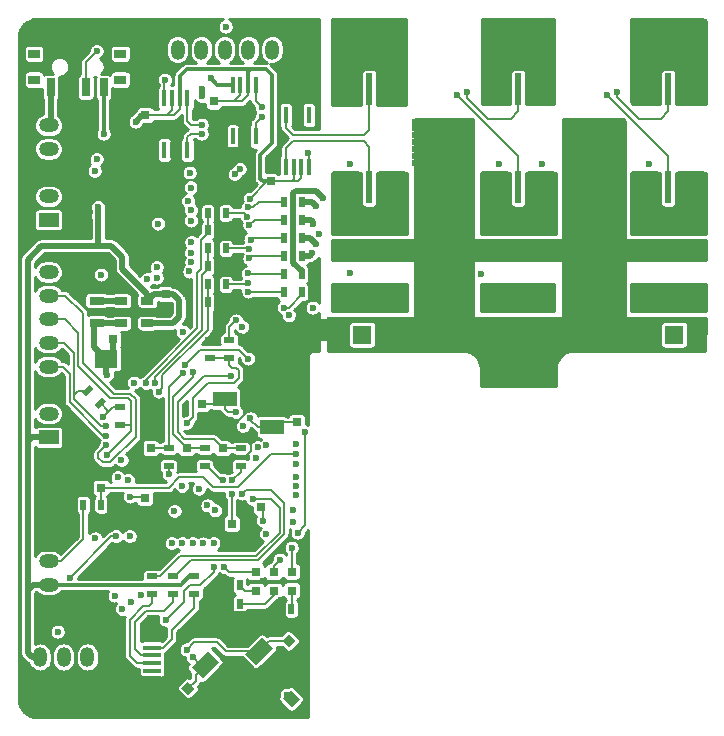
<source format=gbl>
%TF.GenerationSoftware,KiCad,Pcbnew,4.0.7*%
%TF.CreationDate,2018-05-29T12:58:39+08:00*%
%TF.ProjectId,VESC_6,564553435F362E6B696361645F706362,A*%
%TF.FileFunction,Copper,L4,Bot,Signal*%
%FSLAX46Y46*%
G04 Gerber Fmt 4.6, Leading zero omitted, Abs format (unit mm)*
G04 Created by KiCad (PCBNEW 4.0.7) date 2018 May 29, Tuesday 12:58:39*
%MOMM*%
%LPD*%
G01*
G04 APERTURE LIST*
%ADD10C,0.100000*%
%ADD11C,0.600000*%
%ADD12R,0.750000X0.800000*%
%ADD13R,0.800000X0.750000*%
%ADD14R,1.699260X1.198880*%
%ADD15O,1.699260X1.198880*%
%ADD16R,2.000000X1.300000*%
%ADD17R,0.450000X1.450000*%
%ADD18R,1.300000X0.700000*%
%ADD19R,1.198880X1.699260*%
%ADD20O,1.198880X1.699260*%
%ADD21R,1.060000X0.650000*%
%ADD22R,0.800000X0.800000*%
%ADD23R,1.500000X0.450000*%
%ADD24O,1.100000X1.800000*%
%ADD25O,1.100000X2.200000*%
%ADD26R,5.000000X4.000000*%
%ADD27R,0.900000X0.500000*%
%ADD28R,0.500000X0.900000*%
%ADD29R,2.500000X1.000000*%
%ADD30R,1.950000X1.500000*%
%ADD31R,6.000000X5.000000*%
%ADD32R,0.700000X1.500000*%
%ADD33R,1.000000X0.800000*%
%ADD34R,0.600000X2.700000*%
%ADD35R,2.300000X2.700000*%
%ADD36R,1.600000X1.600000*%
%ADD37C,1.600000*%
%ADD38C,0.203200*%
%ADD39C,0.508000*%
%ADD40C,1.016000*%
%ADD41C,0.406400*%
%ADD42C,0.304800*%
%ADD43C,0.350520*%
%ADD44C,0.254000*%
G04 APERTURE END LIST*
D10*
D11*
X173253400Y-72745600D03*
X172631100Y-72745600D03*
D12*
X136779000Y-69203000D03*
X136779000Y-67703000D03*
D11*
X154813000Y-79375000D03*
X155448000Y-79375000D03*
X147828000Y-79375000D03*
X147193000Y-79375000D03*
X146558000Y-79375000D03*
X145923000Y-79375000D03*
X145288000Y-79375000D03*
X144653000Y-79375000D03*
X144018000Y-79375000D03*
X143383000Y-79375000D03*
X147828000Y-80010000D03*
X147193000Y-80010000D03*
X146558000Y-80010000D03*
X145923000Y-80010000D03*
X145288000Y-80010000D03*
X144653000Y-80010000D03*
X144018000Y-80010000D03*
X143383000Y-80010000D03*
X142748000Y-80010000D03*
D13*
X136005000Y-96774000D03*
X134505000Y-96774000D03*
D14*
X117983000Y-105349040D03*
D15*
X117983000Y-101346000D03*
X117983000Y-103347520D03*
D11*
X143002000Y-72745600D03*
X154813000Y-80010000D03*
D16*
X136906000Y-89993320D03*
X132906000Y-89993320D03*
X132906000Y-87593320D03*
X136906000Y-87593320D03*
D11*
X172008800Y-73367900D03*
X171386500Y-73367900D03*
X170764200Y-73367900D03*
X170141900Y-73367900D03*
X169519600Y-73367900D03*
X168897300Y-73367900D03*
X168275000Y-73367900D03*
X172008800Y-72745600D03*
X171386500Y-72745600D03*
X170764200Y-72745600D03*
X170141900Y-72745600D03*
X169519600Y-72745600D03*
X168897300Y-72745600D03*
X168275000Y-72745600D03*
X173253400Y-72123300D03*
X172631100Y-72123300D03*
X172008800Y-72123300D03*
X171386500Y-72123300D03*
X170764200Y-72123300D03*
X170141900Y-72123300D03*
X169519600Y-72123300D03*
X168897300Y-72123300D03*
X168275000Y-72123300D03*
X173253400Y-71501000D03*
X172631100Y-71501000D03*
X172008800Y-71501000D03*
X171386500Y-71501000D03*
X169519600Y-71501000D03*
X168897300Y-71501000D03*
X160553400Y-73367900D03*
X159931100Y-73367900D03*
X159308800Y-73367900D03*
X158686500Y-73367900D03*
X158064200Y-73367900D03*
X157441900Y-73367900D03*
X156819600Y-73367900D03*
X156197300Y-73367900D03*
X155575000Y-73367900D03*
X160553400Y-72745600D03*
X159931100Y-72745600D03*
X159308800Y-72745600D03*
X158686500Y-72745600D03*
X158064200Y-72745600D03*
X157441900Y-72745600D03*
X156819600Y-72745600D03*
X156197300Y-72745600D03*
X155575000Y-72745600D03*
X160553400Y-72123300D03*
X159931100Y-72123300D03*
X159308800Y-72123300D03*
X158686500Y-72123300D03*
X158064200Y-72123300D03*
X157441900Y-72123300D03*
X156819600Y-72123300D03*
X156197300Y-72123300D03*
X155575000Y-72123300D03*
X160553400Y-71501000D03*
X159931100Y-71501000D03*
X159308800Y-71501000D03*
X158686500Y-71501000D03*
X156819600Y-71501000D03*
X156197300Y-71501000D03*
X147980400Y-73367900D03*
X147358100Y-73367900D03*
X146735800Y-73367900D03*
X146113500Y-73367900D03*
X145491200Y-73367900D03*
X144868900Y-73367900D03*
X144246600Y-73367900D03*
X143624300Y-73367900D03*
X147980400Y-72745600D03*
X147358100Y-72745600D03*
X146735800Y-72745600D03*
X146113500Y-72745600D03*
X145491200Y-72745600D03*
X144868900Y-72745600D03*
X144246600Y-72745600D03*
X143624300Y-72745600D03*
X147980400Y-72123300D03*
X147358100Y-72123300D03*
X146735800Y-72123300D03*
X146113500Y-72123300D03*
X145491200Y-72123300D03*
X144868900Y-72123300D03*
X144246600Y-72123300D03*
X143624300Y-72123300D03*
X143002000Y-72123300D03*
X147980400Y-71501000D03*
X147358100Y-71501000D03*
X146735800Y-71501000D03*
X146113500Y-71501000D03*
X144272000Y-71501000D03*
X143624300Y-71501000D03*
X173228000Y-80010000D03*
X172593000Y-80010000D03*
X171958000Y-80010000D03*
X171323000Y-80010000D03*
X170688000Y-80010000D03*
X170053000Y-80010000D03*
X169418000Y-80010000D03*
X168783000Y-80010000D03*
X168148000Y-80010000D03*
X167513000Y-80010000D03*
X171958000Y-79375000D03*
X171323000Y-79375000D03*
X170688000Y-79375000D03*
X170053000Y-79375000D03*
X169418000Y-79375000D03*
X168783000Y-79375000D03*
X168148000Y-79375000D03*
X160528000Y-80010000D03*
X159893000Y-80010000D03*
X159258000Y-80010000D03*
X158623000Y-80010000D03*
X157988000Y-80010000D03*
X157353000Y-80010000D03*
X156718000Y-80010000D03*
X156083000Y-80010000D03*
X155448000Y-80010000D03*
X160528000Y-79375000D03*
X159893000Y-79375000D03*
X159258000Y-79375000D03*
X158623000Y-79375000D03*
X157988000Y-79375000D03*
X157353000Y-79375000D03*
X156718000Y-79375000D03*
X156083000Y-79375000D03*
X142113000Y-80010000D03*
D10*
G36*
X131017571Y-111282611D02*
X130098332Y-110363372D01*
X131512545Y-108949159D01*
X132431784Y-109868398D01*
X131017571Y-111282611D01*
X131017571Y-111282611D01*
G37*
G36*
X133845998Y-108454184D02*
X132926759Y-107534945D01*
X134340972Y-106120732D01*
X135260211Y-107039971D01*
X133845998Y-108454184D01*
X133845998Y-108454184D01*
G37*
G36*
X135543055Y-110151241D02*
X134623816Y-109232002D01*
X136038029Y-107817789D01*
X136957268Y-108737028D01*
X135543055Y-110151241D01*
X135543055Y-110151241D01*
G37*
G36*
X132714628Y-112979668D02*
X131795389Y-112060429D01*
X133209602Y-110646216D01*
X134128841Y-111565455D01*
X132714628Y-112979668D01*
X132714628Y-112979668D01*
G37*
D11*
X168275000Y-71501000D03*
D17*
X138090000Y-63586000D03*
X138740000Y-63586000D03*
X139390000Y-63586000D03*
X140040000Y-63586000D03*
X140040000Y-67986000D03*
X139390000Y-67986000D03*
X138740000Y-67986000D03*
X138090000Y-67986000D03*
D11*
X167513000Y-79375000D03*
X155575000Y-71501000D03*
X143002000Y-71501000D03*
D18*
X122047000Y-79300000D03*
X122047000Y-81200000D03*
D19*
X123256040Y-109474000D03*
D20*
X119253000Y-109474000D03*
X121254520Y-109474000D03*
X117254020Y-109474000D03*
D19*
X126898480Y-58039000D03*
D20*
X130901520Y-58039000D03*
X128900000Y-58039000D03*
X132900500Y-58039000D03*
X134902020Y-58039000D03*
X136903540Y-58039000D03*
D15*
X117983000Y-78867000D03*
X117983000Y-80865980D03*
X117983000Y-82867500D03*
D14*
X117983000Y-90873580D03*
D15*
X117983000Y-86870540D03*
X117983000Y-88872060D03*
X117983000Y-84871560D03*
X117983000Y-76868020D03*
D14*
X117983000Y-72456040D03*
D15*
X117983000Y-68453000D03*
X117983000Y-70454520D03*
X117983000Y-66454020D03*
X117983000Y-64452500D03*
D21*
X126335000Y-79300000D03*
X126335000Y-80250000D03*
X126335000Y-81200000D03*
X124135000Y-81200000D03*
X124135000Y-79300000D03*
D22*
X138561300Y-102241700D03*
X138561300Y-103841700D03*
X137033000Y-102273200D03*
X137033000Y-103873200D03*
X135509000Y-102273200D03*
X135509000Y-103873200D03*
D17*
X135518800Y-65395200D03*
X134868800Y-65395200D03*
X134218800Y-65395200D03*
X133568800Y-65395200D03*
X133568800Y-60995200D03*
X134218800Y-60995200D03*
X134868800Y-60995200D03*
X135518800Y-60995200D03*
X129740300Y-66538200D03*
X129090300Y-66538200D03*
X128440300Y-66538200D03*
X127790300Y-66538200D03*
X127790300Y-62138200D03*
X128440300Y-62138200D03*
X129090300Y-62138200D03*
X129740300Y-62138200D03*
D23*
X126742000Y-109976000D03*
X126742000Y-110626000D03*
X126742000Y-109326000D03*
X126742000Y-111276000D03*
X126742000Y-108676000D03*
D24*
X126492000Y-107176000D03*
X126492000Y-112776000D03*
D25*
X128642000Y-109976000D03*
D10*
G36*
X137565191Y-113381693D02*
X136822728Y-114124156D01*
X135267093Y-112568521D01*
X136009556Y-111826058D01*
X137565191Y-113381693D01*
X137565191Y-113381693D01*
G37*
G36*
X139262246Y-113028140D02*
X138555140Y-113735246D01*
X137812678Y-112992784D01*
X138519784Y-112285678D01*
X139262246Y-113028140D01*
X139262246Y-113028140D01*
G37*
G36*
X139651156Y-111295728D02*
X138908693Y-112038191D01*
X137353058Y-110482556D01*
X138095521Y-109740093D01*
X139651156Y-111295728D01*
X139651156Y-111295728D01*
G37*
D26*
X145114500Y-57531000D03*
X157734000Y-57531000D03*
X170434000Y-57531000D03*
D13*
X122403300Y-95135700D03*
X120903300Y-95135700D03*
D12*
X138988800Y-88099200D03*
X138988800Y-89599200D03*
D13*
X127623000Y-96012000D03*
X126123000Y-96012000D03*
D12*
X133477000Y-98195000D03*
X133477000Y-99695000D03*
X130937000Y-89523000D03*
X130937000Y-88023000D03*
X127889000Y-78752000D03*
X127889000Y-80252000D03*
X132715000Y-91782200D03*
X132715000Y-93282200D03*
X129667000Y-91782200D03*
X129667000Y-93282200D03*
X131953000Y-62420500D03*
X131953000Y-63920500D03*
X126174500Y-63587500D03*
X126174500Y-65087500D03*
X126619000Y-91782200D03*
X126619000Y-93282200D03*
D10*
G36*
X131380338Y-113197008D02*
X130850008Y-113727338D01*
X130284322Y-113161652D01*
X130814652Y-112631322D01*
X131380338Y-113197008D01*
X131380338Y-113197008D01*
G37*
G36*
X130319678Y-112136348D02*
X129789348Y-112666678D01*
X129223662Y-112100992D01*
X129753992Y-111570662D01*
X130319678Y-112136348D01*
X130319678Y-112136348D01*
G37*
G36*
X136716662Y-107020992D02*
X137246992Y-106490662D01*
X137812678Y-107056348D01*
X137282348Y-107586678D01*
X136716662Y-107020992D01*
X136716662Y-107020992D01*
G37*
G36*
X137777322Y-108081652D02*
X138307652Y-107551322D01*
X138873338Y-108117008D01*
X138343008Y-108647338D01*
X137777322Y-108081652D01*
X137777322Y-108081652D01*
G37*
D13*
X123456000Y-82550000D03*
X124956000Y-82550000D03*
D27*
X130302000Y-104128000D03*
X130302000Y-102628000D03*
X128524000Y-102628000D03*
X128524000Y-104128000D03*
X126750300Y-102616000D03*
X126750300Y-104116000D03*
D28*
X122416000Y-96583500D03*
X120916000Y-96583500D03*
X137045000Y-105410000D03*
X138545000Y-105410000D03*
X132650800Y-104978200D03*
X134150800Y-104978200D03*
X132650800Y-103378000D03*
X134150800Y-103378000D03*
D27*
X133281000Y-84119000D03*
X133281000Y-82619000D03*
X131684800Y-84130200D03*
X131684800Y-82630200D03*
D28*
X131466500Y-71882000D03*
X132966500Y-71882000D03*
X131466500Y-73342500D03*
X132966500Y-73342500D03*
X131466500Y-74866500D03*
X132966500Y-74866500D03*
X131466500Y-76390500D03*
X132966500Y-76390500D03*
X131466500Y-77914500D03*
X132966500Y-77914500D03*
X131466500Y-79438500D03*
X132966500Y-79438500D03*
D27*
X124002800Y-88289700D03*
X124002800Y-89789700D03*
D10*
G36*
X122881805Y-87828409D02*
X122245409Y-88464805D01*
X121891855Y-88111251D01*
X122528251Y-87474855D01*
X122881805Y-87828409D01*
X122881805Y-87828409D01*
G37*
G36*
X121821145Y-86767749D02*
X121184749Y-87404145D01*
X120831195Y-87050591D01*
X121467591Y-86414195D01*
X121821145Y-86767749D01*
X121821145Y-86767749D01*
G37*
D29*
X143383000Y-78398500D03*
X143383000Y-75398500D03*
X146685000Y-78398500D03*
X146685000Y-75398500D03*
X159385000Y-78398500D03*
X159385000Y-75398500D03*
X156083000Y-78398500D03*
X156083000Y-75398500D03*
X168783000Y-78398500D03*
X168783000Y-75398500D03*
X171958000Y-78398500D03*
X171958000Y-75398500D03*
D30*
X122853000Y-84201000D03*
X125603000Y-84201000D03*
D28*
X139422000Y-70929500D03*
X137922000Y-70929500D03*
X139421300Y-72466200D03*
X137921300Y-72466200D03*
X139434000Y-73977500D03*
X137934000Y-73977500D03*
X139434000Y-75501500D03*
X137934000Y-75501500D03*
X139434000Y-77025500D03*
X137934000Y-77025500D03*
X139434000Y-78549500D03*
X137934000Y-78549500D03*
D27*
X134239000Y-93282200D03*
X134239000Y-91782200D03*
X131191000Y-93282200D03*
X131191000Y-91782200D03*
X128143000Y-93282200D03*
X128143000Y-91782200D03*
D31*
X157734000Y-83693000D03*
D32*
X118146000Y-61242000D03*
X121146000Y-61242000D03*
X122646000Y-61242000D03*
D33*
X116746000Y-58392000D03*
X124046000Y-58392000D03*
X124046000Y-60592000D03*
X116746000Y-60592000D03*
D34*
X145116000Y-69682000D03*
X145116000Y-61382000D03*
D35*
X143166000Y-69682000D03*
X147066000Y-61382000D03*
X147066000Y-69682000D03*
X143166000Y-61382000D03*
D34*
X170434000Y-69682000D03*
X170434000Y-61382000D03*
D35*
X168484000Y-69682000D03*
X172384000Y-61382000D03*
X172384000Y-69682000D03*
X168484000Y-61382000D03*
D34*
X157734000Y-69682000D03*
X157734000Y-61382000D03*
D35*
X155784000Y-69682000D03*
X159684000Y-61382000D03*
X159684000Y-69682000D03*
X155784000Y-61382000D03*
D36*
X170942000Y-82169000D03*
D37*
X165942000Y-82169000D03*
D36*
X144526000Y-82169000D03*
D37*
X149526000Y-82169000D03*
D11*
X138962702Y-92304292D03*
X124206000Y-77978000D03*
X122809000Y-75565008D03*
X119126000Y-83820006D03*
X123952000Y-85471000D03*
X127254000Y-83947000D03*
X129285998Y-96418400D03*
X119333990Y-77851000D03*
X127508000Y-89027000D03*
X126746000Y-60325000D03*
X126111000Y-60325000D03*
X125476000Y-60324994D03*
X132715000Y-99822000D03*
X136017000Y-114046000D03*
X135509000Y-113538000D03*
X135026400Y-113080800D03*
X139446000Y-110490000D03*
X130937000Y-111887000D03*
X129794000Y-110998000D03*
X131318000Y-103932010D03*
X130378803Y-106497686D03*
X131064000Y-70358000D03*
X137414000Y-109474000D03*
X137668000Y-114046000D03*
X138480800Y-109524800D03*
X129595590Y-88392000D03*
X135365271Y-90879140D03*
X137686817Y-104678011D03*
X134366000Y-79501994D03*
X134746994Y-79883000D03*
X135128000Y-80264000D03*
X138430000Y-86995000D03*
X132074883Y-106426000D03*
X131191000Y-107309883D03*
X131191000Y-105542117D03*
X135636000Y-107442000D03*
X132588000Y-113792000D03*
X138938000Y-109982000D03*
X134874000Y-66800000D03*
X127232128Y-69342000D03*
X131699000Y-70358000D03*
X131699000Y-69723000D03*
X131064000Y-69723000D03*
X134239000Y-66800000D03*
X133604000Y-66802000D03*
X166471600Y-67640200D03*
X165887400Y-67640200D03*
X165303200Y-67640200D03*
X164719000Y-67640200D03*
X164134800Y-67640200D03*
X163550600Y-67640200D03*
X162966400Y-67640200D03*
X162382200Y-67640200D03*
X161798000Y-67640200D03*
X166471600Y-67056000D03*
X165887400Y-67056000D03*
X165303200Y-67056000D03*
X164719000Y-67056000D03*
X164134800Y-67056000D03*
X163550600Y-67056000D03*
X162966400Y-67056000D03*
X162382200Y-67056000D03*
X161798000Y-67056000D03*
X166471600Y-66471800D03*
X165887400Y-66471800D03*
X165303200Y-66471800D03*
X164719000Y-66471800D03*
X164134800Y-66471800D03*
X163550600Y-66471800D03*
X162966400Y-66471800D03*
X162382200Y-66471800D03*
X161798000Y-66471800D03*
X166471600Y-65887600D03*
X165887400Y-65887600D03*
X165303200Y-65887600D03*
X164719000Y-65887600D03*
X164134800Y-65887600D03*
X163550600Y-65887600D03*
X162966400Y-65887600D03*
X162382200Y-65887600D03*
X161798000Y-65887600D03*
X166471600Y-65303400D03*
X165887400Y-65303400D03*
X165303200Y-65303400D03*
X164719000Y-65303400D03*
X164134800Y-65303400D03*
X163550600Y-65303400D03*
X162966400Y-65303400D03*
X162382200Y-65303400D03*
X161798000Y-65303400D03*
X166471600Y-64719200D03*
X165887400Y-64719200D03*
X165303200Y-64719200D03*
X164719000Y-64719200D03*
X164134800Y-64719200D03*
X163550600Y-64719200D03*
X162966400Y-64719200D03*
X162382200Y-64719200D03*
X161798000Y-64719200D03*
X166471600Y-64135000D03*
X165887400Y-64135000D03*
X165303200Y-64135000D03*
X164719000Y-64135000D03*
X164134800Y-64135000D03*
X163550600Y-64135000D03*
X162966400Y-64135000D03*
X162382200Y-64135000D03*
X153644600Y-67640200D03*
X153060400Y-67640200D03*
X152476200Y-67640200D03*
X151892000Y-67640200D03*
X151307800Y-67640200D03*
X150723600Y-67640200D03*
X150139400Y-67640200D03*
X149555200Y-67640200D03*
X148971000Y-67640200D03*
X153644600Y-67056000D03*
X153060400Y-67056000D03*
X152476200Y-67056000D03*
X151892000Y-67056000D03*
X151307800Y-67056000D03*
X150723600Y-67056000D03*
X150139400Y-67056000D03*
X149555200Y-67056000D03*
X148971000Y-67056000D03*
X153644600Y-66471800D03*
X153060400Y-66471800D03*
X152476200Y-66471800D03*
X151892000Y-66471800D03*
X151307800Y-66471800D03*
X150723600Y-66471800D03*
X150139400Y-66471800D03*
X149555200Y-66471800D03*
X148971000Y-66471800D03*
X153644600Y-65887600D03*
X153060400Y-65887600D03*
X152476200Y-65887600D03*
X151892000Y-65887600D03*
X151307800Y-65887600D03*
X150723600Y-65887600D03*
X150139400Y-65887600D03*
X149555200Y-65887600D03*
X148971000Y-65887600D03*
X153644600Y-65303400D03*
X153060400Y-65303400D03*
X152476200Y-65303400D03*
X151892000Y-65303400D03*
X151307800Y-65303400D03*
X150723600Y-65303400D03*
X150139400Y-65303400D03*
X149555200Y-65303400D03*
X148971000Y-65303400D03*
X153644600Y-64719200D03*
X153060400Y-64719200D03*
X152476200Y-64719200D03*
X151892000Y-64719200D03*
X151307800Y-64719200D03*
X150723600Y-64719200D03*
X150139400Y-64719200D03*
X149555200Y-64719200D03*
X148971000Y-64719200D03*
X153644600Y-64135000D03*
X153060400Y-64135000D03*
X152476200Y-64135000D03*
X151892000Y-64135000D03*
X151307800Y-64135000D03*
X150723600Y-64135000D03*
X150139400Y-64135000D03*
X149555200Y-64135000D03*
X161798000Y-64135000D03*
X148971000Y-64135000D03*
X136170331Y-103073201D03*
X135073207Y-89266203D03*
X124888646Y-95891686D03*
X123698002Y-99233010D03*
X119760992Y-102743000D03*
X122428000Y-77089000D03*
X122936000Y-85598000D03*
X132970992Y-56087990D03*
X125349000Y-64135000D03*
X138557000Y-100203000D03*
X127889010Y-106299000D03*
X131946000Y-101846000D03*
X135043559Y-70650810D03*
X122609895Y-89123113D03*
X136144000Y-97917000D03*
X129332010Y-81915000D03*
X133477000Y-95631000D03*
X134423040Y-89928550D03*
X133831855Y-88741734D03*
X122047000Y-67310000D03*
X122646000Y-65151000D03*
X122174000Y-72136000D03*
X130937000Y-61341000D03*
X130937000Y-61976000D03*
X122174000Y-71374000D03*
X134801900Y-72182240D03*
X140843000Y-73660000D03*
X134981000Y-74919000D03*
X134866829Y-77759634D03*
X138322176Y-80549960D03*
X133731000Y-68580000D03*
X134391400Y-81508600D03*
X133834000Y-80957296D03*
X134162800Y-68148200D03*
X133413500Y-85661500D03*
X130175000Y-85343992D03*
X125222020Y-86233000D03*
X129541903Y-84702447D03*
X134874000Y-84201000D03*
X140334994Y-79883000D03*
X129332010Y-85424990D03*
X130175000Y-109474000D03*
X129666129Y-108833771D03*
X138176000Y-112649000D03*
X124154259Y-92800500D03*
X123571000Y-104267000D03*
X118745000Y-107315000D03*
X131058287Y-99840668D03*
X131953000Y-99822000D03*
X130175000Y-99822000D03*
X122047000Y-58166000D03*
X122874788Y-91512540D03*
X122936000Y-92329000D03*
X122844692Y-89894282D03*
X122860122Y-90734866D03*
X136398006Y-99060000D03*
X138674492Y-97052553D03*
X134366010Y-95631000D03*
X135254999Y-96073726D03*
X121873990Y-68326000D03*
X129921000Y-68453000D03*
X129681000Y-89646000D03*
X126225423Y-86284710D03*
X127001590Y-86234157D03*
X127309579Y-86995000D03*
X146939000Y-59182000D03*
X146304000Y-59182000D03*
X145669000Y-59182000D03*
X145034000Y-59182000D03*
X144399000Y-59182000D03*
X143764000Y-59182000D03*
X143129000Y-59182000D03*
X146939000Y-58547000D03*
X146304000Y-58547000D03*
X145669000Y-58547000D03*
X145034000Y-58547000D03*
X144399000Y-58547000D03*
X143764000Y-58547000D03*
X143129000Y-58547000D03*
X146939000Y-57912000D03*
X146304000Y-57912000D03*
X145669000Y-57912000D03*
X145034000Y-57912000D03*
X144399000Y-57912000D03*
X143764000Y-57912000D03*
X143129000Y-57912000D03*
X146939000Y-57277000D03*
X146304000Y-57277000D03*
X145669000Y-57277000D03*
X145034000Y-57277000D03*
X144399000Y-57277000D03*
X143764000Y-57277000D03*
X143129000Y-57277000D03*
X146939000Y-56642000D03*
X146304000Y-56642000D03*
X145669000Y-56642000D03*
X145034000Y-56642000D03*
X144399000Y-56642000D03*
X143764000Y-56642000D03*
X143129000Y-56642000D03*
X146939000Y-56007000D03*
X146304000Y-56007000D03*
X145669000Y-56007000D03*
X145034000Y-56007000D03*
X144399000Y-56007000D03*
X143764000Y-56007000D03*
X143129000Y-56007000D03*
X134859694Y-71406578D03*
X134983565Y-72918030D03*
X159639000Y-59182000D03*
X159004000Y-59182000D03*
X158369000Y-59182000D03*
X157734000Y-59182000D03*
X157099000Y-59182000D03*
X156464000Y-59182000D03*
X155829000Y-59182000D03*
X159639000Y-58547000D03*
X159004000Y-58547000D03*
X158369000Y-58547000D03*
X157734000Y-58547000D03*
X157099000Y-58547000D03*
X156464000Y-58547000D03*
X155829000Y-58547000D03*
X159639000Y-57912000D03*
X159004000Y-57912000D03*
X158369000Y-57912000D03*
X157734000Y-57912000D03*
X157099000Y-57912000D03*
X156464000Y-57912000D03*
X155829000Y-57912000D03*
X159639000Y-57277000D03*
X159004000Y-57277000D03*
X158369000Y-57277000D03*
X157734000Y-57277000D03*
X157099000Y-57277000D03*
X156464000Y-57277000D03*
X155829000Y-57277000D03*
X159639000Y-56642000D03*
X159004000Y-56642000D03*
X158369000Y-56642000D03*
X157734000Y-56642000D03*
X157099000Y-56642000D03*
X156464000Y-56642000D03*
X155829000Y-56642000D03*
X159639000Y-56007000D03*
X159004000Y-56007000D03*
X158369000Y-56007000D03*
X157734000Y-56007000D03*
X157099000Y-56007000D03*
X156464000Y-56007000D03*
X155829000Y-56007000D03*
X135081000Y-74119000D03*
X134981000Y-75719000D03*
X172339000Y-59182000D03*
X171704000Y-59182000D03*
X171069000Y-59182000D03*
X170434000Y-59182000D03*
X169799000Y-59182000D03*
X169164000Y-59182000D03*
X168529000Y-59182000D03*
X172339000Y-58547000D03*
X171704000Y-58547000D03*
X171069000Y-58547000D03*
X170434000Y-58547000D03*
X169799000Y-58547000D03*
X169164000Y-58547000D03*
X168529000Y-58547000D03*
X172339000Y-57912000D03*
X171704000Y-57912000D03*
X171069000Y-57912000D03*
X170434000Y-57912000D03*
X169799000Y-57912000D03*
X169164000Y-57912000D03*
X168529000Y-57912000D03*
X172339000Y-57277000D03*
X171704000Y-57277000D03*
X171069000Y-57277000D03*
X170434000Y-57277000D03*
X169799000Y-57277000D03*
X169164000Y-57277000D03*
X168529000Y-57277000D03*
X172339000Y-56642000D03*
X171704000Y-56642000D03*
X171069000Y-56642000D03*
X170434000Y-56642000D03*
X169799000Y-56642000D03*
X169164000Y-56642000D03*
X168529000Y-56642000D03*
X172339000Y-56007000D03*
X171704000Y-56007000D03*
X171069000Y-56007000D03*
X170434000Y-56007000D03*
X169799000Y-56007000D03*
X169164000Y-56007000D03*
X168529000Y-56007000D03*
X134860669Y-76981846D03*
X134889640Y-78537112D03*
X133538673Y-94492042D03*
X139953998Y-66802000D03*
X132786454Y-94474981D03*
X131699018Y-60452000D03*
X127835490Y-60583057D03*
X128142989Y-93980000D03*
X128642410Y-97102622D03*
X130081000Y-76019000D03*
X127127000Y-76453990D03*
X128397000Y-99822000D03*
X129307004Y-99825571D03*
X126352246Y-77474231D03*
X131435153Y-96637145D03*
X129794000Y-70866000D03*
X127235055Y-72768890D03*
X138938000Y-95758000D03*
X130048000Y-72517004D03*
X138953108Y-94972476D03*
X130048887Y-71633226D03*
X138937532Y-94194820D03*
X124206014Y-105410000D03*
X135509000Y-92582988D03*
X135682010Y-91686407D03*
X124968006Y-104775000D03*
X136419649Y-91538037D03*
X125847898Y-104220990D03*
X132842000Y-101854000D03*
X123825000Y-94234000D03*
X124714000Y-94488000D03*
X137541000Y-101219000D03*
X132088514Y-97059176D03*
X130040229Y-75242258D03*
X130699209Y-95223794D03*
X129901590Y-76826915D03*
X127127000Y-77343000D03*
X129286000Y-94996000D03*
X130081000Y-74319000D03*
X138938000Y-93091000D03*
X130048000Y-69723000D03*
X138938002Y-91424189D03*
X121940555Y-99416802D03*
X138707856Y-98047010D03*
X124841000Y-99233010D03*
X139065000Y-98933000D03*
X139700000Y-90424000D03*
X136017000Y-63754000D03*
X153416016Y-61595000D03*
X136017004Y-62865000D03*
X152527000Y-61849000D03*
X130937000Y-65151000D03*
X166116000Y-61595000D03*
X130937004Y-64389000D03*
X165227000Y-61849000D03*
X140335000Y-72842410D03*
X143510000Y-67691000D03*
X140589006Y-71247000D03*
X143510000Y-76941379D03*
X140600000Y-74500000D03*
X154584400Y-77063600D03*
X140300000Y-75300000D03*
X156083000Y-67691000D03*
X159766000Y-67691000D03*
X141224000Y-70612000D03*
X168783000Y-67691000D03*
X137915607Y-79881276D03*
D38*
X122403300Y-95135700D02*
X128143000Y-95135700D01*
X128143000Y-95135700D02*
X128143000Y-95123000D01*
X128143000Y-95123000D02*
X129032000Y-94234000D01*
X129032000Y-94234000D02*
X131064000Y-94234000D01*
X131064000Y-94234000D02*
X131897401Y-95067401D01*
X131897401Y-95067401D02*
X134040599Y-95067401D01*
X134040599Y-95067401D02*
X136803708Y-92304292D01*
X136803708Y-92304292D02*
X138962702Y-92304292D01*
X122403300Y-95135700D02*
X122403300Y-96570800D01*
X122403300Y-96570800D02*
X122416000Y-96583500D01*
X123952000Y-85471000D02*
X125222000Y-84201000D01*
X125222000Y-84201000D02*
X125603000Y-84201000D01*
X125603000Y-84201000D02*
X125378000Y-84201000D01*
X125476000Y-84201000D02*
X125222000Y-84201000D01*
D39*
X132966500Y-79438500D02*
X134302506Y-79438500D01*
X134302506Y-79438500D02*
X134366000Y-79501994D01*
D40*
X134366000Y-79502000D02*
X135128000Y-80264000D01*
D39*
X124956000Y-82550000D02*
X124956000Y-83554000D01*
X124956000Y-83554000D02*
X125603000Y-84201000D01*
D38*
X132715000Y-99822000D02*
X132715000Y-99212400D01*
X132715000Y-99212400D02*
X129921000Y-96418400D01*
X129921000Y-96418400D02*
X129285998Y-96418400D01*
X128632600Y-96418400D02*
X129285998Y-96418400D01*
X128226200Y-96012000D02*
X128632600Y-96418400D01*
X127623000Y-96012000D02*
X128226200Y-96012000D01*
D39*
X126111000Y-60325000D02*
X125476006Y-60325000D01*
X126746000Y-60325000D02*
X126111000Y-60325000D01*
X125476006Y-60325000D02*
X125476000Y-60324994D01*
D40*
X132209000Y-66800000D02*
X134874000Y-66800000D01*
D41*
X134218800Y-65395200D02*
X134218800Y-66779800D01*
X134218800Y-66779800D02*
X134239000Y-66800000D01*
X134868800Y-65395200D02*
X134868800Y-66794800D01*
X134868800Y-66794800D02*
X134874000Y-66800000D01*
D38*
X132334000Y-92546000D02*
X134632402Y-92546000D01*
X135128009Y-91420486D02*
X135365271Y-91183224D01*
X134632402Y-92546000D02*
X135128009Y-92050393D01*
X132334000Y-92546000D02*
X132481000Y-92546000D01*
X129281000Y-92546000D02*
X132334000Y-92546000D01*
X135128009Y-92050393D02*
X135128009Y-91420486D01*
X135365271Y-91183224D02*
X135365271Y-90879140D01*
X139390000Y-63586000D02*
X139390000Y-62657800D01*
X139390000Y-62657800D02*
X138962200Y-62230000D01*
X138962200Y-62230000D02*
X137668000Y-62230000D01*
X137668000Y-62230000D02*
X137414000Y-62484000D01*
X137414000Y-62484000D02*
X137414000Y-66167000D01*
X137414000Y-66167000D02*
X136779000Y-66802000D01*
X136779000Y-66802000D02*
X136779000Y-67703000D01*
D39*
X126898480Y-58039000D02*
X126898480Y-60172520D01*
X126898480Y-60172520D02*
X126746000Y-60325000D01*
D42*
X126335000Y-80250000D02*
X125500199Y-80250001D01*
X125500199Y-80250001D02*
X125222000Y-80528200D01*
X125222000Y-80528200D02*
X125222000Y-81788000D01*
X125222000Y-81788000D02*
X124956000Y-82054000D01*
X124956000Y-82054000D02*
X124956000Y-82550000D01*
D40*
X131064000Y-70358000D02*
X131064000Y-67945000D01*
X131064000Y-67945000D02*
X132209000Y-66800000D01*
D39*
X126335000Y-80250000D02*
X127887000Y-80250000D01*
X127887000Y-80250000D02*
X127889000Y-80252000D01*
D38*
X134505000Y-96774000D02*
X134505000Y-99251200D01*
X134505000Y-99251200D02*
X134061200Y-99695000D01*
X134061200Y-99695000D02*
X133477000Y-99695000D01*
X132715000Y-99822000D02*
X133350000Y-99822000D01*
X133350000Y-99822000D02*
X133477000Y-99695000D01*
X132074883Y-106426000D02*
X132936341Y-107287458D01*
X132936341Y-107287458D02*
X134093485Y-107287458D01*
X135509000Y-113538000D02*
X136017000Y-114046000D01*
X135509000Y-113538000D02*
X135483600Y-113538000D01*
X135483600Y-113538000D02*
X135026400Y-113080800D01*
X138938000Y-109982000D02*
X139446000Y-110490000D01*
D42*
X136416142Y-112975107D02*
X136597107Y-112975107D01*
X136597107Y-112975107D02*
X137668000Y-114046000D01*
X136416142Y-112975107D02*
X136071893Y-112975107D01*
X136071893Y-112975107D02*
X135509000Y-113538000D01*
D38*
X131168205Y-112843455D02*
X130832330Y-113179330D01*
X131168205Y-112843455D02*
X131931602Y-112843455D01*
X131931602Y-112843455D02*
X132962115Y-111812942D01*
D42*
X138502107Y-110889142D02*
X138502107Y-110417893D01*
D38*
X136416142Y-112975107D02*
X135253977Y-111812942D01*
X135253977Y-111812942D02*
X132962115Y-111812942D01*
X138480800Y-109524800D02*
X137464800Y-109524800D01*
X137337800Y-109397800D02*
X137287000Y-109347000D01*
X138938000Y-109982000D02*
X138480800Y-109524800D01*
X132962115Y-111812942D02*
X131011058Y-111812942D01*
X131011058Y-111812942D02*
X130937000Y-111887000D01*
X128642000Y-109976000D02*
X128772000Y-109976000D01*
X128772000Y-109976000D02*
X129794000Y-110998000D01*
X132650800Y-105178200D02*
X132650800Y-104978200D01*
X133154801Y-105682201D02*
X132650800Y-105178200D01*
X137045000Y-105410000D02*
X136591800Y-105410000D01*
X136319599Y-105682201D02*
X133154801Y-105682201D01*
X136591800Y-105410000D02*
X136319599Y-105682201D01*
X132650800Y-104978200D02*
X132650800Y-105850083D01*
X132650800Y-105850083D02*
X132074883Y-106426000D01*
X136416142Y-112975107D02*
X138502107Y-110889142D01*
X132650800Y-103378000D02*
X132650800Y-104978200D01*
D42*
X138502107Y-110417893D02*
X138938000Y-109982000D01*
D38*
X138740000Y-63586000D02*
X138740000Y-62657800D01*
X138740000Y-62657800D02*
X138312200Y-62230000D01*
X132906000Y-89993320D02*
X133526680Y-89993320D01*
X133526680Y-89993320D02*
X135926680Y-87593320D01*
X135926680Y-87593320D02*
X136906000Y-87593320D01*
X131684800Y-82630200D02*
X131684800Y-82177000D01*
X131684800Y-82177000D02*
X132966500Y-80895300D01*
X132966500Y-80895300D02*
X132966500Y-79438500D01*
X138487800Y-86995000D02*
X138430000Y-86995000D01*
X138988800Y-87496000D02*
X138487800Y-86995000D01*
X138988800Y-88099200D02*
X138988800Y-87496000D01*
X133286500Y-99822000D02*
X133413500Y-99695000D01*
D43*
X134093485Y-107287458D02*
X134623814Y-107817787D01*
X134623814Y-107817787D02*
X135260213Y-107817787D01*
X135260213Y-107817787D02*
X135636000Y-107442000D01*
X137264670Y-107038670D02*
X136039330Y-107038670D01*
X136039330Y-107038670D02*
X135636000Y-107442000D01*
D38*
X132962115Y-111812942D02*
X132962115Y-113417885D01*
X132962115Y-113417885D02*
X132588000Y-113792000D01*
X127232128Y-69342000D02*
X127532127Y-69042001D01*
X130383001Y-69042001D02*
X131064000Y-69723000D01*
X127532127Y-69042001D02*
X130383001Y-69042001D01*
X128567800Y-65087500D02*
X126174500Y-65087500D01*
X128440300Y-65610000D02*
X127917800Y-65087500D01*
X128440300Y-66538200D02*
X128440300Y-65610000D01*
X129090300Y-66538200D02*
X129090300Y-65610000D01*
X129090300Y-65610000D02*
X128567800Y-65087500D01*
X134322300Y-63920500D02*
X131953000Y-63920500D01*
X134218800Y-65395200D02*
X134218800Y-64467000D01*
X134218800Y-64467000D02*
X133672300Y-63920500D01*
X134868800Y-65395200D02*
X134868800Y-64467000D01*
X134868800Y-64467000D02*
X134322300Y-63920500D01*
X132481000Y-92546000D02*
X132715000Y-92780000D01*
X132715000Y-92780000D02*
X132715000Y-93282200D01*
X126619000Y-93282200D02*
X126619000Y-92808000D01*
X126619000Y-92808000D02*
X126881000Y-92546000D01*
X126881000Y-92546000D02*
X129281000Y-92546000D01*
X129281000Y-92546000D02*
X129534000Y-92546000D01*
X129534000Y-92546000D02*
X129667000Y-92679000D01*
X129667000Y-92679000D02*
X129667000Y-93282200D01*
X132966500Y-79438500D02*
X132500500Y-79438500D01*
X132500500Y-79438500D02*
X132281000Y-79219000D01*
X132281000Y-79219000D02*
X132281000Y-76919000D01*
X132281000Y-76919000D02*
X132281000Y-73519000D01*
X132281000Y-76919000D02*
X132281000Y-76622800D01*
X132281000Y-76622800D02*
X132513300Y-76390500D01*
X132513300Y-76390500D02*
X132966500Y-76390500D01*
X132281000Y-73519000D02*
X132457500Y-73342500D01*
X132457500Y-73342500D02*
X132966500Y-73342500D01*
X138988800Y-88099200D02*
X137411880Y-88099200D01*
X137411880Y-88099200D02*
X136906000Y-87593320D01*
X130937000Y-89523000D02*
X132435680Y-89523000D01*
X132435680Y-89523000D02*
X132906000Y-89993320D01*
X136906000Y-89993320D02*
X135702800Y-89993320D01*
X135073207Y-89363727D02*
X135073207Y-89266203D01*
X135702800Y-89993320D02*
X135073207Y-89363727D01*
X138988800Y-89599200D02*
X137300120Y-89599200D01*
X137300120Y-89599200D02*
X136906000Y-89993320D01*
X124888646Y-95891686D02*
X126002686Y-95891686D01*
X126002686Y-95891686D02*
X126123000Y-96012000D01*
X123270982Y-99233010D02*
X123698002Y-99233010D01*
X119760992Y-102743000D02*
X123270982Y-99233010D01*
D39*
X118146000Y-61242000D02*
X118146000Y-64289500D01*
X118146000Y-64289500D02*
X117983000Y-64452500D01*
X122853000Y-84201000D02*
X122853000Y-85515000D01*
X122853000Y-85515000D02*
X122936000Y-85598000D01*
X121793000Y-81153000D02*
X121793000Y-83185000D01*
X121793000Y-83185000D02*
X122809000Y-84201000D01*
X123456000Y-82550000D02*
X123456000Y-83598000D01*
X123456000Y-83598000D02*
X122853000Y-84201000D01*
D38*
X135043559Y-70650810D02*
X136491369Y-69203000D01*
D42*
X136779000Y-69203000D02*
X136132000Y-69203000D01*
X136132000Y-69203000D02*
X135890000Y-68961000D01*
X135890000Y-68961000D02*
X135890000Y-66929000D01*
X135890000Y-66929000D02*
X136906000Y-65913000D01*
X136906000Y-65913000D02*
X136906000Y-60198000D01*
X136906000Y-60198000D02*
X136398000Y-59690000D01*
X136398000Y-59690000D02*
X135255000Y-59690000D01*
X135255000Y-59690000D02*
X129667000Y-59690000D01*
X134868800Y-59965400D02*
X134868800Y-60995200D01*
X135255000Y-59690000D02*
X135144200Y-59690000D01*
X135144200Y-59690000D02*
X134868800Y-59965400D01*
D38*
X131946000Y-101846000D02*
X131946000Y-102270264D01*
X131946000Y-102270264D02*
X130838264Y-103378000D01*
X130838264Y-103378000D02*
X129921000Y-103378000D01*
X129921000Y-103378000D02*
X129413000Y-103886000D01*
X129413000Y-103886000D02*
X129413000Y-104775010D01*
X129413000Y-104775010D02*
X127889010Y-106299000D01*
D39*
X126174500Y-63587500D02*
X125896500Y-63587500D01*
X125896500Y-63587500D02*
X125349000Y-64135000D01*
D42*
X129090300Y-60266700D02*
X129090300Y-62138200D01*
X129667000Y-59690000D02*
X129090300Y-60266700D01*
D38*
X136491369Y-69203000D02*
X136779000Y-69203000D01*
X138557000Y-69203000D02*
X136779000Y-69203000D01*
X138557000Y-69203000D02*
X139101200Y-69203000D01*
X138740000Y-67986000D02*
X138740000Y-69020000D01*
X138740000Y-69020000D02*
X138557000Y-69203000D01*
X139390000Y-68914200D02*
X139101200Y-69203000D01*
X134371700Y-62420500D02*
X133721700Y-62420500D01*
X134868800Y-61923400D02*
X134371700Y-62420500D01*
X134868800Y-60995200D02*
X134868800Y-61923400D01*
X134218800Y-60995200D02*
X134218800Y-61923400D01*
X131953000Y-62420500D02*
X134371700Y-62420500D01*
X138561300Y-102241700D02*
X138561300Y-100207300D01*
X138561300Y-100207300D02*
X138557000Y-100203000D01*
X139390000Y-67986000D02*
X139390000Y-68914200D01*
D39*
X124135000Y-81200000D02*
X122047000Y-81200000D01*
D38*
X122936000Y-88797008D02*
X122609895Y-89123113D01*
X122936000Y-88773000D02*
X122936000Y-88797008D01*
X123419300Y-88289700D02*
X122936000Y-88773000D01*
X122386830Y-87969830D02*
X122936000Y-88519000D01*
X122936000Y-88519000D02*
X122936000Y-88773000D01*
X124002800Y-88289700D02*
X123419300Y-88289700D01*
X134218800Y-61923400D02*
X133721700Y-62420500D01*
X128016000Y-63587500D02*
X128563500Y-63587500D01*
X128563500Y-63587500D02*
X129090300Y-63060700D01*
X129090300Y-63060700D02*
X129090300Y-62138200D01*
X126174500Y-63587500D02*
X128016000Y-63587500D01*
X128440300Y-62138200D02*
X128440300Y-63163200D01*
X128440300Y-63163200D02*
X128016000Y-63587500D01*
X136144000Y-97917000D02*
X136144000Y-96913000D01*
X136144000Y-96913000D02*
X136005000Y-96774000D01*
X133477000Y-95631000D02*
X133477000Y-98195000D01*
X133201214Y-88741734D02*
X133831855Y-88741734D01*
X132906000Y-87593320D02*
X132906000Y-88446520D01*
X132906000Y-88446520D02*
X133201214Y-88741734D01*
X130937000Y-88023000D02*
X132476320Y-88023000D01*
X132476320Y-88023000D02*
X132906000Y-87593320D01*
D42*
X130429000Y-102628000D02*
X129909000Y-102628000D01*
X129909000Y-102628000D02*
X129159000Y-103378000D01*
X129159000Y-103378000D02*
X117983000Y-103378000D01*
D39*
X116205000Y-91239690D02*
X116205000Y-104267000D01*
X117373400Y-74650600D02*
X122174000Y-74650600D01*
X122174000Y-71374000D02*
X122174000Y-74650600D01*
X122174000Y-74650600D02*
X123291600Y-74650600D01*
X117983000Y-90873580D02*
X116571110Y-90873580D01*
X116571110Y-90873580D02*
X116205000Y-91239690D01*
X116205000Y-91239690D02*
X116205000Y-75819000D01*
X124206000Y-76581000D02*
X126335000Y-78710000D01*
X126335000Y-78710000D02*
X126335000Y-79300000D01*
X116205000Y-75819000D02*
X117373400Y-74650600D01*
X123291600Y-74650600D02*
X124206000Y-75565000D01*
X124206000Y-75565000D02*
X124206000Y-76581000D01*
D42*
X122646000Y-61242000D02*
X122646000Y-65151000D01*
D39*
X130937000Y-61976000D02*
X130937000Y-61341000D01*
X116205000Y-109093000D02*
X116205000Y-104267000D01*
X116625370Y-103347520D02*
X117983000Y-103347520D01*
X116205000Y-104267000D02*
X116205000Y-103767890D01*
X116205000Y-103767890D02*
X116625370Y-103347520D01*
X117254020Y-109474000D02*
X116586000Y-109474000D01*
X116586000Y-109474000D02*
X116205000Y-109093000D01*
D42*
X117983000Y-103378000D02*
X117983000Y-103347520D01*
X117983000Y-103347520D02*
X117952520Y-103347520D01*
X117952520Y-103347520D02*
X117983000Y-103378000D01*
D39*
X127889000Y-78752000D02*
X126883000Y-78752000D01*
X126883000Y-78752000D02*
X126335000Y-79300000D01*
X126335000Y-81200000D02*
X128477000Y-81200000D01*
X128477000Y-81200000D02*
X129032000Y-80645000D01*
X129032000Y-80645000D02*
X129032000Y-79248000D01*
X129032000Y-79248000D02*
X128536000Y-78752000D01*
X128536000Y-78752000D02*
X127889000Y-78752000D01*
D38*
X134501660Y-71882000D02*
X134801900Y-72182240D01*
X132966500Y-71882000D02*
X134501660Y-71882000D01*
X132966500Y-74866500D02*
X134928500Y-74866500D01*
X134928500Y-74866500D02*
X134981000Y-74919000D01*
X132966500Y-77914500D02*
X134711963Y-77914500D01*
X134711963Y-77914500D02*
X134866829Y-77759634D01*
X133281000Y-82619000D02*
X133281000Y-81510296D01*
X133281000Y-81510296D02*
X133834000Y-80957296D01*
X132715000Y-91782200D02*
X132715000Y-91757200D01*
X132715000Y-91757200D02*
X131953300Y-90995500D01*
X131953300Y-90995500D02*
X129476500Y-90995500D01*
X129476500Y-90995500D02*
X128905000Y-90424000D01*
X128905000Y-90424000D02*
X128905000Y-87884000D01*
X128905000Y-87884000D02*
X131127500Y-85661500D01*
X131127500Y-85661500D02*
X133413500Y-85661500D01*
X132715000Y-91782200D02*
X134239000Y-91782200D01*
X129667000Y-91782200D02*
X129667000Y-91757200D01*
X129667000Y-91757200D02*
X128524000Y-90614200D01*
X128524000Y-90614200D02*
X128524000Y-87419256D01*
X128524000Y-87419256D02*
X130175000Y-85768256D01*
X130175000Y-85768256D02*
X130175000Y-85343992D01*
X131191000Y-91782200D02*
X130991000Y-91782200D01*
X131191000Y-91782200D02*
X129667000Y-91782200D01*
X130805350Y-83439000D02*
X129541903Y-84702447D01*
X134112000Y-83439000D02*
X130805350Y-83439000D01*
X134874000Y-84201000D02*
X134112000Y-83439000D01*
X128143000Y-86614000D02*
X129332010Y-85424990D01*
X128143000Y-91782200D02*
X128143000Y-86614000D01*
X126619000Y-91782200D02*
X128143000Y-91782200D01*
X130429000Y-110951943D02*
X131265058Y-110115885D01*
X130429000Y-111461340D02*
X130429000Y-110951943D01*
X129771670Y-112118670D02*
X130429000Y-111461340D01*
X131265058Y-110115885D02*
X130816885Y-110115885D01*
X130816885Y-110115885D02*
X130175000Y-109474000D01*
X131265058Y-110879282D02*
X131265058Y-110115885D01*
X131265058Y-110115885D02*
X130816891Y-110115885D01*
X129666129Y-108833771D02*
X130295900Y-108204000D01*
X130295900Y-108204000D02*
X132207000Y-108204000D01*
X132207000Y-108204000D02*
X132987515Y-108984515D01*
X132987515Y-108984515D02*
X135790542Y-108984515D01*
X138325330Y-108099330D02*
X136675727Y-108099330D01*
X136675727Y-108099330D02*
X135790542Y-108984515D01*
D39*
X138537462Y-113010462D02*
X138176000Y-112649000D01*
X124135000Y-79300000D02*
X122047000Y-79300000D01*
D38*
X126742000Y-108676000D02*
X127671000Y-108676000D01*
X128397000Y-107188000D02*
X130302000Y-105283000D01*
X127671000Y-108676000D02*
X128397000Y-107950000D01*
X128397000Y-107950000D02*
X128397000Y-107188000D01*
X130302000Y-105283000D02*
X130302000Y-104128000D01*
X126742000Y-109326000D02*
X125788800Y-109326000D01*
X125788800Y-109326000D02*
X125285500Y-108822700D01*
X125285500Y-108822700D02*
X125285500Y-106489500D01*
X126238000Y-105537000D02*
X127762000Y-105537000D01*
X125285500Y-106489500D02*
X126238000Y-105537000D01*
X127762000Y-105537000D02*
X128524000Y-104775000D01*
X128524000Y-104775000D02*
X128524000Y-104140000D01*
X126742000Y-109976000D02*
X125470000Y-109976000D01*
X125470000Y-109976000D02*
X124841000Y-109347000D01*
X124841000Y-109347000D02*
X124841000Y-106299000D01*
X126750300Y-104897700D02*
X126750300Y-104116000D01*
X124841000Y-106299000D02*
X125984000Y-105156000D01*
X125984000Y-105156000D02*
X126492000Y-105156000D01*
X126492000Y-105156000D02*
X126750300Y-104897700D01*
X122047000Y-58166000D02*
X121146000Y-59067000D01*
X121146000Y-59067000D02*
X121146000Y-61247000D01*
X117983000Y-78867000D02*
X119380000Y-78867000D01*
X120853222Y-80340222D02*
X120853222Y-84536314D01*
X119380000Y-78867000D02*
X120853222Y-80340222D01*
X124887001Y-87168001D02*
X125349000Y-87630000D01*
X120853222Y-84536314D02*
X123484909Y-87168001D01*
X123484909Y-87168001D02*
X124887001Y-87168001D01*
X122555000Y-92964000D02*
X122174000Y-92583000D01*
X122174000Y-92583000D02*
X122174000Y-92213328D01*
X125349000Y-87630000D02*
X125349000Y-90805000D01*
X125349000Y-90805000D02*
X123190000Y-92964000D01*
X123190000Y-92964000D02*
X122555000Y-92964000D01*
X122174000Y-92213328D02*
X122874788Y-91512540D01*
X117983000Y-80865980D02*
X119346980Y-80865980D01*
X119346980Y-80865980D02*
X120497611Y-82016611D01*
X120497611Y-82016611D02*
X120497611Y-84810611D01*
X120497611Y-84810611D02*
X123210612Y-87523612D01*
X123210612Y-87523612D02*
X124671112Y-87523612D01*
X124671112Y-87523612D02*
X124967989Y-87820489D01*
X124967989Y-87820489D02*
X124967989Y-89789000D01*
X124967989Y-90297011D02*
X124967989Y-89789000D01*
X124002800Y-89789700D02*
X124967289Y-89789700D01*
X124967289Y-89789700D02*
X124967989Y-89789000D01*
X122936000Y-92329000D02*
X124967989Y-90297011D01*
X120142000Y-87249000D02*
X120142000Y-83693000D01*
X119316500Y-82867500D02*
X117983000Y-82867500D01*
X120142000Y-83693000D02*
X119316500Y-82867500D01*
X120142000Y-87630000D02*
X120142000Y-87249000D01*
X120142000Y-87249000D02*
X120481830Y-86909170D01*
X122844692Y-89894282D02*
X122406282Y-89894282D01*
X122406282Y-89894282D02*
X120142000Y-87630000D01*
X121326170Y-86909170D02*
X120481830Y-86909170D01*
X122860122Y-90734866D02*
X122611866Y-90734866D01*
X122611866Y-90734866D02*
X119761000Y-87884000D01*
X119761000Y-87884000D02*
X119761000Y-85471000D01*
X119161560Y-84871560D02*
X117983000Y-84871560D01*
X119761000Y-85471000D02*
X119161560Y-84871560D01*
X120916000Y-96583500D02*
X120916000Y-99465830D01*
X117983000Y-101346000D02*
X119035830Y-101346000D01*
X119035830Y-101346000D02*
X120916000Y-99465830D01*
X134666009Y-95331001D02*
X134366010Y-95631000D01*
X137896611Y-99080298D02*
X137896611Y-96431111D01*
X135694409Y-101282500D02*
X137896611Y-99080298D01*
X130069500Y-101282500D02*
X135694409Y-101282500D01*
X137896611Y-96431111D02*
X136796501Y-95331001D01*
X128724000Y-102628000D02*
X130069500Y-101282500D01*
X128524000Y-102628000D02*
X128724000Y-102628000D01*
X136796501Y-95331001D02*
X134666009Y-95331001D01*
X136777226Y-96073726D02*
X135254999Y-96073726D01*
X137541000Y-96837500D02*
X136777226Y-96073726D01*
X137541000Y-98933000D02*
X137541000Y-96837500D01*
X135580412Y-100893588D02*
X137541000Y-98933000D01*
X134057068Y-100893588D02*
X135580412Y-100893588D01*
X134049167Y-100901489D02*
X134057068Y-100893588D01*
X127403500Y-102616000D02*
X129118011Y-100901489D01*
X129118011Y-100901489D02*
X134049167Y-100901489D01*
X126750300Y-102616000D02*
X127403500Y-102616000D01*
X138561300Y-103841700D02*
X138561300Y-105520700D01*
X138561300Y-105520700D02*
X138545000Y-105537000D01*
X134150800Y-104978200D02*
X136273878Y-104978200D01*
X136273878Y-104978200D02*
X137033000Y-104219078D01*
X137033000Y-104219078D02*
X137033000Y-103873200D01*
X135509000Y-103873200D02*
X134646000Y-103873200D01*
X134646000Y-103873200D02*
X134150800Y-103378000D01*
X133281000Y-84119000D02*
X133281000Y-84767000D01*
X130175000Y-87507078D02*
X130175000Y-89152000D01*
X133281000Y-84767000D02*
X133477000Y-84963000D01*
X133858000Y-84963000D02*
X134081000Y-85186000D01*
X133477000Y-84963000D02*
X133858000Y-84963000D01*
X134081000Y-85186000D02*
X134081000Y-85851514D01*
X134081000Y-85851514D02*
X133691613Y-86240901D01*
X131441177Y-86240901D02*
X130175000Y-87507078D01*
X133691613Y-86240901D02*
X131441177Y-86240901D01*
X130175000Y-89152000D02*
X129681000Y-89646000D01*
X133281000Y-84119000D02*
X131696000Y-84119000D01*
X131696000Y-84119000D02*
X131684800Y-84130200D01*
X131466500Y-73542500D02*
X130881000Y-74128000D01*
X130881000Y-74128000D02*
X130881000Y-76637000D01*
X130881000Y-76637000D02*
X130556000Y-76962000D01*
X130556000Y-81648423D02*
X126225423Y-85979000D01*
X126225423Y-85979000D02*
X126225423Y-86284710D01*
X130556000Y-76962000D02*
X130556000Y-81648423D01*
X131466500Y-73542500D02*
X131466500Y-73342500D01*
X131466500Y-73542500D02*
X131466500Y-71882000D01*
X131466500Y-76390500D02*
X131466500Y-76590500D01*
X131466500Y-76590500D02*
X130937099Y-77119901D01*
X130937099Y-77119901D02*
X130937099Y-81792993D01*
X130937099Y-81792993D02*
X127001590Y-85728502D01*
X127001590Y-85728502D02*
X127001590Y-86234157D01*
X131466500Y-76390500D02*
X131466500Y-74866500D01*
X127309579Y-86995000D02*
X127609578Y-86695001D01*
X127609578Y-86695001D02*
X127609578Y-85623422D01*
X127609578Y-85623422D02*
X131466500Y-81766500D01*
X131466500Y-81766500D02*
X131466500Y-79438500D01*
X131466500Y-79438500D02*
X131466500Y-77914500D01*
X135283958Y-71406578D02*
X134859694Y-71406578D01*
X137922000Y-70929500D02*
X135761036Y-70929500D01*
X135761036Y-70929500D02*
X135283958Y-71406578D01*
X135435395Y-72466200D02*
X134983565Y-72918030D01*
X137921300Y-72466200D02*
X135435395Y-72466200D01*
X135222500Y-73977500D02*
X135081000Y-74119000D01*
X137934000Y-73977500D02*
X135222500Y-73977500D01*
X135198500Y-75501500D02*
X134981000Y-75719000D01*
X137934000Y-75501500D02*
X135198500Y-75501500D01*
X134904323Y-77025500D02*
X134860669Y-76981846D01*
X137934000Y-77025500D02*
X134904323Y-77025500D01*
X134902028Y-78549500D02*
X134889640Y-78537112D01*
X137934000Y-78549500D02*
X134902028Y-78549500D01*
X134239000Y-93791715D02*
X133538673Y-94492042D01*
X134239000Y-93282200D02*
X134239000Y-93791715D01*
X140040000Y-67986000D02*
X140040000Y-66888002D01*
X140040000Y-66888002D02*
X139953998Y-66802000D01*
X132583781Y-94474981D02*
X132786454Y-94474981D01*
X131191000Y-93282200D02*
X131391000Y-93282200D01*
X131391000Y-93282200D02*
X132583781Y-94474981D01*
D42*
X132242218Y-60995200D02*
X131699018Y-60452000D01*
X133568800Y-60995200D02*
X132242218Y-60995200D01*
D38*
X127790300Y-62138200D02*
X127790300Y-60628247D01*
X127790300Y-60628247D02*
X127835490Y-60583057D01*
X128143000Y-93979989D02*
X128142989Y-93980000D01*
X128143000Y-93282200D02*
X128143000Y-93979989D01*
X133261200Y-102273200D02*
X132842000Y-101854000D01*
X135509000Y-102273200D02*
X133261200Y-102273200D01*
X137033000Y-102273200D02*
X137033000Y-101727000D01*
X137033000Y-101727000D02*
X137541000Y-101219000D01*
X139700000Y-90424000D02*
X139700000Y-98298000D01*
X139700000Y-98298000D02*
X139065000Y-98933000D01*
X145116000Y-61382000D02*
X145116000Y-64815000D01*
X138684000Y-65278000D02*
X138090000Y-64684000D01*
X145116000Y-64815000D02*
X144653000Y-65278000D01*
X144653000Y-65278000D02*
X138684000Y-65278000D01*
X138090000Y-64684000D02*
X138090000Y-63586000D01*
X138090000Y-67986000D02*
X138090000Y-66380000D01*
X138090000Y-66380000D02*
X138684000Y-65786000D01*
X138684000Y-65786000D02*
X144653000Y-65786000D01*
X144653000Y-65786000D02*
X145116000Y-66249000D01*
X145116000Y-66249000D02*
X145116000Y-69682000D01*
X135518800Y-65395200D02*
X135518800Y-64252200D01*
X135518800Y-64252200D02*
X136017000Y-63754000D01*
X157099000Y-63881000D02*
X157734000Y-63246000D01*
X157734000Y-61382000D02*
X157734000Y-63246000D01*
X153416016Y-61595000D02*
X153416016Y-62103016D01*
X153416016Y-62103016D02*
X155194000Y-63881000D01*
X155194000Y-63881000D02*
X157099000Y-63881000D01*
X136017004Y-62865000D02*
X135518800Y-62366796D01*
X135518800Y-62366796D02*
X135518800Y-60995200D01*
X152527000Y-61849000D02*
X157734000Y-67056000D01*
X157734000Y-69682000D02*
X157734000Y-67056000D01*
X129740300Y-66538200D02*
X129740300Y-65458700D01*
X129740300Y-65458700D02*
X130048000Y-65151000D01*
X130048000Y-65151000D02*
X130937000Y-65151000D01*
X170434000Y-61382000D02*
X170434000Y-63246000D01*
X169799000Y-63881000D02*
X167977736Y-63881000D01*
X170434000Y-63246000D02*
X169799000Y-63881000D01*
X167977736Y-63881000D02*
X166116000Y-62019264D01*
X166116000Y-62019264D02*
X166116000Y-61595000D01*
X129740300Y-62138200D02*
X129740300Y-64081300D01*
X129740300Y-64081300D02*
X130048000Y-64389000D01*
X130048000Y-64389000D02*
X130937004Y-64389000D01*
X170434000Y-67056000D02*
X165227000Y-61849000D01*
X170434000Y-69682000D02*
X170434000Y-67056000D01*
D39*
X140335000Y-72621900D02*
X140335000Y-72842410D01*
X139421300Y-72466200D02*
X140179300Y-72466200D01*
X140179300Y-72466200D02*
X140335000Y-72621900D01*
X140271506Y-70929500D02*
X140589006Y-71247000D01*
X139422000Y-70929500D02*
X140271506Y-70929500D01*
X140077500Y-73977500D02*
X140600000Y-74500000D01*
X139434000Y-73977500D02*
X140077500Y-73977500D01*
X139434000Y-75501500D02*
X140098500Y-75501500D01*
X140098500Y-75501500D02*
X140300000Y-75300000D01*
X138897258Y-69977000D02*
X140589000Y-69977000D01*
X141224000Y-70612000D02*
X140589000Y-69977000D01*
X138676000Y-70198258D02*
X138897258Y-69977000D01*
X139434000Y-77025500D02*
X139434000Y-76825500D01*
X138676000Y-76067500D02*
X138676000Y-70198258D01*
X139434000Y-76825500D02*
X138676000Y-76067500D01*
D38*
X139434000Y-78549500D02*
X139434000Y-78749500D01*
X139434000Y-78749500D02*
X138302224Y-79881276D01*
X138302224Y-79881276D02*
X137915607Y-79881276D01*
D44*
G36*
X148336000Y-80200500D02*
X141986000Y-80200500D01*
X141986000Y-77914500D01*
X148336000Y-77914500D01*
X148336000Y-80200500D01*
X148336000Y-80200500D01*
G37*
X148336000Y-80200500D02*
X141986000Y-80200500D01*
X141986000Y-77914500D01*
X148336000Y-77914500D01*
X148336000Y-80200500D01*
G36*
X173609000Y-80200500D02*
X167259000Y-80200500D01*
X167259000Y-77914500D01*
X173609000Y-77914500D01*
X173609000Y-80200500D01*
X173609000Y-80200500D01*
G37*
X173609000Y-80200500D02*
X167259000Y-80200500D01*
X167259000Y-77914500D01*
X173609000Y-77914500D01*
X173609000Y-80200500D01*
G36*
X148209000Y-62728774D02*
X145798843Y-62728774D01*
X145798843Y-60032000D01*
X145794005Y-59971327D01*
X145762136Y-59868420D01*
X145702860Y-59778465D01*
X145620870Y-59708585D01*
X145522658Y-59664314D01*
X145416000Y-59649157D01*
X144816000Y-59649157D01*
X144755327Y-59653995D01*
X144652420Y-59685864D01*
X144562465Y-59745140D01*
X144492585Y-59827130D01*
X144448314Y-59925342D01*
X144433157Y-60032000D01*
X144433157Y-62728774D01*
X141986000Y-62728774D01*
X141986000Y-55456000D01*
X148209000Y-55456000D01*
X148209000Y-62728774D01*
X148209000Y-62728774D01*
G37*
X148209000Y-62728774D02*
X145798843Y-62728774D01*
X145798843Y-60032000D01*
X145794005Y-59971327D01*
X145762136Y-59868420D01*
X145702860Y-59778465D01*
X145620870Y-59708585D01*
X145522658Y-59664314D01*
X145416000Y-59649157D01*
X144816000Y-59649157D01*
X144755327Y-59653995D01*
X144652420Y-59685864D01*
X144562465Y-59745140D01*
X144492585Y-59827130D01*
X144448314Y-59925342D01*
X144433157Y-60032000D01*
X144433157Y-62728774D01*
X141986000Y-62728774D01*
X141986000Y-55456000D01*
X148209000Y-55456000D01*
X148209000Y-62728774D01*
G36*
X160782000Y-62672837D02*
X158416843Y-62672837D01*
X158416843Y-60032000D01*
X158412005Y-59971327D01*
X158380136Y-59868420D01*
X158320860Y-59778465D01*
X158238870Y-59708585D01*
X158140658Y-59664314D01*
X158034000Y-59649157D01*
X157434000Y-59649157D01*
X157373327Y-59653995D01*
X157270420Y-59685864D01*
X157180465Y-59745140D01*
X157110585Y-59827130D01*
X157066314Y-59925342D01*
X157051157Y-60032000D01*
X157051157Y-62672837D01*
X154686000Y-62672837D01*
X154686000Y-55456000D01*
X160782000Y-55456000D01*
X160782000Y-62672837D01*
X160782000Y-62672837D01*
G37*
X160782000Y-62672837D02*
X158416843Y-62672837D01*
X158416843Y-60032000D01*
X158412005Y-59971327D01*
X158380136Y-59868420D01*
X158320860Y-59778465D01*
X158238870Y-59708585D01*
X158140658Y-59664314D01*
X158034000Y-59649157D01*
X157434000Y-59649157D01*
X157373327Y-59653995D01*
X157270420Y-59685864D01*
X157180465Y-59745140D01*
X157110585Y-59827130D01*
X157066314Y-59925342D01*
X157051157Y-60032000D01*
X157051157Y-62672837D01*
X154686000Y-62672837D01*
X154686000Y-55456000D01*
X160782000Y-55456000D01*
X160782000Y-62672837D01*
G36*
X173299474Y-55487551D02*
X173587539Y-55574523D01*
X173609000Y-55585934D01*
X173609000Y-62677665D01*
X171116843Y-62677665D01*
X171116843Y-60032000D01*
X171112005Y-59971327D01*
X171080136Y-59868420D01*
X171020860Y-59778465D01*
X170938870Y-59708585D01*
X170840658Y-59664314D01*
X170734000Y-59649157D01*
X170134000Y-59649157D01*
X170073327Y-59653995D01*
X169970420Y-59685864D01*
X169880465Y-59745140D01*
X169810585Y-59827130D01*
X169766314Y-59925342D01*
X169751157Y-60032000D01*
X169751157Y-62677665D01*
X167456901Y-62677665D01*
X167259000Y-62479764D01*
X167259000Y-55456000D01*
X172977694Y-55456000D01*
X173299474Y-55487551D01*
X173299474Y-55487551D01*
G37*
X173299474Y-55487551D02*
X173587539Y-55574523D01*
X173609000Y-55585934D01*
X173609000Y-62677665D01*
X171116843Y-62677665D01*
X171116843Y-60032000D01*
X171112005Y-59971327D01*
X171080136Y-59868420D01*
X171020860Y-59778465D01*
X170938870Y-59708585D01*
X170840658Y-59664314D01*
X170734000Y-59649157D01*
X170134000Y-59649157D01*
X170073327Y-59653995D01*
X169970420Y-59685864D01*
X169880465Y-59745140D01*
X169810585Y-59827130D01*
X169766314Y-59925342D01*
X169751157Y-60032000D01*
X169751157Y-62677665D01*
X167456901Y-62677665D01*
X167259000Y-62479764D01*
X167259000Y-55456000D01*
X172977694Y-55456000D01*
X173299474Y-55487551D01*
G36*
X144433157Y-71032000D02*
X144437995Y-71092673D01*
X144469864Y-71195580D01*
X144529140Y-71285535D01*
X144611130Y-71355415D01*
X144709342Y-71399686D01*
X144816000Y-71414843D01*
X145416000Y-71414843D01*
X145476673Y-71410005D01*
X145579580Y-71378136D01*
X145669535Y-71318860D01*
X145739415Y-71236870D01*
X145783686Y-71138658D01*
X145798843Y-71032000D01*
X145798843Y-68453000D01*
X148336000Y-68453000D01*
X148336000Y-73660000D01*
X141986000Y-73660000D01*
X141986000Y-68453000D01*
X144433157Y-68453000D01*
X144433157Y-71032000D01*
X144433157Y-71032000D01*
G37*
X144433157Y-71032000D02*
X144437995Y-71092673D01*
X144469864Y-71195580D01*
X144529140Y-71285535D01*
X144611130Y-71355415D01*
X144709342Y-71399686D01*
X144816000Y-71414843D01*
X145416000Y-71414843D01*
X145476673Y-71410005D01*
X145579580Y-71378136D01*
X145669535Y-71318860D01*
X145739415Y-71236870D01*
X145783686Y-71138658D01*
X145798843Y-71032000D01*
X145798843Y-68453000D01*
X148336000Y-68453000D01*
X148336000Y-73660000D01*
X141986000Y-73660000D01*
X141986000Y-68453000D01*
X144433157Y-68453000D01*
X144433157Y-71032000D01*
G36*
X169751157Y-68456872D02*
X169751157Y-71032000D01*
X169755995Y-71092673D01*
X169787864Y-71195580D01*
X169847140Y-71285535D01*
X169929130Y-71355415D01*
X170027342Y-71399686D01*
X170134000Y-71414843D01*
X170734000Y-71414843D01*
X170794673Y-71410005D01*
X170897580Y-71378136D01*
X170987535Y-71318860D01*
X171057415Y-71236870D01*
X171101686Y-71138658D01*
X171116843Y-71032000D01*
X171116843Y-68458890D01*
X173609000Y-68462574D01*
X173609000Y-73660000D01*
X167259000Y-73660000D01*
X167259000Y-68453188D01*
X169751157Y-68456872D01*
X169751157Y-68456872D01*
G37*
X169751157Y-68456872D02*
X169751157Y-71032000D01*
X169755995Y-71092673D01*
X169787864Y-71195580D01*
X169847140Y-71285535D01*
X169929130Y-71355415D01*
X170027342Y-71399686D01*
X170134000Y-71414843D01*
X170734000Y-71414843D01*
X170794673Y-71410005D01*
X170897580Y-71378136D01*
X170987535Y-71318860D01*
X171057415Y-71236870D01*
X171101686Y-71138658D01*
X171116843Y-71032000D01*
X171116843Y-68458890D01*
X173609000Y-68462574D01*
X173609000Y-73660000D01*
X167259000Y-73660000D01*
X167259000Y-68453188D01*
X169751157Y-68456872D01*
G36*
X157051157Y-71032000D02*
X157055995Y-71092673D01*
X157087864Y-71195580D01*
X157147140Y-71285535D01*
X157229130Y-71355415D01*
X157327342Y-71399686D01*
X157434000Y-71414843D01*
X158034000Y-71414843D01*
X158094673Y-71410005D01*
X158197580Y-71378136D01*
X158287535Y-71318860D01*
X158357415Y-71236870D01*
X158401686Y-71138658D01*
X158416843Y-71032000D01*
X158416843Y-68453000D01*
X160909000Y-68453000D01*
X160909000Y-73660000D01*
X154559000Y-73660000D01*
X154559000Y-68453000D01*
X157051157Y-68453000D01*
X157051157Y-71032000D01*
X157051157Y-71032000D01*
G37*
X157051157Y-71032000D02*
X157055995Y-71092673D01*
X157087864Y-71195580D01*
X157147140Y-71285535D01*
X157229130Y-71355415D01*
X157327342Y-71399686D01*
X157434000Y-71414843D01*
X158034000Y-71414843D01*
X158094673Y-71410005D01*
X158197580Y-71378136D01*
X158287535Y-71318860D01*
X158357415Y-71236870D01*
X158401686Y-71138658D01*
X158416843Y-71032000D01*
X158416843Y-68453000D01*
X160909000Y-68453000D01*
X160909000Y-73660000D01*
X154559000Y-73660000D01*
X154559000Y-68453000D01*
X157051157Y-68453000D01*
X157051157Y-71032000D01*
G36*
X160782000Y-80200500D02*
X154559000Y-80200500D01*
X154559000Y-77914500D01*
X160782000Y-77914500D01*
X160782000Y-80200500D01*
X160782000Y-80200500D01*
G37*
X160782000Y-80200500D02*
X154559000Y-80200500D01*
X154559000Y-77914500D01*
X160782000Y-77914500D01*
X160782000Y-80200500D01*
G36*
X132653961Y-55481565D02*
X132542210Y-55554693D01*
X132446792Y-55648134D01*
X132371340Y-55758328D01*
X132318728Y-55881080D01*
X132290962Y-56011712D01*
X132289097Y-56145250D01*
X132313205Y-56276607D01*
X132362369Y-56400780D01*
X132434714Y-56513038D01*
X132527487Y-56609107D01*
X132637152Y-56685326D01*
X132759533Y-56738793D01*
X132889969Y-56767471D01*
X133023490Y-56770268D01*
X133155012Y-56747077D01*
X133279525Y-56698782D01*
X133392286Y-56627222D01*
X133489000Y-56535122D01*
X133565983Y-56425992D01*
X133620303Y-56303987D01*
X133649891Y-56173755D01*
X133652021Y-56021215D01*
X133626081Y-55890207D01*
X133575189Y-55766733D01*
X133501283Y-55655496D01*
X133407178Y-55560732D01*
X133296459Y-55486051D01*
X133224971Y-55456000D01*
X140873000Y-55456000D01*
X140873000Y-64795400D01*
X138883900Y-64795400D01*
X138622750Y-64534250D01*
X138638415Y-64515870D01*
X138682686Y-64417658D01*
X138697843Y-64311000D01*
X138697843Y-62861000D01*
X139432157Y-62861000D01*
X139432157Y-64311000D01*
X139436995Y-64371673D01*
X139468864Y-64474580D01*
X139528140Y-64564535D01*
X139610130Y-64634415D01*
X139708342Y-64678686D01*
X139815000Y-64693843D01*
X140265000Y-64693843D01*
X140325673Y-64689005D01*
X140428580Y-64657136D01*
X140518535Y-64597860D01*
X140588415Y-64515870D01*
X140632686Y-64417658D01*
X140647843Y-64311000D01*
X140647843Y-62861000D01*
X140643005Y-62800327D01*
X140611136Y-62697420D01*
X140551860Y-62607465D01*
X140469870Y-62537585D01*
X140371658Y-62493314D01*
X140265000Y-62478157D01*
X139815000Y-62478157D01*
X139754327Y-62482995D01*
X139651420Y-62514864D01*
X139561465Y-62574140D01*
X139491585Y-62656130D01*
X139447314Y-62754342D01*
X139432157Y-62861000D01*
X138697843Y-62861000D01*
X138693005Y-62800327D01*
X138661136Y-62697420D01*
X138601860Y-62607465D01*
X138519870Y-62537585D01*
X138421658Y-62493314D01*
X138315000Y-62478157D01*
X137865000Y-62478157D01*
X137804327Y-62482995D01*
X137701420Y-62514864D01*
X137611465Y-62574140D01*
X137541585Y-62656130D01*
X137497314Y-62754342D01*
X137482157Y-62861000D01*
X137482157Y-64311000D01*
X137486995Y-64371673D01*
X137518864Y-64474580D01*
X137578140Y-64564535D01*
X137607400Y-64589473D01*
X137607400Y-64684000D01*
X137611746Y-64728326D01*
X137615635Y-64772775D01*
X137616344Y-64775214D01*
X137616591Y-64777737D01*
X137629472Y-64820400D01*
X137641913Y-64863223D01*
X137643080Y-64865475D01*
X137643814Y-64867905D01*
X137664758Y-64907295D01*
X137685258Y-64946843D01*
X137686839Y-64948824D01*
X137688032Y-64951067D01*
X137716217Y-64985625D01*
X137744019Y-65020452D01*
X137747505Y-65023988D01*
X137747561Y-65024056D01*
X137747624Y-65024108D01*
X137748750Y-65025250D01*
X138255500Y-65532000D01*
X137748750Y-66038750D01*
X137720455Y-66073197D01*
X137691800Y-66107347D01*
X137690578Y-66109570D01*
X137688967Y-66111531D01*
X137667885Y-66150848D01*
X137646425Y-66189884D01*
X137645659Y-66192300D01*
X137644458Y-66194539D01*
X137631415Y-66237202D01*
X137617946Y-66279662D01*
X137617663Y-66282183D01*
X137616921Y-66284611D01*
X137612416Y-66328966D01*
X137607447Y-66373262D01*
X137607412Y-66378222D01*
X137607403Y-66378315D01*
X137607411Y-66378401D01*
X137607400Y-66380000D01*
X137607400Y-66978909D01*
X137541585Y-67056130D01*
X137497314Y-67154342D01*
X137482157Y-67261000D01*
X137482157Y-68612136D01*
X137440860Y-68549465D01*
X137358870Y-68479585D01*
X137260658Y-68435314D01*
X137154000Y-68420157D01*
X136423400Y-68420157D01*
X136423400Y-67149942D01*
X137283171Y-66290171D01*
X137314434Y-66252109D01*
X137346116Y-66214353D01*
X137347469Y-66211891D01*
X137349247Y-66209727D01*
X137372494Y-66166371D01*
X137396267Y-66123129D01*
X137397116Y-66120452D01*
X137398440Y-66117983D01*
X137412826Y-66070929D01*
X137427744Y-66023900D01*
X137428057Y-66021108D01*
X137428876Y-66018430D01*
X137433853Y-65969434D01*
X137439348Y-65920447D01*
X137439386Y-65914968D01*
X137439397Y-65914862D01*
X137439388Y-65914763D01*
X137439400Y-65913000D01*
X137439400Y-60198000D01*
X137434587Y-60148919D01*
X137430297Y-60099879D01*
X137429515Y-60097186D01*
X137429241Y-60094395D01*
X137414996Y-60047213D01*
X137401254Y-59999912D01*
X137399964Y-59997423D01*
X137399153Y-59994737D01*
X137376028Y-59951245D01*
X137353347Y-59907489D01*
X137351595Y-59905295D01*
X137350280Y-59902821D01*
X137319151Y-59864653D01*
X137288399Y-59826131D01*
X137284553Y-59822231D01*
X137284485Y-59822148D01*
X137284408Y-59822084D01*
X137283170Y-59820829D01*
X136775171Y-59312829D01*
X136737109Y-59281566D01*
X136705953Y-59255422D01*
X136706395Y-59255559D01*
X136896695Y-59275560D01*
X137087256Y-59258218D01*
X137270819Y-59204192D01*
X137440393Y-59115541D01*
X137589518Y-58995642D01*
X137712514Y-58849060D01*
X137804697Y-58681380D01*
X137862555Y-58498989D01*
X137883884Y-58308833D01*
X137883980Y-58295144D01*
X137883980Y-57782856D01*
X137865308Y-57592421D01*
X137810002Y-57409239D01*
X137720169Y-57240289D01*
X137599232Y-57092004D01*
X137451795Y-56970034D01*
X137283476Y-56879024D01*
X137100685Y-56822441D01*
X136910385Y-56802440D01*
X136719824Y-56819782D01*
X136536261Y-56873808D01*
X136366687Y-56962459D01*
X136217562Y-57082358D01*
X136094566Y-57228940D01*
X136002383Y-57396620D01*
X135944525Y-57579011D01*
X135923196Y-57769167D01*
X135923100Y-57782856D01*
X135923100Y-58295144D01*
X135941772Y-58485579D01*
X135997078Y-58668761D01*
X136086911Y-58837711D01*
X136207848Y-58985996D01*
X136355285Y-59107966D01*
X136455734Y-59162279D01*
X136454434Y-59162147D01*
X136405447Y-59156652D01*
X136399968Y-59156614D01*
X136399862Y-59156603D01*
X136399763Y-59156612D01*
X136398000Y-59156600D01*
X135360334Y-59156600D01*
X135438873Y-59115541D01*
X135587998Y-58995642D01*
X135710994Y-58849060D01*
X135803177Y-58681380D01*
X135861035Y-58498989D01*
X135882364Y-58308833D01*
X135882460Y-58295144D01*
X135882460Y-57782856D01*
X135863788Y-57592421D01*
X135808482Y-57409239D01*
X135718649Y-57240289D01*
X135597712Y-57092004D01*
X135450275Y-56970034D01*
X135281956Y-56879024D01*
X135099165Y-56822441D01*
X134908865Y-56802440D01*
X134718304Y-56819782D01*
X134534741Y-56873808D01*
X134365167Y-56962459D01*
X134216042Y-57082358D01*
X134093046Y-57228940D01*
X134000863Y-57396620D01*
X133943005Y-57579011D01*
X133921676Y-57769167D01*
X133921580Y-57782856D01*
X133921580Y-58295144D01*
X133940252Y-58485579D01*
X133995558Y-58668761D01*
X134085391Y-58837711D01*
X134206328Y-58985996D01*
X134353765Y-59107966D01*
X134443711Y-59156600D01*
X133358814Y-59156600D01*
X133437353Y-59115541D01*
X133586478Y-58995642D01*
X133709474Y-58849060D01*
X133801657Y-58681380D01*
X133859515Y-58498989D01*
X133880844Y-58308833D01*
X133880940Y-58295144D01*
X133880940Y-57782856D01*
X133862268Y-57592421D01*
X133806962Y-57409239D01*
X133717129Y-57240289D01*
X133596192Y-57092004D01*
X133448755Y-56970034D01*
X133280436Y-56879024D01*
X133097645Y-56822441D01*
X132907345Y-56802440D01*
X132716784Y-56819782D01*
X132533221Y-56873808D01*
X132363647Y-56962459D01*
X132214522Y-57082358D01*
X132091526Y-57228940D01*
X131999343Y-57396620D01*
X131941485Y-57579011D01*
X131920156Y-57769167D01*
X131920060Y-57782856D01*
X131920060Y-58295144D01*
X131938732Y-58485579D01*
X131994038Y-58668761D01*
X132083871Y-58837711D01*
X132204808Y-58985996D01*
X132352245Y-59107966D01*
X132442191Y-59156600D01*
X131359834Y-59156600D01*
X131438373Y-59115541D01*
X131587498Y-58995642D01*
X131710494Y-58849060D01*
X131802677Y-58681380D01*
X131860535Y-58498989D01*
X131881864Y-58308833D01*
X131881960Y-58295144D01*
X131881960Y-57782856D01*
X131863288Y-57592421D01*
X131807982Y-57409239D01*
X131718149Y-57240289D01*
X131597212Y-57092004D01*
X131449775Y-56970034D01*
X131281456Y-56879024D01*
X131098665Y-56822441D01*
X130908365Y-56802440D01*
X130717804Y-56819782D01*
X130534241Y-56873808D01*
X130364667Y-56962459D01*
X130215542Y-57082358D01*
X130092546Y-57228940D01*
X130000363Y-57396620D01*
X129942505Y-57579011D01*
X129921176Y-57769167D01*
X129921080Y-57782856D01*
X129921080Y-58295144D01*
X129939752Y-58485579D01*
X129995058Y-58668761D01*
X130084891Y-58837711D01*
X130205828Y-58985996D01*
X130353265Y-59107966D01*
X130443211Y-59156600D01*
X129667000Y-59156600D01*
X129618009Y-59161404D01*
X129568880Y-59165702D01*
X129566183Y-59166486D01*
X129563395Y-59166759D01*
X129516275Y-59180985D01*
X129468913Y-59194745D01*
X129466421Y-59196037D01*
X129463737Y-59196847D01*
X129420262Y-59219963D01*
X129376489Y-59242653D01*
X129374295Y-59244405D01*
X129371821Y-59245720D01*
X129333659Y-59276844D01*
X129295132Y-59307600D01*
X129291227Y-59311451D01*
X129291148Y-59311515D01*
X129291088Y-59311588D01*
X129289829Y-59312829D01*
X128713129Y-59889529D01*
X128681866Y-59927591D01*
X128650184Y-59965347D01*
X128648831Y-59967809D01*
X128647053Y-59969973D01*
X128623806Y-60013329D01*
X128600033Y-60056571D01*
X128599184Y-60059248D01*
X128597860Y-60061717D01*
X128583474Y-60108771D01*
X128568556Y-60155800D01*
X128568243Y-60158592D01*
X128567424Y-60161270D01*
X128562447Y-60210266D01*
X128556952Y-60259253D01*
X128556914Y-60264732D01*
X128556903Y-60264838D01*
X128556912Y-60264937D01*
X128556900Y-60266700D01*
X128556900Y-61030357D01*
X128353322Y-61030357D01*
X128353498Y-61030189D01*
X128430481Y-60921059D01*
X128484801Y-60799054D01*
X128514389Y-60668822D01*
X128516519Y-60516282D01*
X128490579Y-60385274D01*
X128439687Y-60261800D01*
X128365781Y-60150563D01*
X128271676Y-60055799D01*
X128160957Y-59981118D01*
X128037842Y-59929365D01*
X127907018Y-59902511D01*
X127773471Y-59901578D01*
X127642285Y-59926603D01*
X127518459Y-59976632D01*
X127406708Y-60049760D01*
X127311290Y-60143201D01*
X127235838Y-60253395D01*
X127183226Y-60376147D01*
X127155460Y-60506779D01*
X127153595Y-60640317D01*
X127177703Y-60771674D01*
X127226867Y-60895847D01*
X127299212Y-61008105D01*
X127307700Y-61016895D01*
X127307700Y-61131109D01*
X127241885Y-61208330D01*
X127197614Y-61306542D01*
X127182457Y-61413200D01*
X127182457Y-62863200D01*
X127187295Y-62923873D01*
X127219164Y-63026780D01*
X127270641Y-63104900D01*
X126920714Y-63104900D01*
X126895636Y-63023920D01*
X126836360Y-62933965D01*
X126754370Y-62864085D01*
X126656158Y-62819814D01*
X126549500Y-62804657D01*
X125799500Y-62804657D01*
X125738827Y-62809495D01*
X125635920Y-62841364D01*
X125545965Y-62900640D01*
X125476085Y-62982630D01*
X125431814Y-63080842D01*
X125419669Y-63166305D01*
X125074639Y-63511335D01*
X125031969Y-63528575D01*
X124920218Y-63601703D01*
X124824800Y-63695144D01*
X124749348Y-63805338D01*
X124696736Y-63928090D01*
X124668970Y-64058722D01*
X124667105Y-64192260D01*
X124691213Y-64323617D01*
X124740377Y-64447790D01*
X124812722Y-64560048D01*
X124905495Y-64656117D01*
X125015160Y-64732336D01*
X125137541Y-64785803D01*
X125267977Y-64814481D01*
X125401498Y-64817278D01*
X125533020Y-64794087D01*
X125657533Y-64745792D01*
X125770294Y-64674232D01*
X125867008Y-64582132D01*
X125943991Y-64473002D01*
X125972053Y-64409973D01*
X126011683Y-64370343D01*
X126549500Y-64370343D01*
X126610173Y-64365505D01*
X126713080Y-64333636D01*
X126803035Y-64274360D01*
X126872915Y-64192370D01*
X126917186Y-64094158D01*
X126920605Y-64070100D01*
X128563500Y-64070100D01*
X128607826Y-64065754D01*
X128652275Y-64061865D01*
X128654714Y-64061156D01*
X128657237Y-64060909D01*
X128699900Y-64048028D01*
X128742723Y-64035587D01*
X128744975Y-64034420D01*
X128747405Y-64033686D01*
X128786795Y-64012742D01*
X128826343Y-63992242D01*
X128828324Y-63990661D01*
X128830567Y-63989468D01*
X128865125Y-63961283D01*
X128899952Y-63933481D01*
X128903488Y-63929995D01*
X128903556Y-63929939D01*
X128903608Y-63929876D01*
X128904750Y-63928750D01*
X129257700Y-63575800D01*
X129257700Y-64081300D01*
X129262046Y-64125626D01*
X129265935Y-64170075D01*
X129266644Y-64172514D01*
X129266891Y-64175037D01*
X129279772Y-64217700D01*
X129292213Y-64260523D01*
X129293380Y-64262775D01*
X129294114Y-64265205D01*
X129315058Y-64304595D01*
X129335558Y-64344143D01*
X129337139Y-64346124D01*
X129338332Y-64348367D01*
X129366517Y-64382925D01*
X129394319Y-64417752D01*
X129397805Y-64421288D01*
X129397861Y-64421356D01*
X129397924Y-64421408D01*
X129399050Y-64422550D01*
X129706751Y-64730250D01*
X129741151Y-64758506D01*
X129755034Y-64770155D01*
X129746403Y-64777195D01*
X129711548Y-64805019D01*
X129708017Y-64808502D01*
X129707944Y-64808561D01*
X129707888Y-64808628D01*
X129706751Y-64809750D01*
X129399050Y-65117450D01*
X129370755Y-65151897D01*
X129342100Y-65186047D01*
X129340878Y-65188270D01*
X129339267Y-65190231D01*
X129318185Y-65229548D01*
X129296725Y-65268584D01*
X129295959Y-65271000D01*
X129294758Y-65273239D01*
X129281715Y-65315902D01*
X129268246Y-65358362D01*
X129267963Y-65360883D01*
X129267221Y-65363311D01*
X129262716Y-65407666D01*
X129257747Y-65451962D01*
X129257712Y-65456922D01*
X129257703Y-65457015D01*
X129257711Y-65457101D01*
X129257700Y-65458700D01*
X129257700Y-65531109D01*
X129191885Y-65608330D01*
X129147614Y-65706542D01*
X129132457Y-65813200D01*
X129132457Y-67263200D01*
X129137295Y-67323873D01*
X129169164Y-67426780D01*
X129228440Y-67516735D01*
X129310430Y-67586615D01*
X129408642Y-67630886D01*
X129515300Y-67646043D01*
X129965300Y-67646043D01*
X130025973Y-67641205D01*
X130128880Y-67609336D01*
X130218835Y-67550060D01*
X130288715Y-67468070D01*
X130332986Y-67369858D01*
X130348143Y-67263200D01*
X130348143Y-65813200D01*
X130343305Y-65752527D01*
X130311436Y-65649620D01*
X130300880Y-65633600D01*
X130456299Y-65633600D01*
X130493495Y-65672117D01*
X130603160Y-65748336D01*
X130725541Y-65801803D01*
X130855977Y-65830481D01*
X130989498Y-65833278D01*
X131121020Y-65810087D01*
X131245533Y-65761792D01*
X131358294Y-65690232D01*
X131455008Y-65598132D01*
X131531991Y-65489002D01*
X131586311Y-65366997D01*
X131615899Y-65236765D01*
X131618029Y-65084225D01*
X131592089Y-64953217D01*
X131541197Y-64829743D01*
X131501581Y-64770116D01*
X131531995Y-64727002D01*
X131557284Y-64670200D01*
X132960957Y-64670200D01*
X132960957Y-66120200D01*
X132965795Y-66180873D01*
X132997664Y-66283780D01*
X133056940Y-66373735D01*
X133138930Y-66443615D01*
X133237142Y-66487886D01*
X133343800Y-66503043D01*
X133793800Y-66503043D01*
X133854473Y-66498205D01*
X133957380Y-66466336D01*
X134047335Y-66407060D01*
X134117215Y-66325070D01*
X134161486Y-66226858D01*
X134176643Y-66120200D01*
X134176643Y-64670200D01*
X134171805Y-64609527D01*
X134139936Y-64506620D01*
X134080660Y-64416665D01*
X133998670Y-64346785D01*
X133900458Y-64302514D01*
X133793800Y-64287357D01*
X133343800Y-64287357D01*
X133283127Y-64292195D01*
X133180220Y-64324064D01*
X133090265Y-64383340D01*
X133020385Y-64465330D01*
X132976114Y-64563542D01*
X132960957Y-64670200D01*
X131557284Y-64670200D01*
X131586315Y-64604997D01*
X131615903Y-64474765D01*
X131618033Y-64322225D01*
X131592093Y-64191217D01*
X131541201Y-64067743D01*
X131467295Y-63956506D01*
X131373190Y-63861742D01*
X131262471Y-63787061D01*
X131139356Y-63735308D01*
X131008532Y-63708454D01*
X130874985Y-63707521D01*
X130743799Y-63732546D01*
X130619973Y-63782575D01*
X130508222Y-63855703D01*
X130456452Y-63906400D01*
X130247899Y-63906400D01*
X130222900Y-63881400D01*
X130222900Y-63145291D01*
X130288715Y-63068070D01*
X130332986Y-62969858D01*
X130348143Y-62863200D01*
X130348143Y-62319461D01*
X130400722Y-62401048D01*
X130493495Y-62497117D01*
X130603160Y-62573336D01*
X130725541Y-62626803D01*
X130855977Y-62655481D01*
X130989498Y-62658278D01*
X131121020Y-62635087D01*
X131195157Y-62606331D01*
X131195157Y-62820500D01*
X131199995Y-62881173D01*
X131231864Y-62984080D01*
X131291140Y-63074035D01*
X131373130Y-63143915D01*
X131471342Y-63188186D01*
X131578000Y-63203343D01*
X132328000Y-63203343D01*
X132388673Y-63198505D01*
X132491580Y-63166636D01*
X132581535Y-63107360D01*
X132651415Y-63025370D01*
X132695686Y-62927158D01*
X132699105Y-62903100D01*
X134371700Y-62903100D01*
X134416026Y-62898754D01*
X134460475Y-62894865D01*
X134462914Y-62894156D01*
X134465437Y-62893909D01*
X134508100Y-62881028D01*
X134550923Y-62868587D01*
X134553175Y-62867420D01*
X134555605Y-62866686D01*
X134594995Y-62845742D01*
X134634543Y-62825242D01*
X134636524Y-62823661D01*
X134638767Y-62822468D01*
X134673325Y-62794283D01*
X134708152Y-62766481D01*
X134711688Y-62762995D01*
X134711756Y-62762939D01*
X134711808Y-62762876D01*
X134712950Y-62761750D01*
X135042399Y-62432300D01*
X135044435Y-62455571D01*
X135045144Y-62458010D01*
X135045391Y-62460533D01*
X135058272Y-62503196D01*
X135070713Y-62546019D01*
X135071880Y-62548271D01*
X135072614Y-62550701D01*
X135093558Y-62590091D01*
X135114058Y-62629639D01*
X135115639Y-62631620D01*
X135116832Y-62633863D01*
X135145017Y-62668421D01*
X135172819Y-62703248D01*
X135176305Y-62706784D01*
X135176361Y-62706852D01*
X135176424Y-62706904D01*
X135177550Y-62708046D01*
X135335889Y-62866385D01*
X135335109Y-62922260D01*
X135359217Y-63053617D01*
X135408381Y-63177790D01*
X135480726Y-63290048D01*
X135498554Y-63308509D01*
X135492800Y-63314144D01*
X135417348Y-63424338D01*
X135364736Y-63547090D01*
X135336970Y-63677722D01*
X135335925Y-63752575D01*
X135177550Y-63910950D01*
X135149255Y-63945397D01*
X135120600Y-63979547D01*
X135119378Y-63981770D01*
X135117767Y-63983731D01*
X135096685Y-64023048D01*
X135075225Y-64062084D01*
X135074459Y-64064500D01*
X135073258Y-64066739D01*
X135060215Y-64109402D01*
X135046746Y-64151862D01*
X135046463Y-64154383D01*
X135045721Y-64156811D01*
X135041219Y-64201132D01*
X135036247Y-64245462D01*
X135036212Y-64250422D01*
X135036203Y-64250515D01*
X135036211Y-64250601D01*
X135036200Y-64252200D01*
X135036200Y-64388109D01*
X134970385Y-64465330D01*
X134926114Y-64563542D01*
X134910957Y-64670200D01*
X134910957Y-66120200D01*
X134915795Y-66180873D01*
X134947664Y-66283780D01*
X135006940Y-66373735D01*
X135088930Y-66443615D01*
X135187142Y-66487886D01*
X135293800Y-66503043D01*
X135561615Y-66503043D01*
X135512829Y-66551829D01*
X135481566Y-66589891D01*
X135449884Y-66627647D01*
X135448531Y-66630109D01*
X135446753Y-66632273D01*
X135423506Y-66675629D01*
X135399733Y-66718871D01*
X135398884Y-66721548D01*
X135397560Y-66724017D01*
X135383174Y-66771071D01*
X135368256Y-66818100D01*
X135367943Y-66820892D01*
X135367124Y-66823570D01*
X135362147Y-66872566D01*
X135356652Y-66921553D01*
X135356614Y-66927032D01*
X135356603Y-66927138D01*
X135356612Y-66927237D01*
X135356600Y-66929000D01*
X135356600Y-68961000D01*
X135361404Y-69009991D01*
X135365702Y-69059120D01*
X135366486Y-69061817D01*
X135366759Y-69064605D01*
X135380985Y-69111725D01*
X135394745Y-69159087D01*
X135396037Y-69161579D01*
X135396847Y-69164263D01*
X135419963Y-69207738D01*
X135442653Y-69251511D01*
X135444405Y-69253705D01*
X135445720Y-69256179D01*
X135476844Y-69294341D01*
X135507600Y-69332868D01*
X135511451Y-69336773D01*
X135511515Y-69336852D01*
X135511588Y-69336912D01*
X135512829Y-69338171D01*
X135593264Y-69418606D01*
X135042115Y-69969754D01*
X134981540Y-69969331D01*
X134850354Y-69994356D01*
X134726528Y-70044385D01*
X134614777Y-70117513D01*
X134519359Y-70210954D01*
X134443907Y-70321148D01*
X134391295Y-70443900D01*
X134363529Y-70574532D01*
X134361664Y-70708070D01*
X134385772Y-70839427D01*
X134408043Y-70895676D01*
X134335494Y-70966722D01*
X134260042Y-71076916D01*
X134207430Y-71199668D01*
X134179664Y-71330300D01*
X134178699Y-71399400D01*
X133596744Y-71399400D01*
X133594505Y-71371327D01*
X133562636Y-71268420D01*
X133503360Y-71178465D01*
X133421370Y-71108585D01*
X133323158Y-71064314D01*
X133216500Y-71049157D01*
X132716500Y-71049157D01*
X132655827Y-71053995D01*
X132552920Y-71085864D01*
X132462965Y-71145140D01*
X132393085Y-71227130D01*
X132348814Y-71325342D01*
X132333657Y-71432000D01*
X132333657Y-72332000D01*
X132338495Y-72392673D01*
X132370364Y-72495580D01*
X132429640Y-72585535D01*
X132511630Y-72655415D01*
X132609842Y-72699686D01*
X132716500Y-72714843D01*
X133216500Y-72714843D01*
X133277173Y-72710005D01*
X133380080Y-72678136D01*
X133470035Y-72618860D01*
X133539915Y-72536870D01*
X133584186Y-72438658D01*
X133594710Y-72364600D01*
X134142965Y-72364600D01*
X134144113Y-72370857D01*
X134193277Y-72495030D01*
X134265622Y-72607288D01*
X134341934Y-72686311D01*
X134331301Y-72711120D01*
X134303535Y-72841752D01*
X134301670Y-72975290D01*
X134325778Y-73106647D01*
X134374942Y-73230820D01*
X134447287Y-73343078D01*
X134540060Y-73439147D01*
X134649725Y-73515366D01*
X134715674Y-73544178D01*
X134652218Y-73585703D01*
X134556800Y-73679144D01*
X134481348Y-73789338D01*
X134428736Y-73912090D01*
X134400970Y-74042722D01*
X134399105Y-74176260D01*
X134423213Y-74307617D01*
X134453416Y-74383900D01*
X133596744Y-74383900D01*
X133594505Y-74355827D01*
X133562636Y-74252920D01*
X133503360Y-74162965D01*
X133421370Y-74093085D01*
X133323158Y-74048814D01*
X133216500Y-74033657D01*
X132716500Y-74033657D01*
X132655827Y-74038495D01*
X132552920Y-74070364D01*
X132462965Y-74129640D01*
X132393085Y-74211630D01*
X132348814Y-74309842D01*
X132333657Y-74416500D01*
X132333657Y-75316500D01*
X132338495Y-75377173D01*
X132370364Y-75480080D01*
X132429640Y-75570035D01*
X132511630Y-75639915D01*
X132609842Y-75684186D01*
X132716500Y-75699343D01*
X133216500Y-75699343D01*
X133277173Y-75694505D01*
X133380080Y-75662636D01*
X133470035Y-75603360D01*
X133539915Y-75521370D01*
X133584186Y-75423158D01*
X133594710Y-75349100D01*
X134408900Y-75349100D01*
X134381348Y-75389338D01*
X134328736Y-75512090D01*
X134300970Y-75642722D01*
X134299105Y-75776260D01*
X134323213Y-75907617D01*
X134372377Y-76031790D01*
X134444722Y-76144048D01*
X134537495Y-76240117D01*
X134647160Y-76316336D01*
X134667759Y-76325336D01*
X134667464Y-76325392D01*
X134543638Y-76375421D01*
X134431887Y-76448549D01*
X134336469Y-76541990D01*
X134261017Y-76652184D01*
X134208405Y-76774936D01*
X134180639Y-76905568D01*
X134178774Y-77039106D01*
X134202882Y-77170463D01*
X134252046Y-77294636D01*
X134304312Y-77375738D01*
X134267177Y-77429972D01*
X134266351Y-77431900D01*
X133596744Y-77431900D01*
X133594505Y-77403827D01*
X133562636Y-77300920D01*
X133503360Y-77210965D01*
X133421370Y-77141085D01*
X133323158Y-77096814D01*
X133216500Y-77081657D01*
X132716500Y-77081657D01*
X132655827Y-77086495D01*
X132552920Y-77118364D01*
X132462965Y-77177640D01*
X132393085Y-77259630D01*
X132348814Y-77357842D01*
X132333657Y-77464500D01*
X132333657Y-78364500D01*
X132338495Y-78425173D01*
X132370364Y-78528080D01*
X132429640Y-78618035D01*
X132511630Y-78687915D01*
X132609842Y-78732186D01*
X132716500Y-78747343D01*
X133216500Y-78747343D01*
X133277173Y-78742505D01*
X133380080Y-78710636D01*
X133470035Y-78651360D01*
X133539915Y-78569370D01*
X133584186Y-78471158D01*
X133594710Y-78397100D01*
X134223157Y-78397100D01*
X134209610Y-78460834D01*
X134207745Y-78594372D01*
X134231853Y-78725729D01*
X134281017Y-78849902D01*
X134353362Y-78962160D01*
X134446135Y-79058229D01*
X134555800Y-79134448D01*
X134678181Y-79187915D01*
X134808617Y-79216593D01*
X134942138Y-79219390D01*
X135073660Y-79196199D01*
X135198173Y-79147904D01*
X135310934Y-79076344D01*
X135357395Y-79032100D01*
X137303756Y-79032100D01*
X137305995Y-79060173D01*
X137337864Y-79163080D01*
X137397140Y-79253035D01*
X137479130Y-79322915D01*
X137506366Y-79335192D01*
X137486825Y-79347979D01*
X137391407Y-79441420D01*
X137315955Y-79551614D01*
X137263343Y-79674366D01*
X137235577Y-79804998D01*
X137233712Y-79938536D01*
X137257820Y-80069893D01*
X137306984Y-80194066D01*
X137379329Y-80306324D01*
X137472102Y-80402393D01*
X137581767Y-80478612D01*
X137641711Y-80504801D01*
X137640281Y-80607220D01*
X137664389Y-80738577D01*
X137713553Y-80862750D01*
X137785898Y-80975008D01*
X137878671Y-81071077D01*
X137988336Y-81147296D01*
X138110717Y-81200763D01*
X138241153Y-81229441D01*
X138374674Y-81232238D01*
X138506196Y-81209047D01*
X138630709Y-81160752D01*
X138743470Y-81089192D01*
X138840184Y-80997092D01*
X138917167Y-80887962D01*
X138971487Y-80765957D01*
X139001075Y-80635725D01*
X139003205Y-80483185D01*
X138977265Y-80352177D01*
X138926373Y-80228703D01*
X138852467Y-80117466D01*
X138800682Y-80065318D01*
X139483657Y-79382343D01*
X139684000Y-79382343D01*
X139744673Y-79377505D01*
X139847580Y-79345636D01*
X139937535Y-79286360D01*
X140007415Y-79204370D01*
X140051686Y-79106158D01*
X140066843Y-78999500D01*
X140066843Y-78099500D01*
X140062005Y-78038827D01*
X140030136Y-77935920D01*
X139970860Y-77845965D01*
X139901008Y-77786430D01*
X139937535Y-77762360D01*
X140007415Y-77680370D01*
X140051686Y-77582158D01*
X140066843Y-77475500D01*
X140066843Y-77053044D01*
X140068938Y-77034366D01*
X140069000Y-77025500D01*
X140069000Y-76825500D01*
X140066843Y-76803500D01*
X140066843Y-76575500D01*
X140062005Y-76514827D01*
X140030136Y-76411920D01*
X139970860Y-76321965D01*
X139901008Y-76262430D01*
X139937535Y-76238360D01*
X140007415Y-76156370D01*
X140016372Y-76136500D01*
X140098500Y-76136500D01*
X140156906Y-76130773D01*
X140215309Y-76125664D01*
X140218513Y-76124733D01*
X140221839Y-76124407D01*
X140278048Y-76107437D01*
X140334319Y-76091088D01*
X140337280Y-76089553D01*
X140340480Y-76088587D01*
X140392293Y-76061038D01*
X140444346Y-76034056D01*
X140446956Y-76031973D01*
X140449904Y-76030405D01*
X140495357Y-75993335D01*
X140541200Y-75956738D01*
X140545850Y-75952153D01*
X140545943Y-75952077D01*
X140546014Y-75951991D01*
X140547513Y-75950513D01*
X140573738Y-75924288D01*
X140608533Y-75910792D01*
X140721294Y-75839232D01*
X140818008Y-75747132D01*
X140873000Y-75669176D01*
X140873000Y-79462118D01*
X140865285Y-79450506D01*
X140771180Y-79355742D01*
X140660461Y-79281061D01*
X140537346Y-79229308D01*
X140406522Y-79202454D01*
X140272975Y-79201521D01*
X140141789Y-79226546D01*
X140017963Y-79276575D01*
X139906212Y-79349703D01*
X139810794Y-79443144D01*
X139735342Y-79553338D01*
X139682730Y-79676090D01*
X139654964Y-79806722D01*
X139653099Y-79940260D01*
X139677207Y-80071617D01*
X139726371Y-80195790D01*
X139798716Y-80308048D01*
X139891489Y-80404117D01*
X140001154Y-80480336D01*
X140123535Y-80533803D01*
X140253971Y-80562481D01*
X140387492Y-80565278D01*
X140519014Y-80542087D01*
X140643527Y-80493792D01*
X140756288Y-80422232D01*
X140853002Y-80330132D01*
X140873000Y-80301783D01*
X140873000Y-80772000D01*
X140878028Y-80807381D01*
X140892714Y-80839961D01*
X140915895Y-80867160D01*
X140945736Y-80886823D01*
X140979873Y-80897395D01*
X141000000Y-80899000D01*
X141478862Y-80899000D01*
X141514243Y-80893972D01*
X141546823Y-80879286D01*
X141574022Y-80856105D01*
X141593685Y-80826264D01*
X141604257Y-80792127D01*
X141605793Y-80772000D01*
X148844000Y-80772000D01*
X148879381Y-80766972D01*
X148911961Y-80752286D01*
X148939160Y-80729105D01*
X148958823Y-80699264D01*
X148969395Y-80665127D01*
X148971000Y-80645000D01*
X148971000Y-77120860D01*
X153902505Y-77120860D01*
X153924000Y-77237980D01*
X153924000Y-80645000D01*
X153929028Y-80680381D01*
X153943714Y-80712961D01*
X153966895Y-80740160D01*
X153996736Y-80759823D01*
X154030873Y-80770395D01*
X154051000Y-80772000D01*
X161417000Y-80772000D01*
X161452381Y-80766972D01*
X161484961Y-80752286D01*
X161512160Y-80729105D01*
X161531823Y-80699264D01*
X161542395Y-80665127D01*
X161544000Y-80645000D01*
X161544000Y-76009500D01*
X161538972Y-75974119D01*
X161524286Y-75941539D01*
X161501105Y-75914340D01*
X161471264Y-75894677D01*
X161437127Y-75884105D01*
X161417000Y-75882500D01*
X154051000Y-75882500D01*
X154015619Y-75887528D01*
X153983039Y-75902214D01*
X153955840Y-75925395D01*
X153936177Y-75955236D01*
X153925605Y-75989373D01*
X153924000Y-76009500D01*
X153924000Y-76894968D01*
X153904370Y-76987322D01*
X153902505Y-77120860D01*
X148971000Y-77120860D01*
X148971000Y-76009500D01*
X148965972Y-75974119D01*
X148951286Y-75941539D01*
X148928105Y-75914340D01*
X148898264Y-75894677D01*
X148864127Y-75884105D01*
X148844000Y-75882500D01*
X141986000Y-75882500D01*
X141986000Y-74168000D01*
X148844000Y-74168000D01*
X148879381Y-74162972D01*
X148911961Y-74148286D01*
X148939160Y-74125105D01*
X148958823Y-74095264D01*
X148969395Y-74061127D01*
X148971000Y-74041000D01*
X148971000Y-63881000D01*
X153876500Y-63881000D01*
X153924000Y-63928500D01*
X153924000Y-74041000D01*
X153929028Y-74076381D01*
X153943714Y-74108961D01*
X153966895Y-74136160D01*
X153996736Y-74155823D01*
X154030873Y-74166395D01*
X154051000Y-74168000D01*
X161417000Y-74168000D01*
X161452381Y-74162972D01*
X161484961Y-74148286D01*
X161512160Y-74125105D01*
X161531823Y-74095264D01*
X161542395Y-74061127D01*
X161544000Y-74041000D01*
X161544000Y-63881000D01*
X166576500Y-63881000D01*
X166751000Y-64055500D01*
X166751000Y-74041000D01*
X166756028Y-74076381D01*
X166770714Y-74108961D01*
X166793895Y-74136160D01*
X166823736Y-74155823D01*
X166857873Y-74166395D01*
X166878000Y-74168000D01*
X173609000Y-74168000D01*
X173609000Y-75882500D01*
X166878000Y-75882500D01*
X166842619Y-75887528D01*
X166810039Y-75902214D01*
X166782840Y-75925395D01*
X166763177Y-75955236D01*
X166752605Y-75989373D01*
X166751000Y-76009500D01*
X166751000Y-80645000D01*
X166756028Y-80680381D01*
X166770714Y-80712961D01*
X166793895Y-80740160D01*
X166823736Y-80759823D01*
X166857873Y-80770395D01*
X166878000Y-80772000D01*
X173608499Y-80772000D01*
X173597595Y-83544000D01*
X162400000Y-83544000D01*
X162399917Y-83544008D01*
X162398432Y-83544003D01*
X162391451Y-83544027D01*
X162371627Y-83546039D01*
X162351689Y-83545900D01*
X162345352Y-83546522D01*
X162151256Y-83566923D01*
X162110767Y-83575234D01*
X162070175Y-83582977D01*
X162064081Y-83584817D01*
X162064075Y-83584819D01*
X161877642Y-83642530D01*
X161839552Y-83658541D01*
X161801222Y-83674027D01*
X161795604Y-83677015D01*
X161795599Y-83677017D01*
X161795595Y-83677020D01*
X161623923Y-83769842D01*
X161589651Y-83792958D01*
X161555075Y-83815584D01*
X161550150Y-83819601D01*
X161550142Y-83819607D01*
X161550135Y-83819614D01*
X161399763Y-83944013D01*
X161370637Y-83973343D01*
X161341113Y-84002254D01*
X161337059Y-84007155D01*
X161337053Y-84007161D01*
X161337049Y-84007168D01*
X161213704Y-84158403D01*
X161190819Y-84192847D01*
X161167483Y-84226928D01*
X161164459Y-84232521D01*
X161164454Y-84232529D01*
X161164451Y-84232537D01*
X161072830Y-84404851D01*
X161057087Y-84443046D01*
X161040799Y-84481049D01*
X161038916Y-84487131D01*
X160982507Y-84673968D01*
X160974483Y-84714493D01*
X160965886Y-84754936D01*
X160965221Y-84761268D01*
X160946176Y-84955502D01*
X160946176Y-84974627D01*
X160944044Y-84993633D01*
X160944000Y-85000000D01*
X160944000Y-86544000D01*
X154556000Y-86544000D01*
X154556000Y-85000000D01*
X154555992Y-84999917D01*
X154555997Y-84998432D01*
X154555973Y-84991451D01*
X154553961Y-84971627D01*
X154554100Y-84951689D01*
X154553478Y-84945352D01*
X154533077Y-84751256D01*
X154524766Y-84710767D01*
X154517023Y-84670175D01*
X154515182Y-84664079D01*
X154457470Y-84477642D01*
X154441459Y-84439552D01*
X154425973Y-84401222D01*
X154422983Y-84395600D01*
X154422983Y-84395599D01*
X154422980Y-84395595D01*
X154330158Y-84223923D01*
X154307042Y-84189651D01*
X154284416Y-84155075D01*
X154280399Y-84150150D01*
X154280393Y-84150142D01*
X154280386Y-84150135D01*
X154155987Y-83999763D01*
X154126657Y-83970637D01*
X154097746Y-83941113D01*
X154092845Y-83937059D01*
X154092839Y-83937053D01*
X154092832Y-83937049D01*
X153941597Y-83813704D01*
X153907153Y-83790819D01*
X153873072Y-83767483D01*
X153867479Y-83764459D01*
X153867471Y-83764454D01*
X153867463Y-83764451D01*
X153695149Y-83672830D01*
X153656954Y-83657087D01*
X153618951Y-83640799D01*
X153612869Y-83638916D01*
X153426032Y-83582507D01*
X153385507Y-83574483D01*
X153345064Y-83565886D01*
X153338732Y-83565221D01*
X153144498Y-83546176D01*
X153125373Y-83546176D01*
X153106367Y-83544044D01*
X153100000Y-83544000D01*
X141609414Y-83544000D01*
X141604998Y-82676354D01*
X141599790Y-82640998D01*
X141584939Y-82608494D01*
X141561620Y-82581414D01*
X141531679Y-82561902D01*
X141497489Y-82551504D01*
X141478000Y-82550000D01*
X140995690Y-82550000D01*
X140960309Y-82555028D01*
X140927729Y-82569714D01*
X140900530Y-82592895D01*
X140880867Y-82622736D01*
X140870295Y-82656873D01*
X140868690Y-82677127D01*
X140869554Y-83544000D01*
X140400000Y-83544000D01*
X140357272Y-83548189D01*
X140314554Y-83552077D01*
X140313022Y-83552528D01*
X140311429Y-83552684D01*
X140270337Y-83565091D01*
X140229179Y-83577204D01*
X140227761Y-83577945D01*
X140226232Y-83578407D01*
X140188388Y-83598529D01*
X140150311Y-83618435D01*
X140149063Y-83619438D01*
X140147653Y-83620188D01*
X140114431Y-83647284D01*
X140080954Y-83674200D01*
X140079925Y-83675426D01*
X140078687Y-83676436D01*
X140051358Y-83709471D01*
X140023748Y-83742375D01*
X140022977Y-83743777D01*
X140021959Y-83745008D01*
X140001566Y-83782723D01*
X139980874Y-83820362D01*
X139980390Y-83821887D01*
X139979630Y-83823293D01*
X139966940Y-83864289D01*
X139953965Y-83905192D01*
X139953787Y-83906781D01*
X139953314Y-83908308D01*
X139948831Y-83950956D01*
X139944044Y-83993633D01*
X139944023Y-83996705D01*
X139944011Y-83996817D01*
X139944021Y-83996929D01*
X139944000Y-84000000D01*
X139944000Y-89787815D01*
X139902352Y-89770308D01*
X139771528Y-89743454D01*
X139746643Y-89743280D01*
X139746643Y-89199200D01*
X139741805Y-89138527D01*
X139709936Y-89035620D01*
X139650660Y-88945665D01*
X139568670Y-88875785D01*
X139470458Y-88831514D01*
X139363800Y-88816357D01*
X138613800Y-88816357D01*
X138553127Y-88821195D01*
X138450220Y-88853064D01*
X138360265Y-88912340D01*
X138290385Y-88994330D01*
X138246114Y-89092542D01*
X138242695Y-89116600D01*
X138210530Y-89116600D01*
X138192860Y-89089785D01*
X138110870Y-89019905D01*
X138012658Y-88975634D01*
X137906000Y-88960477D01*
X135906000Y-88960477D01*
X135845327Y-88965315D01*
X135742420Y-88997184D01*
X135708223Y-89019718D01*
X135677404Y-88944946D01*
X135603498Y-88833709D01*
X135509393Y-88738945D01*
X135398674Y-88664264D01*
X135275559Y-88612511D01*
X135144735Y-88585657D01*
X135011188Y-88584724D01*
X134880002Y-88609749D01*
X134756176Y-88659778D01*
X134644425Y-88732906D01*
X134549007Y-88826347D01*
X134492150Y-88909383D01*
X134510754Y-88827499D01*
X134512884Y-88674959D01*
X134486944Y-88543951D01*
X134436052Y-88420477D01*
X134362146Y-88309240D01*
X134288843Y-88235424D01*
X134288843Y-86943320D01*
X134284005Y-86882647D01*
X134252136Y-86779740D01*
X134192860Y-86689785D01*
X134110870Y-86619905D01*
X134031060Y-86583929D01*
X134031601Y-86583396D01*
X134031669Y-86583340D01*
X134031721Y-86583277D01*
X134032863Y-86582151D01*
X134422249Y-86192764D01*
X134450520Y-86158347D01*
X134479200Y-86124167D01*
X134480422Y-86121944D01*
X134482033Y-86119983D01*
X134503096Y-86080701D01*
X134524575Y-86041630D01*
X134525343Y-86039210D01*
X134526541Y-86036975D01*
X134539575Y-85994345D01*
X134553054Y-85951852D01*
X134553337Y-85949332D01*
X134554079Y-85946904D01*
X134558585Y-85902543D01*
X134563553Y-85858252D01*
X134563588Y-85853292D01*
X134563597Y-85853199D01*
X134563589Y-85853113D01*
X134563600Y-85851514D01*
X134563600Y-85186000D01*
X134559254Y-85141674D01*
X134555365Y-85097225D01*
X134554656Y-85094786D01*
X134554409Y-85092263D01*
X134541524Y-85049587D01*
X134529087Y-85006778D01*
X134527920Y-85004527D01*
X134527186Y-85002095D01*
X134506253Y-84962726D01*
X134485743Y-84923157D01*
X134484159Y-84921172D01*
X134482968Y-84918933D01*
X134454805Y-84884403D01*
X134426981Y-84849548D01*
X134423498Y-84846017D01*
X134423439Y-84845944D01*
X134423372Y-84845888D01*
X134422250Y-84844751D01*
X134199250Y-84621750D01*
X134164803Y-84593455D01*
X134130653Y-84564800D01*
X134128430Y-84563578D01*
X134126469Y-84561967D01*
X134087152Y-84540885D01*
X134072832Y-84533013D01*
X134098686Y-84475658D01*
X134113843Y-84369000D01*
X134113843Y-84123343D01*
X134192885Y-84202385D01*
X134192105Y-84258260D01*
X134216213Y-84389617D01*
X134265377Y-84513790D01*
X134337722Y-84626048D01*
X134430495Y-84722117D01*
X134540160Y-84798336D01*
X134662541Y-84851803D01*
X134792977Y-84880481D01*
X134926498Y-84883278D01*
X135058020Y-84860087D01*
X135182533Y-84811792D01*
X135295294Y-84740232D01*
X135392008Y-84648132D01*
X135468991Y-84539002D01*
X135523311Y-84416997D01*
X135552899Y-84286765D01*
X135555029Y-84134225D01*
X135529089Y-84003217D01*
X135478197Y-83879743D01*
X135404291Y-83768506D01*
X135310186Y-83673742D01*
X135199467Y-83599061D01*
X135076352Y-83547308D01*
X134945528Y-83520454D01*
X134875465Y-83519965D01*
X134453250Y-83097750D01*
X134418803Y-83069455D01*
X134384653Y-83040800D01*
X134382430Y-83039578D01*
X134380469Y-83037967D01*
X134341152Y-83016885D01*
X134302116Y-82995425D01*
X134299700Y-82994659D01*
X134297461Y-82993458D01*
X134254798Y-82980415D01*
X134212338Y-82966946D01*
X134209817Y-82966663D01*
X134207389Y-82965921D01*
X134163034Y-82961416D01*
X134118738Y-82956447D01*
X134113778Y-82956412D01*
X134113685Y-82956403D01*
X134113599Y-82956411D01*
X134112000Y-82956400D01*
X134101423Y-82956400D01*
X134113843Y-82869000D01*
X134113843Y-82369000D01*
X134109005Y-82308327D01*
X134077136Y-82205420D01*
X134017860Y-82115465D01*
X133935870Y-82045585D01*
X133837658Y-82001314D01*
X133763600Y-81990790D01*
X133763600Y-81772955D01*
X133782777Y-81821390D01*
X133855122Y-81933648D01*
X133947895Y-82029717D01*
X134057560Y-82105936D01*
X134179941Y-82159403D01*
X134310377Y-82188081D01*
X134443898Y-82190878D01*
X134575420Y-82167687D01*
X134699933Y-82119392D01*
X134812694Y-82047832D01*
X134909408Y-81955732D01*
X134986391Y-81846602D01*
X135040711Y-81724597D01*
X135070299Y-81594365D01*
X135072429Y-81441825D01*
X135058010Y-81369000D01*
X143343157Y-81369000D01*
X143343157Y-82969000D01*
X143347995Y-83029673D01*
X143379864Y-83132580D01*
X143439140Y-83222535D01*
X143521130Y-83292415D01*
X143619342Y-83336686D01*
X143726000Y-83351843D01*
X145326000Y-83351843D01*
X145386673Y-83347005D01*
X145489580Y-83315136D01*
X145579535Y-83255860D01*
X145649415Y-83173870D01*
X145693686Y-83075658D01*
X145708843Y-82969000D01*
X145708843Y-81369000D01*
X169759157Y-81369000D01*
X169759157Y-82969000D01*
X169763995Y-83029673D01*
X169795864Y-83132580D01*
X169855140Y-83222535D01*
X169937130Y-83292415D01*
X170035342Y-83336686D01*
X170142000Y-83351843D01*
X171742000Y-83351843D01*
X171802673Y-83347005D01*
X171905580Y-83315136D01*
X171995535Y-83255860D01*
X172065415Y-83173870D01*
X172109686Y-83075658D01*
X172124843Y-82969000D01*
X172124843Y-81369000D01*
X172120005Y-81308327D01*
X172088136Y-81205420D01*
X172028860Y-81115465D01*
X171946870Y-81045585D01*
X171848658Y-81001314D01*
X171742000Y-80986157D01*
X170142000Y-80986157D01*
X170081327Y-80990995D01*
X169978420Y-81022864D01*
X169888465Y-81082140D01*
X169818585Y-81164130D01*
X169774314Y-81262342D01*
X169759157Y-81369000D01*
X145708843Y-81369000D01*
X145704005Y-81308327D01*
X145672136Y-81205420D01*
X145612860Y-81115465D01*
X145530870Y-81045585D01*
X145432658Y-81001314D01*
X145326000Y-80986157D01*
X143726000Y-80986157D01*
X143665327Y-80990995D01*
X143562420Y-81022864D01*
X143472465Y-81082140D01*
X143402585Y-81164130D01*
X143358314Y-81262342D01*
X143343157Y-81369000D01*
X135058010Y-81369000D01*
X135046489Y-81310817D01*
X134995597Y-81187343D01*
X134921691Y-81076106D01*
X134827586Y-80981342D01*
X134716867Y-80906661D01*
X134593752Y-80854908D01*
X134504344Y-80836555D01*
X134489089Y-80759513D01*
X134438197Y-80636039D01*
X134364291Y-80524802D01*
X134270186Y-80430038D01*
X134159467Y-80355357D01*
X134036352Y-80303604D01*
X133905528Y-80276750D01*
X133771981Y-80275817D01*
X133640795Y-80300842D01*
X133516969Y-80350871D01*
X133405218Y-80423999D01*
X133309800Y-80517440D01*
X133234348Y-80627634D01*
X133181736Y-80750386D01*
X133153970Y-80881018D01*
X133152925Y-80955871D01*
X132939750Y-81169046D01*
X132911455Y-81203493D01*
X132882800Y-81237643D01*
X132881578Y-81239866D01*
X132879967Y-81241827D01*
X132858885Y-81281144D01*
X132837425Y-81320180D01*
X132836659Y-81322596D01*
X132835458Y-81324835D01*
X132822415Y-81367498D01*
X132808946Y-81409958D01*
X132808663Y-81412479D01*
X132807921Y-81414907D01*
X132803416Y-81459262D01*
X132798447Y-81503558D01*
X132798412Y-81508518D01*
X132798403Y-81508611D01*
X132798411Y-81508697D01*
X132798400Y-81510296D01*
X132798400Y-81988756D01*
X132770327Y-81990995D01*
X132667420Y-82022864D01*
X132577465Y-82082140D01*
X132507585Y-82164130D01*
X132463314Y-82262342D01*
X132448157Y-82369000D01*
X132448157Y-82869000D01*
X132452995Y-82929673D01*
X132461272Y-82956400D01*
X130959099Y-82956400D01*
X131807749Y-82107750D01*
X131835998Y-82073359D01*
X131864700Y-82039153D01*
X131865924Y-82036927D01*
X131867532Y-82034969D01*
X131888574Y-81995726D01*
X131910075Y-81956616D01*
X131910843Y-81954196D01*
X131912041Y-81951961D01*
X131925075Y-81909331D01*
X131938554Y-81866838D01*
X131938837Y-81864318D01*
X131939579Y-81861890D01*
X131944085Y-81817529D01*
X131949053Y-81773238D01*
X131949088Y-81768278D01*
X131949097Y-81768185D01*
X131949089Y-81768099D01*
X131949100Y-81766500D01*
X131949100Y-80189155D01*
X131970035Y-80175360D01*
X132039915Y-80093370D01*
X132084186Y-79995158D01*
X132099343Y-79888500D01*
X132099343Y-78988500D01*
X132094505Y-78927827D01*
X132062636Y-78824920D01*
X132003360Y-78734965D01*
X131949100Y-78688719D01*
X131949100Y-78665155D01*
X131970035Y-78651360D01*
X132039915Y-78569370D01*
X132084186Y-78471158D01*
X132099343Y-78364500D01*
X132099343Y-77464500D01*
X132094505Y-77403827D01*
X132062636Y-77300920D01*
X132003360Y-77210965D01*
X131933508Y-77151430D01*
X131970035Y-77127360D01*
X132039915Y-77045370D01*
X132084186Y-76947158D01*
X132099343Y-76840500D01*
X132099343Y-75940500D01*
X132094505Y-75879827D01*
X132062636Y-75776920D01*
X132003360Y-75686965D01*
X131949100Y-75640719D01*
X131949100Y-75617155D01*
X131970035Y-75603360D01*
X132039915Y-75521370D01*
X132084186Y-75423158D01*
X132099343Y-75316500D01*
X132099343Y-74416500D01*
X132094505Y-74355827D01*
X132062636Y-74252920D01*
X132003360Y-74162965D01*
X131933508Y-74103430D01*
X131970035Y-74079360D01*
X132039915Y-73997370D01*
X132084186Y-73899158D01*
X132099343Y-73792500D01*
X132099343Y-72892500D01*
X132094505Y-72831827D01*
X132062636Y-72728920D01*
X132003360Y-72638965D01*
X131974132Y-72614054D01*
X132039915Y-72536870D01*
X132084186Y-72438658D01*
X132099343Y-72332000D01*
X132099343Y-71432000D01*
X132094505Y-71371327D01*
X132062636Y-71268420D01*
X132003360Y-71178465D01*
X131921370Y-71108585D01*
X131823158Y-71064314D01*
X131716500Y-71049157D01*
X131216500Y-71049157D01*
X131155827Y-71053995D01*
X131052920Y-71085864D01*
X130962965Y-71145140D01*
X130893085Y-71227130D01*
X130848814Y-71325342D01*
X130833657Y-71432000D01*
X130833657Y-72332000D01*
X130838495Y-72392673D01*
X130870364Y-72495580D01*
X130929640Y-72585535D01*
X130958868Y-72610446D01*
X130893085Y-72687630D01*
X130848814Y-72785842D01*
X130833657Y-72892500D01*
X130833657Y-73492843D01*
X130539750Y-73786750D01*
X130527291Y-73801918D01*
X130517186Y-73791742D01*
X130406467Y-73717061D01*
X130283352Y-73665308D01*
X130152528Y-73638454D01*
X130018981Y-73637521D01*
X129887795Y-73662546D01*
X129763969Y-73712575D01*
X129652218Y-73785703D01*
X129556800Y-73879144D01*
X129481348Y-73989338D01*
X129428736Y-74112090D01*
X129400970Y-74242722D01*
X129399105Y-74376260D01*
X129423213Y-74507617D01*
X129472377Y-74631790D01*
X129544722Y-74744048D01*
X129559739Y-74759598D01*
X129516029Y-74802402D01*
X129440577Y-74912596D01*
X129387965Y-75035348D01*
X129360199Y-75165980D01*
X129358334Y-75299518D01*
X129382442Y-75430875D01*
X129431606Y-75555048D01*
X129500306Y-75661650D01*
X129481348Y-75689338D01*
X129428736Y-75812090D01*
X129400970Y-75942722D01*
X129399105Y-76076260D01*
X129423213Y-76207617D01*
X129461607Y-76304587D01*
X129377390Y-76387059D01*
X129301938Y-76497253D01*
X129249326Y-76620005D01*
X129221560Y-76750637D01*
X129219695Y-76884175D01*
X129243803Y-77015532D01*
X129292967Y-77139705D01*
X129365312Y-77251963D01*
X129458085Y-77348032D01*
X129567750Y-77424251D01*
X129690131Y-77477718D01*
X129820567Y-77506396D01*
X129954088Y-77509193D01*
X130073400Y-77488155D01*
X130073400Y-81448523D01*
X129933003Y-81588920D01*
X129862301Y-81482506D01*
X129768196Y-81387742D01*
X129657477Y-81313061D01*
X129534362Y-81261308D01*
X129403538Y-81234454D01*
X129341008Y-81234017D01*
X129481013Y-81094012D01*
X129518267Y-81048659D01*
X129555947Y-81003754D01*
X129557553Y-81000832D01*
X129559676Y-80998248D01*
X129587421Y-80946503D01*
X129615651Y-80895153D01*
X129616660Y-80891971D01*
X129618239Y-80889027D01*
X129635397Y-80832905D01*
X129653124Y-80777024D01*
X129653496Y-80773708D01*
X129654473Y-80770512D01*
X129660402Y-80712135D01*
X129666938Y-80653866D01*
X129666984Y-80647338D01*
X129666996Y-80647216D01*
X129666985Y-80647103D01*
X129667000Y-80645000D01*
X129667000Y-79248000D01*
X129661273Y-79189594D01*
X129656164Y-79131191D01*
X129655233Y-79127987D01*
X129654907Y-79124661D01*
X129637950Y-79068499D01*
X129621589Y-79012181D01*
X129620052Y-79009215D01*
X129619087Y-79006020D01*
X129591557Y-78954243D01*
X129564556Y-78902154D01*
X129562473Y-78899544D01*
X129560905Y-78896596D01*
X129523835Y-78851143D01*
X129487238Y-78805300D01*
X129482653Y-78800650D01*
X129482577Y-78800557D01*
X129482491Y-78800486D01*
X129481013Y-78798987D01*
X128985013Y-78302987D01*
X128939635Y-78265713D01*
X128894754Y-78228053D01*
X128891832Y-78226447D01*
X128889248Y-78224324D01*
X128837503Y-78196579D01*
X128786153Y-78168349D01*
X128782971Y-78167340D01*
X128780027Y-78165761D01*
X128723946Y-78148616D01*
X128668024Y-78130876D01*
X128664703Y-78130503D01*
X128661512Y-78129528D01*
X128603184Y-78123603D01*
X128564571Y-78119272D01*
X128550860Y-78098465D01*
X128468870Y-78028585D01*
X128370658Y-77984314D01*
X128264000Y-77969157D01*
X127514000Y-77969157D01*
X127453327Y-77973995D01*
X127350420Y-78005864D01*
X127260465Y-78065140D01*
X127216265Y-78117000D01*
X126883000Y-78117000D01*
X126824594Y-78122727D01*
X126766191Y-78127836D01*
X126762987Y-78128767D01*
X126759661Y-78129093D01*
X126703452Y-78146063D01*
X126676825Y-78153799D01*
X126622786Y-78099760D01*
X126660779Y-78085023D01*
X126773540Y-78013463D01*
X126832351Y-77957458D01*
X126915541Y-77993803D01*
X127045977Y-78022481D01*
X127179498Y-78025278D01*
X127311020Y-78002087D01*
X127435533Y-77953792D01*
X127548294Y-77882232D01*
X127645008Y-77790132D01*
X127721991Y-77681002D01*
X127776311Y-77558997D01*
X127805899Y-77428765D01*
X127808029Y-77276225D01*
X127782089Y-77145217D01*
X127731197Y-77021743D01*
X127657291Y-76910506D01*
X127646239Y-76899377D01*
X127721991Y-76791992D01*
X127776311Y-76669987D01*
X127805899Y-76539755D01*
X127808029Y-76387215D01*
X127782089Y-76256207D01*
X127731197Y-76132733D01*
X127657291Y-76021496D01*
X127563186Y-75926732D01*
X127452467Y-75852051D01*
X127329352Y-75800298D01*
X127198528Y-75773444D01*
X127064981Y-75772511D01*
X126933795Y-75797536D01*
X126809969Y-75847565D01*
X126698218Y-75920693D01*
X126602800Y-76014134D01*
X126527348Y-76124328D01*
X126474736Y-76247080D01*
X126446970Y-76377712D01*
X126445105Y-76511250D01*
X126469213Y-76642607D01*
X126518377Y-76766780D01*
X126552782Y-76820166D01*
X126423774Y-76793685D01*
X126290227Y-76792752D01*
X126159041Y-76817777D01*
X126035215Y-76867806D01*
X125923464Y-76940934D01*
X125828046Y-77034375D01*
X125752594Y-77144569D01*
X125727093Y-77204067D01*
X124841000Y-76317974D01*
X124841000Y-75565000D01*
X124835273Y-75506594D01*
X124830164Y-75448191D01*
X124829233Y-75444987D01*
X124828907Y-75441661D01*
X124811950Y-75385499D01*
X124795589Y-75329181D01*
X124794052Y-75326215D01*
X124793087Y-75323020D01*
X124765557Y-75271243D01*
X124738556Y-75219154D01*
X124736473Y-75216544D01*
X124734905Y-75213596D01*
X124697835Y-75168143D01*
X124661238Y-75122300D01*
X124656653Y-75117650D01*
X124656577Y-75117557D01*
X124656491Y-75117486D01*
X124655013Y-75115987D01*
X123740613Y-74201587D01*
X123695235Y-74164313D01*
X123650354Y-74126653D01*
X123647432Y-74125047D01*
X123644848Y-74122924D01*
X123593103Y-74095179D01*
X123541753Y-74066949D01*
X123538571Y-74065940D01*
X123535627Y-74064361D01*
X123479546Y-74047216D01*
X123423624Y-74029476D01*
X123420303Y-74029103D01*
X123417112Y-74028128D01*
X123358784Y-74022203D01*
X123300466Y-74015662D01*
X123293938Y-74015616D01*
X123293816Y-74015604D01*
X123293703Y-74015615D01*
X123291600Y-74015600D01*
X122809000Y-74015600D01*
X122809000Y-72826150D01*
X126553160Y-72826150D01*
X126577268Y-72957507D01*
X126626432Y-73081680D01*
X126698777Y-73193938D01*
X126791550Y-73290007D01*
X126901215Y-73366226D01*
X127023596Y-73419693D01*
X127154032Y-73448371D01*
X127287553Y-73451168D01*
X127419075Y-73427977D01*
X127543588Y-73379682D01*
X127656349Y-73308122D01*
X127753063Y-73216022D01*
X127830046Y-73106892D01*
X127884366Y-72984887D01*
X127913954Y-72854655D01*
X127916084Y-72702115D01*
X127890144Y-72571107D01*
X127839252Y-72447633D01*
X127765346Y-72336396D01*
X127671241Y-72241632D01*
X127560522Y-72166951D01*
X127437407Y-72115198D01*
X127306583Y-72088344D01*
X127173036Y-72087411D01*
X127041850Y-72112436D01*
X126918024Y-72162465D01*
X126806273Y-72235593D01*
X126710855Y-72329034D01*
X126635403Y-72439228D01*
X126582791Y-72561980D01*
X126555025Y-72692612D01*
X126553160Y-72826150D01*
X122809000Y-72826150D01*
X122809000Y-72384140D01*
X122823311Y-72351997D01*
X122852899Y-72221765D01*
X122855029Y-72069225D01*
X122829089Y-71938217D01*
X122809000Y-71889477D01*
X122809000Y-71622140D01*
X122823311Y-71589997D01*
X122852899Y-71459765D01*
X122855029Y-71307225D01*
X122829089Y-71176217D01*
X122778197Y-71052743D01*
X122704291Y-70941506D01*
X122686172Y-70923260D01*
X129112105Y-70923260D01*
X129136213Y-71054617D01*
X129185377Y-71178790D01*
X129257722Y-71291048D01*
X129350495Y-71387117D01*
X129398981Y-71420815D01*
X129396623Y-71426316D01*
X129368857Y-71556948D01*
X129366992Y-71690486D01*
X129391100Y-71821843D01*
X129440264Y-71946016D01*
X129512609Y-72058274D01*
X129527416Y-72073607D01*
X129523800Y-72077148D01*
X129448348Y-72187342D01*
X129395736Y-72310094D01*
X129367970Y-72440726D01*
X129366105Y-72574264D01*
X129390213Y-72705621D01*
X129439377Y-72829794D01*
X129511722Y-72942052D01*
X129604495Y-73038121D01*
X129714160Y-73114340D01*
X129836541Y-73167807D01*
X129966977Y-73196485D01*
X130100498Y-73199282D01*
X130232020Y-73176091D01*
X130356533Y-73127796D01*
X130469294Y-73056236D01*
X130566008Y-72964136D01*
X130642991Y-72855006D01*
X130697311Y-72733001D01*
X130726899Y-72602769D01*
X130729029Y-72450229D01*
X130703089Y-72319221D01*
X130652197Y-72195747D01*
X130578291Y-72084510D01*
X130569916Y-72076076D01*
X130643878Y-71971228D01*
X130698198Y-71849223D01*
X130727786Y-71718991D01*
X130729916Y-71566451D01*
X130703976Y-71435443D01*
X130653084Y-71311969D01*
X130579178Y-71200732D01*
X130485073Y-71105968D01*
X130444138Y-71078357D01*
X130472899Y-70951765D01*
X130475029Y-70799225D01*
X130449089Y-70668217D01*
X130398197Y-70544743D01*
X130324291Y-70433506D01*
X130261770Y-70370548D01*
X130356533Y-70333792D01*
X130469294Y-70262232D01*
X130566008Y-70170132D01*
X130642991Y-70061002D01*
X130697311Y-69938997D01*
X130726899Y-69808765D01*
X130729029Y-69656225D01*
X130703089Y-69525217D01*
X130652197Y-69401743D01*
X130578291Y-69290506D01*
X130484186Y-69195742D01*
X130373467Y-69121061D01*
X130250352Y-69069308D01*
X130227438Y-69064605D01*
X130229533Y-69063792D01*
X130342294Y-68992232D01*
X130439008Y-68900132D01*
X130515991Y-68791002D01*
X130570311Y-68668997D01*
X130577521Y-68637260D01*
X133049105Y-68637260D01*
X133073213Y-68768617D01*
X133122377Y-68892790D01*
X133194722Y-69005048D01*
X133287495Y-69101117D01*
X133397160Y-69177336D01*
X133519541Y-69230803D01*
X133649977Y-69259481D01*
X133783498Y-69262278D01*
X133915020Y-69239087D01*
X134039533Y-69190792D01*
X134152294Y-69119232D01*
X134249008Y-69027132D01*
X134325991Y-68918002D01*
X134380311Y-68795997D01*
X134380735Y-68794133D01*
X134471333Y-68758992D01*
X134584094Y-68687432D01*
X134680808Y-68595332D01*
X134757791Y-68486202D01*
X134812111Y-68364197D01*
X134841699Y-68233965D01*
X134843829Y-68081425D01*
X134817889Y-67950417D01*
X134766997Y-67826943D01*
X134693091Y-67715706D01*
X134598986Y-67620942D01*
X134488267Y-67546261D01*
X134365152Y-67494508D01*
X134234328Y-67467654D01*
X134100781Y-67466721D01*
X133969595Y-67491746D01*
X133845769Y-67541775D01*
X133734018Y-67614903D01*
X133638600Y-67708344D01*
X133563148Y-67818538D01*
X133514025Y-67933150D01*
X133413969Y-67973575D01*
X133302218Y-68046703D01*
X133206800Y-68140144D01*
X133131348Y-68250338D01*
X133078736Y-68373090D01*
X133050970Y-68503722D01*
X133049105Y-68637260D01*
X130577521Y-68637260D01*
X130599899Y-68538765D01*
X130602029Y-68386225D01*
X130576089Y-68255217D01*
X130525197Y-68131743D01*
X130451291Y-68020506D01*
X130357186Y-67925742D01*
X130246467Y-67851061D01*
X130123352Y-67799308D01*
X129992528Y-67772454D01*
X129858981Y-67771521D01*
X129727795Y-67796546D01*
X129603969Y-67846575D01*
X129492218Y-67919703D01*
X129396800Y-68013144D01*
X129321348Y-68123338D01*
X129268736Y-68246090D01*
X129240970Y-68376722D01*
X129239105Y-68510260D01*
X129263213Y-68641617D01*
X129312377Y-68765790D01*
X129384722Y-68878048D01*
X129477495Y-68974117D01*
X129587160Y-69050336D01*
X129709541Y-69103803D01*
X129743889Y-69111355D01*
X129730969Y-69116575D01*
X129619218Y-69189703D01*
X129523800Y-69283144D01*
X129448348Y-69393338D01*
X129395736Y-69516090D01*
X129367970Y-69646722D01*
X129366105Y-69780260D01*
X129390213Y-69911617D01*
X129439377Y-70035790D01*
X129511722Y-70148048D01*
X129579441Y-70218173D01*
X129476969Y-70259575D01*
X129365218Y-70332703D01*
X129269800Y-70426144D01*
X129194348Y-70536338D01*
X129141736Y-70659090D01*
X129113970Y-70789722D01*
X129112105Y-70923260D01*
X122686172Y-70923260D01*
X122610186Y-70846742D01*
X122499467Y-70772061D01*
X122376352Y-70720308D01*
X122245528Y-70693454D01*
X122111981Y-70692521D01*
X121980795Y-70717546D01*
X121856969Y-70767575D01*
X121745218Y-70840703D01*
X121649800Y-70934144D01*
X121574348Y-71044338D01*
X121521736Y-71167090D01*
X121493970Y-71297722D01*
X121492105Y-71431260D01*
X121516213Y-71562617D01*
X121539000Y-71620170D01*
X121539000Y-71888810D01*
X121521736Y-71929090D01*
X121493970Y-72059722D01*
X121492105Y-72193260D01*
X121516213Y-72324617D01*
X121539000Y-72382170D01*
X121539000Y-74015600D01*
X117373400Y-74015600D01*
X117314994Y-74021327D01*
X117256591Y-74026436D01*
X117253387Y-74027367D01*
X117250061Y-74027693D01*
X117193852Y-74044663D01*
X117137581Y-74061012D01*
X117134620Y-74062547D01*
X117131420Y-74063513D01*
X117079607Y-74091062D01*
X117027554Y-74118044D01*
X117024944Y-74120127D01*
X117021996Y-74121695D01*
X116976543Y-74158765D01*
X116930700Y-74195362D01*
X116926050Y-74199947D01*
X116925957Y-74200023D01*
X116925886Y-74200109D01*
X116924387Y-74201587D01*
X115755987Y-75369987D01*
X115718713Y-75415365D01*
X115681053Y-75460246D01*
X115679447Y-75463168D01*
X115677324Y-75465752D01*
X115649579Y-75517497D01*
X115621349Y-75568847D01*
X115620340Y-75572029D01*
X115618761Y-75574973D01*
X115601616Y-75631054D01*
X115583876Y-75686976D01*
X115583503Y-75690297D01*
X115582528Y-75693488D01*
X115576603Y-75751816D01*
X115570062Y-75810134D01*
X115570016Y-75816662D01*
X115570004Y-75816784D01*
X115570015Y-75816897D01*
X115570000Y-75819000D01*
X115570000Y-109093000D01*
X115575727Y-109151406D01*
X115580836Y-109209809D01*
X115581767Y-109213013D01*
X115582093Y-109216339D01*
X115599063Y-109272548D01*
X115615412Y-109328819D01*
X115616947Y-109331780D01*
X115617913Y-109334980D01*
X115645462Y-109386793D01*
X115672444Y-109438846D01*
X115674527Y-109441456D01*
X115676095Y-109444404D01*
X115713165Y-109489857D01*
X115749762Y-109535700D01*
X115754347Y-109540350D01*
X115754423Y-109540443D01*
X115754509Y-109540514D01*
X115755987Y-109542013D01*
X116136987Y-109923013D01*
X116182338Y-109960265D01*
X116227246Y-109997947D01*
X116230171Y-109999555D01*
X116232752Y-110001675D01*
X116284477Y-110029410D01*
X116333197Y-110056194D01*
X116347558Y-110103761D01*
X116437391Y-110272711D01*
X116558328Y-110420996D01*
X116705765Y-110542966D01*
X116874084Y-110633976D01*
X117056875Y-110690559D01*
X117247175Y-110710560D01*
X117437736Y-110693218D01*
X117621299Y-110639192D01*
X117790873Y-110550541D01*
X117939998Y-110430642D01*
X118062994Y-110284060D01*
X118155177Y-110116380D01*
X118213035Y-109933989D01*
X118234364Y-109743833D01*
X118234460Y-109730144D01*
X118234460Y-109217856D01*
X118272560Y-109217856D01*
X118272560Y-109730144D01*
X118291232Y-109920579D01*
X118346538Y-110103761D01*
X118436371Y-110272711D01*
X118557308Y-110420996D01*
X118704745Y-110542966D01*
X118873064Y-110633976D01*
X119055855Y-110690559D01*
X119246155Y-110710560D01*
X119436716Y-110693218D01*
X119620279Y-110639192D01*
X119789853Y-110550541D01*
X119938978Y-110430642D01*
X120061974Y-110284060D01*
X120154157Y-110116380D01*
X120212015Y-109933989D01*
X120233344Y-109743833D01*
X120233440Y-109730144D01*
X120233440Y-109217856D01*
X120274080Y-109217856D01*
X120274080Y-109730144D01*
X120292752Y-109920579D01*
X120348058Y-110103761D01*
X120437891Y-110272711D01*
X120558828Y-110420996D01*
X120706265Y-110542966D01*
X120874584Y-110633976D01*
X121057375Y-110690559D01*
X121247675Y-110710560D01*
X121438236Y-110693218D01*
X121621799Y-110639192D01*
X121791373Y-110550541D01*
X121940498Y-110430642D01*
X122063494Y-110284060D01*
X122155677Y-110116380D01*
X122213535Y-109933989D01*
X122234864Y-109743833D01*
X122234960Y-109730144D01*
X122234960Y-109217856D01*
X122216288Y-109027421D01*
X122160982Y-108844239D01*
X122071149Y-108675289D01*
X121950212Y-108527004D01*
X121802775Y-108405034D01*
X121634456Y-108314024D01*
X121451665Y-108257441D01*
X121261365Y-108237440D01*
X121070804Y-108254782D01*
X120887241Y-108308808D01*
X120717667Y-108397459D01*
X120568542Y-108517358D01*
X120445546Y-108663940D01*
X120353363Y-108831620D01*
X120295505Y-109014011D01*
X120274176Y-109204167D01*
X120274080Y-109217856D01*
X120233440Y-109217856D01*
X120214768Y-109027421D01*
X120159462Y-108844239D01*
X120069629Y-108675289D01*
X119948692Y-108527004D01*
X119801255Y-108405034D01*
X119632936Y-108314024D01*
X119450145Y-108257441D01*
X119259845Y-108237440D01*
X119069284Y-108254782D01*
X118885721Y-108308808D01*
X118716147Y-108397459D01*
X118567022Y-108517358D01*
X118444026Y-108663940D01*
X118351843Y-108831620D01*
X118293985Y-109014011D01*
X118272656Y-109204167D01*
X118272560Y-109217856D01*
X118234460Y-109217856D01*
X118215788Y-109027421D01*
X118160482Y-108844239D01*
X118070649Y-108675289D01*
X117949712Y-108527004D01*
X117802275Y-108405034D01*
X117633956Y-108314024D01*
X117451165Y-108257441D01*
X117260865Y-108237440D01*
X117070304Y-108254782D01*
X116886741Y-108308808D01*
X116840000Y-108333244D01*
X116840000Y-107372260D01*
X118063105Y-107372260D01*
X118087213Y-107503617D01*
X118136377Y-107627790D01*
X118208722Y-107740048D01*
X118301495Y-107836117D01*
X118411160Y-107912336D01*
X118533541Y-107965803D01*
X118663977Y-107994481D01*
X118797498Y-107997278D01*
X118929020Y-107974087D01*
X119053533Y-107925792D01*
X119166294Y-107854232D01*
X119263008Y-107762132D01*
X119339991Y-107653002D01*
X119394311Y-107530997D01*
X119423899Y-107400765D01*
X119426029Y-107248225D01*
X119400089Y-107117217D01*
X119349197Y-106993743D01*
X119275291Y-106882506D01*
X119181186Y-106787742D01*
X119070467Y-106713061D01*
X118947352Y-106661308D01*
X118816528Y-106634454D01*
X118682981Y-106633521D01*
X118551795Y-106658546D01*
X118427969Y-106708575D01*
X118316218Y-106781703D01*
X118220800Y-106875144D01*
X118145348Y-106985338D01*
X118092736Y-107108090D01*
X118064970Y-107238722D01*
X118063105Y-107372260D01*
X116840000Y-107372260D01*
X116840000Y-104030916D01*
X116888396Y-103982520D01*
X116985371Y-103982520D01*
X117026358Y-104033498D01*
X117172940Y-104156494D01*
X117340620Y-104248677D01*
X117523011Y-104306535D01*
X117713167Y-104327864D01*
X117726856Y-104327960D01*
X118239144Y-104327960D01*
X118429579Y-104309288D01*
X118612761Y-104253982D01*
X118781711Y-104164149D01*
X118929996Y-104043212D01*
X119039040Y-103911400D01*
X122989108Y-103911400D01*
X122971348Y-103937338D01*
X122918736Y-104060090D01*
X122890970Y-104190722D01*
X122889105Y-104324260D01*
X122913213Y-104455617D01*
X122962377Y-104579790D01*
X123034722Y-104692048D01*
X123127495Y-104788117D01*
X123237160Y-104864336D01*
X123359541Y-104917803D01*
X123489977Y-104946481D01*
X123623498Y-104949278D01*
X123720607Y-104932155D01*
X123681814Y-104970144D01*
X123606362Y-105080338D01*
X123553750Y-105203090D01*
X123525984Y-105333722D01*
X123524119Y-105467260D01*
X123548227Y-105598617D01*
X123597391Y-105722790D01*
X123669736Y-105835048D01*
X123762509Y-105931117D01*
X123872174Y-106007336D01*
X123994555Y-106060803D01*
X124124991Y-106089481D01*
X124258512Y-106092278D01*
X124390034Y-106069087D01*
X124426976Y-106054758D01*
X124418885Y-106069848D01*
X124397425Y-106108884D01*
X124396659Y-106111300D01*
X124395458Y-106113539D01*
X124382415Y-106156202D01*
X124368946Y-106198662D01*
X124368663Y-106201183D01*
X124367921Y-106203611D01*
X124363416Y-106247966D01*
X124358447Y-106292262D01*
X124358412Y-106297222D01*
X124358403Y-106297315D01*
X124358411Y-106297401D01*
X124358400Y-106299000D01*
X124358400Y-109347000D01*
X124362746Y-109391326D01*
X124366635Y-109435775D01*
X124367344Y-109438214D01*
X124367591Y-109440737D01*
X124380472Y-109483400D01*
X124392913Y-109526223D01*
X124394080Y-109528475D01*
X124394814Y-109530905D01*
X124415758Y-109570295D01*
X124436258Y-109609843D01*
X124437839Y-109611824D01*
X124439032Y-109614067D01*
X124467217Y-109648625D01*
X124495019Y-109683452D01*
X124498505Y-109686988D01*
X124498561Y-109687056D01*
X124498624Y-109687108D01*
X124499750Y-109688250D01*
X125128750Y-110317249D01*
X125163167Y-110345520D01*
X125197347Y-110374200D01*
X125199570Y-110375422D01*
X125201531Y-110377033D01*
X125240813Y-110398096D01*
X125279884Y-110419575D01*
X125282304Y-110420343D01*
X125284539Y-110421541D01*
X125327169Y-110434575D01*
X125369662Y-110448054D01*
X125372182Y-110448337D01*
X125374610Y-110449079D01*
X125418971Y-110453585D01*
X125463262Y-110458553D01*
X125468222Y-110458588D01*
X125468315Y-110458597D01*
X125468401Y-110458589D01*
X125470000Y-110458600D01*
X125609157Y-110458600D01*
X125609157Y-110851000D01*
X125613995Y-110911673D01*
X125645864Y-111014580D01*
X125705140Y-111104535D01*
X125787130Y-111174415D01*
X125885342Y-111218686D01*
X125992000Y-111233843D01*
X127492000Y-111233843D01*
X127552673Y-111229005D01*
X127655580Y-111197136D01*
X127745535Y-111137860D01*
X127815415Y-111055870D01*
X127859686Y-110957658D01*
X127874843Y-110851000D01*
X127874843Y-110401000D01*
X127870005Y-110340327D01*
X127859749Y-110307211D01*
X127874843Y-110201000D01*
X127874843Y-109751000D01*
X127870005Y-109690327D01*
X127859749Y-109657211D01*
X127874843Y-109551000D01*
X127874843Y-109111585D01*
X127894295Y-109101242D01*
X127933843Y-109080742D01*
X127935824Y-109079161D01*
X127938067Y-109077968D01*
X127972625Y-109049783D01*
X128007452Y-109021981D01*
X128010988Y-109018495D01*
X128011056Y-109018439D01*
X128011108Y-109018376D01*
X128012250Y-109017250D01*
X128738250Y-108291250D01*
X128766545Y-108256803D01*
X128795200Y-108222653D01*
X128796422Y-108220430D01*
X128798033Y-108218469D01*
X128819115Y-108179152D01*
X128840575Y-108140116D01*
X128841341Y-108137700D01*
X128842542Y-108135461D01*
X128855585Y-108092798D01*
X128869054Y-108050338D01*
X128869337Y-108047817D01*
X128870079Y-108045389D01*
X128874584Y-108001034D01*
X128879553Y-107956738D01*
X128879588Y-107951778D01*
X128879597Y-107951685D01*
X128879589Y-107951599D01*
X128879600Y-107950000D01*
X128879600Y-107387900D01*
X130643250Y-105624250D01*
X130671545Y-105589803D01*
X130700200Y-105555653D01*
X130701422Y-105553430D01*
X130703033Y-105551469D01*
X130724115Y-105512152D01*
X130745575Y-105473116D01*
X130746341Y-105470700D01*
X130747542Y-105468461D01*
X130760585Y-105425798D01*
X130774054Y-105383338D01*
X130774337Y-105380817D01*
X130775079Y-105378389D01*
X130779584Y-105334034D01*
X130784553Y-105289738D01*
X130784588Y-105284778D01*
X130784597Y-105284685D01*
X130784589Y-105284599D01*
X130784600Y-105283000D01*
X130784600Y-104758244D01*
X130812673Y-104756005D01*
X130915580Y-104724136D01*
X131005535Y-104664860D01*
X131075415Y-104582870D01*
X131119686Y-104484658D01*
X131134843Y-104378000D01*
X131134843Y-103878000D01*
X131130005Y-103817327D01*
X131115793Y-103771435D01*
X131139889Y-103751783D01*
X131174716Y-103723981D01*
X131178252Y-103720495D01*
X131178320Y-103720439D01*
X131178372Y-103720376D01*
X131179514Y-103719250D01*
X132287250Y-102611514D01*
X132315545Y-102577067D01*
X132344200Y-102542917D01*
X132345422Y-102540694D01*
X132347033Y-102538733D01*
X132368096Y-102499451D01*
X132389575Y-102460380D01*
X132390343Y-102457960D01*
X132391541Y-102455725D01*
X132404575Y-102413095D01*
X132413347Y-102385440D01*
X132508160Y-102451336D01*
X132630541Y-102504803D01*
X132760977Y-102533481D01*
X132840650Y-102535150D01*
X132919950Y-102614450D01*
X132954397Y-102642745D01*
X132988547Y-102671400D01*
X132990770Y-102672622D01*
X132992731Y-102674233D01*
X133032013Y-102695296D01*
X133071084Y-102716775D01*
X133073504Y-102717543D01*
X133075739Y-102718741D01*
X133118369Y-102731775D01*
X133160862Y-102745254D01*
X133163382Y-102745537D01*
X133165810Y-102746279D01*
X133210171Y-102750785D01*
X133254462Y-102755753D01*
X133259422Y-102755788D01*
X133259515Y-102755797D01*
X133259601Y-102755789D01*
X133261200Y-102755800D01*
X133562658Y-102755800D01*
X133533114Y-102821342D01*
X133517957Y-102928000D01*
X133517957Y-103828000D01*
X133522795Y-103888673D01*
X133554664Y-103991580D01*
X133613940Y-104081535D01*
X133695930Y-104151415D01*
X133753048Y-104177162D01*
X133737220Y-104182064D01*
X133647265Y-104241340D01*
X133577385Y-104323330D01*
X133533114Y-104421542D01*
X133517957Y-104528200D01*
X133517957Y-105428200D01*
X133522795Y-105488873D01*
X133554664Y-105591780D01*
X133613940Y-105681735D01*
X133695930Y-105751615D01*
X133794142Y-105795886D01*
X133900800Y-105811043D01*
X134400800Y-105811043D01*
X134461473Y-105806205D01*
X134564380Y-105774336D01*
X134654335Y-105715060D01*
X134724215Y-105633070D01*
X134768486Y-105534858D01*
X134779010Y-105460800D01*
X136273878Y-105460800D01*
X136318204Y-105456454D01*
X136362653Y-105452565D01*
X136365092Y-105451856D01*
X136367615Y-105451609D01*
X136410278Y-105438728D01*
X136453101Y-105426287D01*
X136455353Y-105425120D01*
X136457783Y-105424386D01*
X136497173Y-105403442D01*
X136536721Y-105382942D01*
X136538702Y-105381361D01*
X136540945Y-105380168D01*
X136575503Y-105351983D01*
X136610330Y-105324181D01*
X136613866Y-105320695D01*
X136613934Y-105320639D01*
X136613986Y-105320576D01*
X136615128Y-105319450D01*
X137278534Y-104656043D01*
X137433000Y-104656043D01*
X137493673Y-104651205D01*
X137596580Y-104619336D01*
X137686535Y-104560060D01*
X137756415Y-104478070D01*
X137800686Y-104379858D01*
X137802764Y-104365238D01*
X137815164Y-104405280D01*
X137874440Y-104495235D01*
X137956430Y-104565115D01*
X138054642Y-104609386D01*
X138078700Y-104612805D01*
X138078700Y-104648604D01*
X138041465Y-104673140D01*
X137971585Y-104755130D01*
X137927314Y-104853342D01*
X137912157Y-104960000D01*
X137912157Y-105860000D01*
X137916995Y-105920673D01*
X137948864Y-106023580D01*
X138008140Y-106113535D01*
X138090130Y-106183415D01*
X138188342Y-106227686D01*
X138295000Y-106242843D01*
X138795000Y-106242843D01*
X138855673Y-106238005D01*
X138958580Y-106206136D01*
X139048535Y-106146860D01*
X139118415Y-106064870D01*
X139162686Y-105966658D01*
X139177843Y-105860000D01*
X139177843Y-104960000D01*
X139173005Y-104899327D01*
X139141136Y-104796420D01*
X139081860Y-104706465D01*
X139043900Y-104674112D01*
X139043900Y-104612914D01*
X139124880Y-104587836D01*
X139214835Y-104528560D01*
X139284715Y-104446570D01*
X139328986Y-104348358D01*
X139344143Y-104241700D01*
X139344143Y-103441700D01*
X139339305Y-103381027D01*
X139307436Y-103278120D01*
X139248160Y-103188165D01*
X139166170Y-103118285D01*
X139067958Y-103074014D01*
X138961300Y-103058857D01*
X138161300Y-103058857D01*
X138100627Y-103063695D01*
X137997720Y-103095564D01*
X137907765Y-103154840D01*
X137837885Y-103236830D01*
X137793614Y-103335042D01*
X137791536Y-103349662D01*
X137779136Y-103309620D01*
X137719860Y-103219665D01*
X137637870Y-103149785D01*
X137539658Y-103105514D01*
X137433000Y-103090357D01*
X136633000Y-103090357D01*
X136572327Y-103095195D01*
X136469420Y-103127064D01*
X136379465Y-103186340D01*
X136309585Y-103268330D01*
X136269730Y-103356745D01*
X136255136Y-103309620D01*
X136195860Y-103219665D01*
X136113870Y-103149785D01*
X136015658Y-103105514D01*
X135909000Y-103090357D01*
X135109000Y-103090357D01*
X135048327Y-103095195D01*
X134945420Y-103127064D01*
X134855465Y-103186340D01*
X134785585Y-103268330D01*
X134783643Y-103272638D01*
X134783643Y-102928000D01*
X134778805Y-102867327D01*
X134775092Y-102855336D01*
X134822140Y-102926735D01*
X134904130Y-102996615D01*
X135002342Y-103040886D01*
X135109000Y-103056043D01*
X135909000Y-103056043D01*
X135969673Y-103051205D01*
X136072580Y-103019336D01*
X136162535Y-102960060D01*
X136232415Y-102878070D01*
X136272270Y-102789655D01*
X136286864Y-102836780D01*
X136346140Y-102926735D01*
X136428130Y-102996615D01*
X136526342Y-103040886D01*
X136633000Y-103056043D01*
X137433000Y-103056043D01*
X137493673Y-103051205D01*
X137596580Y-103019336D01*
X137686535Y-102960060D01*
X137756415Y-102878070D01*
X137800686Y-102779858D01*
X137802764Y-102765238D01*
X137815164Y-102805280D01*
X137874440Y-102895235D01*
X137956430Y-102965115D01*
X138054642Y-103009386D01*
X138161300Y-103024543D01*
X138961300Y-103024543D01*
X139021973Y-103019705D01*
X139124880Y-102987836D01*
X139214835Y-102928560D01*
X139284715Y-102846570D01*
X139328986Y-102748358D01*
X139344143Y-102641700D01*
X139344143Y-101841700D01*
X139339305Y-101781027D01*
X139307436Y-101678120D01*
X139248160Y-101588165D01*
X139166170Y-101518285D01*
X139067958Y-101474014D01*
X139043900Y-101470595D01*
X139043900Y-100679756D01*
X139075008Y-100650132D01*
X139151991Y-100541002D01*
X139206311Y-100418997D01*
X139235899Y-100288765D01*
X139238029Y-100136225D01*
X139212089Y-100005217D01*
X139161197Y-99881743D01*
X139087291Y-99770506D01*
X138993186Y-99675742D01*
X138882467Y-99601061D01*
X138759352Y-99549308D01*
X138628528Y-99522454D01*
X138494981Y-99521521D01*
X138363795Y-99546546D01*
X138239969Y-99596575D01*
X138128218Y-99669703D01*
X138032800Y-99763144D01*
X137957348Y-99873338D01*
X137904736Y-99996090D01*
X137876970Y-100126722D01*
X137875105Y-100260260D01*
X137899213Y-100391617D01*
X137948377Y-100515790D01*
X138020722Y-100628048D01*
X138078700Y-100688086D01*
X138078700Y-100797657D01*
X138071291Y-100786506D01*
X137977186Y-100691742D01*
X137866467Y-100617061D01*
X137743352Y-100565308D01*
X137612528Y-100538454D01*
X137478981Y-100537521D01*
X137347795Y-100562546D01*
X137223969Y-100612575D01*
X137112218Y-100685703D01*
X137016800Y-100779144D01*
X136941348Y-100889338D01*
X136888736Y-101012090D01*
X136860970Y-101142722D01*
X136859925Y-101217576D01*
X136691750Y-101385750D01*
X136663455Y-101420197D01*
X136634800Y-101454347D01*
X136633578Y-101456570D01*
X136631967Y-101458531D01*
X136614093Y-101491865D01*
X136572327Y-101495195D01*
X136469420Y-101527064D01*
X136379465Y-101586340D01*
X136309585Y-101668330D01*
X136269730Y-101756745D01*
X136255136Y-101709620D01*
X136195860Y-101619665D01*
X136113870Y-101549785D01*
X136110943Y-101548466D01*
X138237861Y-99421548D01*
X138266156Y-99387101D01*
X138294811Y-99352951D01*
X138296033Y-99350728D01*
X138297644Y-99348767D01*
X138318726Y-99309450D01*
X138340186Y-99270414D01*
X138340952Y-99267998D01*
X138342153Y-99265759D01*
X138355196Y-99223096D01*
X138368665Y-99180636D01*
X138368948Y-99178115D01*
X138369690Y-99175687D01*
X138374195Y-99131332D01*
X138379164Y-99087036D01*
X138379199Y-99082076D01*
X138379208Y-99081983D01*
X138379200Y-99081897D01*
X138379211Y-99080298D01*
X138379211Y-98646616D01*
X138436139Y-98671487D01*
X138412736Y-98726090D01*
X138384970Y-98856722D01*
X138383105Y-98990260D01*
X138407213Y-99121617D01*
X138456377Y-99245790D01*
X138528722Y-99358048D01*
X138621495Y-99454117D01*
X138731160Y-99530336D01*
X138853541Y-99583803D01*
X138983977Y-99612481D01*
X139117498Y-99615278D01*
X139249020Y-99592087D01*
X139373533Y-99543792D01*
X139486294Y-99472232D01*
X139583008Y-99380132D01*
X139659991Y-99271002D01*
X139714311Y-99148997D01*
X139743899Y-99018765D01*
X139745063Y-98935437D01*
X139944000Y-98736499D01*
X139944000Y-114544000D01*
X117022306Y-114544000D01*
X116700526Y-114512449D01*
X116412460Y-114425477D01*
X116146773Y-114284208D01*
X115913583Y-114094022D01*
X115721778Y-113862169D01*
X115578660Y-113597478D01*
X115489678Y-113310025D01*
X115456000Y-112989598D01*
X115456000Y-112077428D01*
X128841545Y-112077428D01*
X128850108Y-112184816D01*
X128888251Y-112285567D01*
X128952951Y-112371703D01*
X129518637Y-112937389D01*
X129564960Y-112976870D01*
X129660262Y-113027102D01*
X129765784Y-113048795D01*
X129873172Y-113040232D01*
X129973923Y-113002089D01*
X130017681Y-112969220D01*
X137430561Y-112969220D01*
X137439124Y-113076608D01*
X137477267Y-113177359D01*
X137541967Y-113263495D01*
X138284429Y-114005957D01*
X138330752Y-114045438D01*
X138426054Y-114095670D01*
X138531576Y-114117363D01*
X138638964Y-114108800D01*
X138739715Y-114070657D01*
X138825851Y-114005957D01*
X139532957Y-113298851D01*
X139572438Y-113252528D01*
X139622670Y-113157226D01*
X139644363Y-113051704D01*
X139635800Y-112944316D01*
X139597657Y-112843565D01*
X139532957Y-112757429D01*
X138790495Y-112014967D01*
X138744172Y-111975486D01*
X138648870Y-111925254D01*
X138543348Y-111903561D01*
X138435960Y-111912124D01*
X138335209Y-111950267D01*
X138297375Y-111978686D01*
X138247528Y-111968454D01*
X138113981Y-111967521D01*
X137982795Y-111992546D01*
X137858969Y-112042575D01*
X137747218Y-112115703D01*
X137651800Y-112209144D01*
X137576348Y-112319338D01*
X137523736Y-112442090D01*
X137495970Y-112572722D01*
X137494105Y-112706260D01*
X137504973Y-112765478D01*
X137502486Y-112768396D01*
X137452254Y-112863698D01*
X137430561Y-112969220D01*
X130017681Y-112969220D01*
X130060059Y-112937389D01*
X130590389Y-112407059D01*
X130629870Y-112360736D01*
X130680102Y-112265434D01*
X130701795Y-112159912D01*
X130693232Y-112052524D01*
X130655089Y-111951773D01*
X130640496Y-111932344D01*
X130770250Y-111802590D01*
X130798545Y-111768143D01*
X130827200Y-111733993D01*
X130828422Y-111731770D01*
X130830033Y-111729809D01*
X130851115Y-111690492D01*
X130872575Y-111651456D01*
X130873341Y-111649040D01*
X130874542Y-111646801D01*
X130877469Y-111637228D01*
X130888485Y-111643035D01*
X130994007Y-111664728D01*
X131101395Y-111656165D01*
X131202146Y-111618022D01*
X131288282Y-111553322D01*
X132702495Y-110139109D01*
X132741976Y-110092786D01*
X132792208Y-109997484D01*
X132813901Y-109891962D01*
X132805338Y-109784574D01*
X132767195Y-109683823D01*
X132702495Y-109597687D01*
X131791408Y-108686600D01*
X132007100Y-108686600D01*
X132646265Y-109325765D01*
X132680712Y-109354060D01*
X132714862Y-109382715D01*
X132717085Y-109383937D01*
X132719046Y-109385548D01*
X132758363Y-109406630D01*
X132797399Y-109428090D01*
X132799815Y-109428856D01*
X132802054Y-109430057D01*
X132844717Y-109443100D01*
X132887177Y-109456569D01*
X132889698Y-109456852D01*
X132892126Y-109457594D01*
X132936481Y-109462099D01*
X132980777Y-109467068D01*
X132985737Y-109467103D01*
X132985830Y-109467112D01*
X132985916Y-109467104D01*
X132987515Y-109467115D01*
X134326366Y-109467115D01*
X134353105Y-109502713D01*
X135272344Y-110421952D01*
X135318667Y-110461433D01*
X135413969Y-110511665D01*
X135519491Y-110533358D01*
X135626879Y-110524795D01*
X135727630Y-110486652D01*
X135813766Y-110421952D01*
X137227979Y-109007739D01*
X137267460Y-108961416D01*
X137317692Y-108866114D01*
X137339385Y-108760592D01*
X137330822Y-108653204D01*
X137303839Y-108581930D01*
X137736178Y-108581930D01*
X138072297Y-108918049D01*
X138118620Y-108957530D01*
X138213922Y-109007762D01*
X138319444Y-109029455D01*
X138426832Y-109020892D01*
X138527583Y-108982749D01*
X138613719Y-108918049D01*
X139144049Y-108387719D01*
X139183530Y-108341396D01*
X139233762Y-108246094D01*
X139255455Y-108140572D01*
X139246892Y-108033184D01*
X139208749Y-107932433D01*
X139144049Y-107846297D01*
X138578363Y-107280611D01*
X138532040Y-107241130D01*
X138436738Y-107190898D01*
X138331216Y-107169205D01*
X138223828Y-107177768D01*
X138123077Y-107215911D01*
X138036941Y-107280611D01*
X137700822Y-107616730D01*
X136675727Y-107616730D01*
X136631401Y-107621076D01*
X136586952Y-107624965D01*
X136584513Y-107625674D01*
X136581990Y-107625921D01*
X136539314Y-107638806D01*
X136496505Y-107651243D01*
X136494254Y-107652410D01*
X136491822Y-107653144D01*
X136452453Y-107674077D01*
X136441445Y-107679783D01*
X136308740Y-107547078D01*
X136262417Y-107507597D01*
X136167115Y-107457365D01*
X136061593Y-107435672D01*
X135954205Y-107444235D01*
X135853454Y-107482378D01*
X135767318Y-107547078D01*
X134812481Y-108501915D01*
X133187415Y-108501915D01*
X132548250Y-107862750D01*
X132513803Y-107834455D01*
X132479653Y-107805800D01*
X132477430Y-107804578D01*
X132475469Y-107802967D01*
X132436152Y-107781885D01*
X132397116Y-107760425D01*
X132394700Y-107759659D01*
X132392461Y-107758458D01*
X132349798Y-107745415D01*
X132307338Y-107731946D01*
X132304817Y-107731663D01*
X132302389Y-107730921D01*
X132258034Y-107726416D01*
X132213738Y-107721447D01*
X132208778Y-107721412D01*
X132208685Y-107721403D01*
X132208599Y-107721411D01*
X132207000Y-107721400D01*
X130295900Y-107721400D01*
X130251574Y-107725746D01*
X130207125Y-107729635D01*
X130204686Y-107730344D01*
X130202163Y-107730591D01*
X130159487Y-107743476D01*
X130116678Y-107755913D01*
X130114427Y-107757080D01*
X130111995Y-107757814D01*
X130072587Y-107778768D01*
X130033057Y-107799258D01*
X130031076Y-107800839D01*
X130028833Y-107802032D01*
X129994275Y-107830217D01*
X129959448Y-107858019D01*
X129955912Y-107861505D01*
X129955844Y-107861561D01*
X129955792Y-107861624D01*
X129954650Y-107862750D01*
X129664685Y-108152715D01*
X129604110Y-108152292D01*
X129472924Y-108177317D01*
X129349098Y-108227346D01*
X129237347Y-108300474D01*
X129141929Y-108393915D01*
X129066477Y-108504109D01*
X129013865Y-108626861D01*
X128986099Y-108757493D01*
X128984234Y-108891031D01*
X129008342Y-109022388D01*
X129057506Y-109146561D01*
X129129851Y-109258819D01*
X129222624Y-109354888D01*
X129332289Y-109431107D01*
X129454670Y-109484574D01*
X129493637Y-109493141D01*
X129493105Y-109531260D01*
X129517213Y-109662617D01*
X129566377Y-109786790D01*
X129638722Y-109899048D01*
X129731495Y-109995117D01*
X129841160Y-110071336D01*
X129846579Y-110073703D01*
X129827621Y-110092661D01*
X129788140Y-110138984D01*
X129737908Y-110234286D01*
X129716215Y-110339808D01*
X129724778Y-110447196D01*
X129762921Y-110547947D01*
X129827621Y-110634083D01*
X129977970Y-110784432D01*
X129970415Y-110809145D01*
X129956946Y-110851605D01*
X129956663Y-110854126D01*
X129955921Y-110856554D01*
X129951416Y-110900909D01*
X129946447Y-110945205D01*
X129946412Y-110950165D01*
X129946403Y-110950258D01*
X129946411Y-110950344D01*
X129946400Y-110951943D01*
X129946400Y-111243614D01*
X129883078Y-111210238D01*
X129777556Y-111188545D01*
X129670168Y-111197108D01*
X129569417Y-111235251D01*
X129483281Y-111299951D01*
X128952951Y-111830281D01*
X128913470Y-111876604D01*
X128863238Y-111971906D01*
X128841545Y-112077428D01*
X115456000Y-112077428D01*
X115456000Y-71856600D01*
X116750527Y-71856600D01*
X116750527Y-73055480D01*
X116755365Y-73116153D01*
X116787234Y-73219060D01*
X116846510Y-73309015D01*
X116928500Y-73378895D01*
X117026712Y-73423166D01*
X117133370Y-73438323D01*
X118832630Y-73438323D01*
X118893303Y-73433485D01*
X118996210Y-73401616D01*
X119086165Y-73342340D01*
X119156045Y-73260350D01*
X119200316Y-73162138D01*
X119215473Y-73055480D01*
X119215473Y-71856600D01*
X119210635Y-71795927D01*
X119178766Y-71693020D01*
X119119490Y-71603065D01*
X119037500Y-71533185D01*
X118939288Y-71488914D01*
X118832630Y-71473757D01*
X117133370Y-71473757D01*
X117072697Y-71478595D01*
X116969790Y-71510464D01*
X116879835Y-71569740D01*
X116809955Y-71651730D01*
X116765684Y-71749942D01*
X116750527Y-71856600D01*
X115456000Y-71856600D01*
X115456000Y-70447675D01*
X116746440Y-70447675D01*
X116763782Y-70638236D01*
X116817808Y-70821799D01*
X116906459Y-70991373D01*
X117026358Y-71140498D01*
X117172940Y-71263494D01*
X117340620Y-71355677D01*
X117523011Y-71413535D01*
X117713167Y-71434864D01*
X117726856Y-71434960D01*
X118239144Y-71434960D01*
X118429579Y-71416288D01*
X118612761Y-71360982D01*
X118781711Y-71271149D01*
X118929996Y-71150212D01*
X119051966Y-71002775D01*
X119142976Y-70834456D01*
X119199559Y-70651665D01*
X119219560Y-70461365D01*
X119202218Y-70270804D01*
X119148192Y-70087241D01*
X119059541Y-69917667D01*
X118939642Y-69768542D01*
X118793060Y-69645546D01*
X118625380Y-69553363D01*
X118442989Y-69495505D01*
X118252833Y-69474176D01*
X118239144Y-69474080D01*
X117726856Y-69474080D01*
X117536421Y-69492752D01*
X117353239Y-69548058D01*
X117184289Y-69637891D01*
X117036004Y-69758828D01*
X116914034Y-69906265D01*
X116823024Y-70074584D01*
X116766441Y-70257375D01*
X116746440Y-70447675D01*
X115456000Y-70447675D01*
X115456000Y-68383260D01*
X121192095Y-68383260D01*
X121216203Y-68514617D01*
X121265367Y-68638790D01*
X121337712Y-68751048D01*
X121430485Y-68847117D01*
X121540150Y-68923336D01*
X121662531Y-68976803D01*
X121792967Y-69005481D01*
X121926488Y-69008278D01*
X122058010Y-68985087D01*
X122182523Y-68936792D01*
X122295284Y-68865232D01*
X122391998Y-68773132D01*
X122468981Y-68664002D01*
X122523301Y-68541997D01*
X122552889Y-68411765D01*
X122555019Y-68259225D01*
X122529079Y-68128217D01*
X122478187Y-68004743D01*
X122404281Y-67893506D01*
X122402057Y-67891267D01*
X122468294Y-67849232D01*
X122565008Y-67757132D01*
X122641991Y-67648002D01*
X122696311Y-67525997D01*
X122725899Y-67395765D01*
X122728029Y-67243225D01*
X122702089Y-67112217D01*
X122651197Y-66988743D01*
X122577291Y-66877506D01*
X122483186Y-66782742D01*
X122372467Y-66708061D01*
X122249352Y-66656308D01*
X122118528Y-66629454D01*
X121984981Y-66628521D01*
X121853795Y-66653546D01*
X121729969Y-66703575D01*
X121618218Y-66776703D01*
X121522800Y-66870144D01*
X121447348Y-66980338D01*
X121394736Y-67103090D01*
X121366970Y-67233722D01*
X121365105Y-67367260D01*
X121389213Y-67498617D01*
X121438377Y-67622790D01*
X121510722Y-67735048D01*
X121519470Y-67744107D01*
X121445208Y-67792703D01*
X121349790Y-67886144D01*
X121274338Y-67996338D01*
X121221726Y-68119090D01*
X121193960Y-68249722D01*
X121192095Y-68383260D01*
X115456000Y-68383260D01*
X115456000Y-66447175D01*
X116746440Y-66447175D01*
X116763782Y-66637736D01*
X116817808Y-66821299D01*
X116906459Y-66990873D01*
X117026358Y-67139998D01*
X117172940Y-67262994D01*
X117340620Y-67355177D01*
X117523011Y-67413035D01*
X117713167Y-67434364D01*
X117726856Y-67434460D01*
X118239144Y-67434460D01*
X118429579Y-67415788D01*
X118612761Y-67360482D01*
X118781711Y-67270649D01*
X118929996Y-67149712D01*
X119051966Y-67002275D01*
X119142976Y-66833956D01*
X119199559Y-66651165D01*
X119219560Y-66460865D01*
X119202218Y-66270304D01*
X119148192Y-66086741D01*
X119059541Y-65917167D01*
X118939642Y-65768042D01*
X118793060Y-65645046D01*
X118625380Y-65552863D01*
X118442989Y-65495005D01*
X118252833Y-65473676D01*
X118239144Y-65473580D01*
X117726856Y-65473580D01*
X117536421Y-65492252D01*
X117353239Y-65547558D01*
X117184289Y-65637391D01*
X117036004Y-65758328D01*
X116914034Y-65905765D01*
X116823024Y-66074084D01*
X116766441Y-66256875D01*
X116746440Y-66447175D01*
X115456000Y-66447175D01*
X115456000Y-60192000D01*
X115863157Y-60192000D01*
X115863157Y-60992000D01*
X115867995Y-61052673D01*
X115899864Y-61155580D01*
X115959140Y-61245535D01*
X116041130Y-61315415D01*
X116139342Y-61359686D01*
X116246000Y-61374843D01*
X117246000Y-61374843D01*
X117306673Y-61370005D01*
X117409580Y-61338136D01*
X117413157Y-61335779D01*
X117413157Y-61992000D01*
X117417995Y-62052673D01*
X117449864Y-62155580D01*
X117509140Y-62245535D01*
X117511000Y-62247120D01*
X117511000Y-63498407D01*
X117353239Y-63546038D01*
X117184289Y-63635871D01*
X117036004Y-63756808D01*
X116914034Y-63904245D01*
X116823024Y-64072564D01*
X116766441Y-64255355D01*
X116746440Y-64445655D01*
X116763782Y-64636216D01*
X116817808Y-64819779D01*
X116906459Y-64989353D01*
X117026358Y-65138478D01*
X117172940Y-65261474D01*
X117340620Y-65353657D01*
X117523011Y-65411515D01*
X117713167Y-65432844D01*
X117726856Y-65432940D01*
X118239144Y-65432940D01*
X118429579Y-65414268D01*
X118612761Y-65358962D01*
X118781711Y-65269129D01*
X118929996Y-65148192D01*
X119051966Y-65000755D01*
X119142976Y-64832436D01*
X119199559Y-64649645D01*
X119219560Y-64459345D01*
X119202218Y-64268784D01*
X119148192Y-64085221D01*
X119059541Y-63915647D01*
X118939642Y-63766522D01*
X118793060Y-63643526D01*
X118781000Y-63636896D01*
X118781000Y-62241942D01*
X118819415Y-62196870D01*
X118863686Y-62098658D01*
X118878843Y-61992000D01*
X118878843Y-60492000D01*
X120413157Y-60492000D01*
X120413157Y-61992000D01*
X120417995Y-62052673D01*
X120449864Y-62155580D01*
X120509140Y-62245535D01*
X120591130Y-62315415D01*
X120689342Y-62359686D01*
X120796000Y-62374843D01*
X121496000Y-62374843D01*
X121556673Y-62370005D01*
X121659580Y-62338136D01*
X121749535Y-62278860D01*
X121819415Y-62196870D01*
X121863686Y-62098658D01*
X121878843Y-61992000D01*
X121878843Y-60492000D01*
X121874005Y-60431327D01*
X121842136Y-60328420D01*
X121837906Y-60322001D01*
X121955753Y-60324470D01*
X121928314Y-60385342D01*
X121913157Y-60492000D01*
X121913157Y-61992000D01*
X121917995Y-62052673D01*
X121949864Y-62155580D01*
X122009140Y-62245535D01*
X122091130Y-62315415D01*
X122112600Y-62325093D01*
X122112600Y-64724580D01*
X122046348Y-64821338D01*
X121993736Y-64944090D01*
X121965970Y-65074722D01*
X121964105Y-65208260D01*
X121988213Y-65339617D01*
X122037377Y-65463790D01*
X122109722Y-65576048D01*
X122202495Y-65672117D01*
X122312160Y-65748336D01*
X122434541Y-65801803D01*
X122564977Y-65830481D01*
X122698498Y-65833278D01*
X122812365Y-65813200D01*
X127182457Y-65813200D01*
X127182457Y-67263200D01*
X127187295Y-67323873D01*
X127219164Y-67426780D01*
X127278440Y-67516735D01*
X127360430Y-67586615D01*
X127458642Y-67630886D01*
X127565300Y-67646043D01*
X128015300Y-67646043D01*
X128075973Y-67641205D01*
X128178880Y-67609336D01*
X128268835Y-67550060D01*
X128338715Y-67468070D01*
X128382986Y-67369858D01*
X128398143Y-67263200D01*
X128398143Y-65813200D01*
X128393305Y-65752527D01*
X128361436Y-65649620D01*
X128302160Y-65559665D01*
X128220170Y-65489785D01*
X128121958Y-65445514D01*
X128015300Y-65430357D01*
X127565300Y-65430357D01*
X127504627Y-65435195D01*
X127401720Y-65467064D01*
X127311765Y-65526340D01*
X127241885Y-65608330D01*
X127197614Y-65706542D01*
X127182457Y-65813200D01*
X122812365Y-65813200D01*
X122830020Y-65810087D01*
X122954533Y-65761792D01*
X123067294Y-65690232D01*
X123164008Y-65598132D01*
X123240991Y-65489002D01*
X123295311Y-65366997D01*
X123324899Y-65236765D01*
X123327029Y-65084225D01*
X123301089Y-64953217D01*
X123250197Y-64829743D01*
X123179400Y-64723185D01*
X123179400Y-62325076D01*
X123249535Y-62278860D01*
X123319415Y-62196870D01*
X123363686Y-62098658D01*
X123378843Y-61992000D01*
X123378843Y-61332415D01*
X123439342Y-61359686D01*
X123546000Y-61374843D01*
X124546000Y-61374843D01*
X124606673Y-61370005D01*
X124709580Y-61338136D01*
X124799535Y-61278860D01*
X124869415Y-61196870D01*
X124913686Y-61098658D01*
X124928843Y-60992000D01*
X124928843Y-60192000D01*
X124924005Y-60131327D01*
X124892136Y-60028420D01*
X124832860Y-59938465D01*
X124750870Y-59868585D01*
X124652658Y-59824314D01*
X124546000Y-59809157D01*
X123546000Y-59809157D01*
X123485327Y-59813995D01*
X123382420Y-59845864D01*
X123292465Y-59905140D01*
X123222585Y-59987130D01*
X123178314Y-60085342D01*
X123168555Y-60154018D01*
X123102658Y-60124314D01*
X122996000Y-60109157D01*
X122452986Y-60109157D01*
X122528107Y-60037620D01*
X122622047Y-59904452D01*
X122688331Y-59755574D01*
X122724437Y-59596656D01*
X122727036Y-59410516D01*
X122695382Y-59250652D01*
X122633280Y-59099981D01*
X122543095Y-58964242D01*
X122428262Y-58848605D01*
X122334112Y-58785100D01*
X122355533Y-58776792D01*
X122468294Y-58705232D01*
X122565008Y-58613132D01*
X122641991Y-58504002D01*
X122696311Y-58381997D01*
X122725899Y-58251765D01*
X122728029Y-58099225D01*
X122706799Y-57992000D01*
X123163157Y-57992000D01*
X123163157Y-58792000D01*
X123167995Y-58852673D01*
X123199864Y-58955580D01*
X123259140Y-59045535D01*
X123341130Y-59115415D01*
X123439342Y-59159686D01*
X123546000Y-59174843D01*
X124546000Y-59174843D01*
X124606673Y-59170005D01*
X124709580Y-59138136D01*
X124799535Y-59078860D01*
X124869415Y-58996870D01*
X124913686Y-58898658D01*
X124928843Y-58792000D01*
X124928843Y-57992000D01*
X124924005Y-57931327D01*
X124892136Y-57828420D01*
X124862112Y-57782856D01*
X127919560Y-57782856D01*
X127919560Y-58295144D01*
X127938232Y-58485579D01*
X127993538Y-58668761D01*
X128083371Y-58837711D01*
X128204308Y-58985996D01*
X128351745Y-59107966D01*
X128520064Y-59198976D01*
X128702855Y-59255559D01*
X128893155Y-59275560D01*
X129083716Y-59258218D01*
X129267279Y-59204192D01*
X129436853Y-59115541D01*
X129585978Y-58995642D01*
X129708974Y-58849060D01*
X129801157Y-58681380D01*
X129859015Y-58498989D01*
X129880344Y-58308833D01*
X129880440Y-58295144D01*
X129880440Y-57782856D01*
X129861768Y-57592421D01*
X129806462Y-57409239D01*
X129716629Y-57240289D01*
X129595692Y-57092004D01*
X129448255Y-56970034D01*
X129279936Y-56879024D01*
X129097145Y-56822441D01*
X128906845Y-56802440D01*
X128716284Y-56819782D01*
X128532721Y-56873808D01*
X128363147Y-56962459D01*
X128214022Y-57082358D01*
X128091026Y-57228940D01*
X127998843Y-57396620D01*
X127940985Y-57579011D01*
X127919656Y-57769167D01*
X127919560Y-57782856D01*
X124862112Y-57782856D01*
X124832860Y-57738465D01*
X124750870Y-57668585D01*
X124652658Y-57624314D01*
X124546000Y-57609157D01*
X123546000Y-57609157D01*
X123485327Y-57613995D01*
X123382420Y-57645864D01*
X123292465Y-57705140D01*
X123222585Y-57787130D01*
X123178314Y-57885342D01*
X123163157Y-57992000D01*
X122706799Y-57992000D01*
X122702089Y-57968217D01*
X122651197Y-57844743D01*
X122577291Y-57733506D01*
X122483186Y-57638742D01*
X122372467Y-57564061D01*
X122249352Y-57512308D01*
X122118528Y-57485454D01*
X121984981Y-57484521D01*
X121853795Y-57509546D01*
X121729969Y-57559575D01*
X121618218Y-57632703D01*
X121522800Y-57726144D01*
X121447348Y-57836338D01*
X121394736Y-57959090D01*
X121366970Y-58089722D01*
X121365925Y-58164576D01*
X120804750Y-58725750D01*
X120776455Y-58760197D01*
X120747800Y-58794347D01*
X120746578Y-58796570D01*
X120744967Y-58798531D01*
X120723885Y-58837848D01*
X120702425Y-58876884D01*
X120701659Y-58879300D01*
X120700458Y-58881539D01*
X120687415Y-58924202D01*
X120673946Y-58966662D01*
X120673663Y-58969183D01*
X120672921Y-58971611D01*
X120668416Y-59015966D01*
X120663447Y-59060262D01*
X120663412Y-59065222D01*
X120663403Y-59065315D01*
X120663411Y-59065401D01*
X120663400Y-59067000D01*
X120663400Y-60136270D01*
X120632420Y-60145864D01*
X120542465Y-60205140D01*
X120472585Y-60287130D01*
X120428314Y-60385342D01*
X120413157Y-60492000D01*
X118878843Y-60492000D01*
X118874005Y-60431327D01*
X118842136Y-60328420D01*
X118837906Y-60322001D01*
X118960062Y-60324560D01*
X119120554Y-60296261D01*
X119272492Y-60237328D01*
X119410090Y-60150006D01*
X119528107Y-60037620D01*
X119622047Y-59904452D01*
X119688331Y-59755574D01*
X119724437Y-59596656D01*
X119727036Y-59410516D01*
X119695382Y-59250652D01*
X119633280Y-59099981D01*
X119543095Y-58964242D01*
X119428262Y-58848605D01*
X119293156Y-58757475D01*
X119142922Y-58694323D01*
X118983283Y-58661553D01*
X118820320Y-58660416D01*
X118660239Y-58690953D01*
X118509138Y-58752001D01*
X118372773Y-58841236D01*
X118256337Y-58955259D01*
X118164266Y-59089726D01*
X118100066Y-59239515D01*
X118066183Y-59398921D01*
X118063908Y-59561873D01*
X118093326Y-59722163D01*
X118153319Y-59873686D01*
X118241600Y-60010671D01*
X118336706Y-60109157D01*
X117796000Y-60109157D01*
X117735327Y-60113995D01*
X117632420Y-60145864D01*
X117625526Y-60150407D01*
X117624005Y-60131327D01*
X117592136Y-60028420D01*
X117532860Y-59938465D01*
X117450870Y-59868585D01*
X117352658Y-59824314D01*
X117246000Y-59809157D01*
X116246000Y-59809157D01*
X116185327Y-59813995D01*
X116082420Y-59845864D01*
X115992465Y-59905140D01*
X115922585Y-59987130D01*
X115878314Y-60085342D01*
X115863157Y-60192000D01*
X115456000Y-60192000D01*
X115456000Y-57992000D01*
X115863157Y-57992000D01*
X115863157Y-58792000D01*
X115867995Y-58852673D01*
X115899864Y-58955580D01*
X115959140Y-59045535D01*
X116041130Y-59115415D01*
X116139342Y-59159686D01*
X116246000Y-59174843D01*
X117246000Y-59174843D01*
X117306673Y-59170005D01*
X117409580Y-59138136D01*
X117499535Y-59078860D01*
X117569415Y-58996870D01*
X117613686Y-58898658D01*
X117628843Y-58792000D01*
X117628843Y-57992000D01*
X117624005Y-57931327D01*
X117592136Y-57828420D01*
X117532860Y-57738465D01*
X117450870Y-57668585D01*
X117352658Y-57624314D01*
X117246000Y-57609157D01*
X116246000Y-57609157D01*
X116185327Y-57613995D01*
X116082420Y-57645864D01*
X115992465Y-57705140D01*
X115922585Y-57787130D01*
X115878314Y-57885342D01*
X115863157Y-57992000D01*
X115456000Y-57992000D01*
X115456000Y-57022306D01*
X115487551Y-56700526D01*
X115574523Y-56412461D01*
X115715791Y-56146775D01*
X115905974Y-55913588D01*
X116137831Y-55721778D01*
X116402522Y-55578660D01*
X116689976Y-55489678D01*
X117010401Y-55456000D01*
X132717237Y-55456000D01*
X132653961Y-55481565D01*
X132653961Y-55481565D01*
G37*
X132653961Y-55481565D02*
X132542210Y-55554693D01*
X132446792Y-55648134D01*
X132371340Y-55758328D01*
X132318728Y-55881080D01*
X132290962Y-56011712D01*
X132289097Y-56145250D01*
X132313205Y-56276607D01*
X132362369Y-56400780D01*
X132434714Y-56513038D01*
X132527487Y-56609107D01*
X132637152Y-56685326D01*
X132759533Y-56738793D01*
X132889969Y-56767471D01*
X133023490Y-56770268D01*
X133155012Y-56747077D01*
X133279525Y-56698782D01*
X133392286Y-56627222D01*
X133489000Y-56535122D01*
X133565983Y-56425992D01*
X133620303Y-56303987D01*
X133649891Y-56173755D01*
X133652021Y-56021215D01*
X133626081Y-55890207D01*
X133575189Y-55766733D01*
X133501283Y-55655496D01*
X133407178Y-55560732D01*
X133296459Y-55486051D01*
X133224971Y-55456000D01*
X140873000Y-55456000D01*
X140873000Y-64795400D01*
X138883900Y-64795400D01*
X138622750Y-64534250D01*
X138638415Y-64515870D01*
X138682686Y-64417658D01*
X138697843Y-64311000D01*
X138697843Y-62861000D01*
X139432157Y-62861000D01*
X139432157Y-64311000D01*
X139436995Y-64371673D01*
X139468864Y-64474580D01*
X139528140Y-64564535D01*
X139610130Y-64634415D01*
X139708342Y-64678686D01*
X139815000Y-64693843D01*
X140265000Y-64693843D01*
X140325673Y-64689005D01*
X140428580Y-64657136D01*
X140518535Y-64597860D01*
X140588415Y-64515870D01*
X140632686Y-64417658D01*
X140647843Y-64311000D01*
X140647843Y-62861000D01*
X140643005Y-62800327D01*
X140611136Y-62697420D01*
X140551860Y-62607465D01*
X140469870Y-62537585D01*
X140371658Y-62493314D01*
X140265000Y-62478157D01*
X139815000Y-62478157D01*
X139754327Y-62482995D01*
X139651420Y-62514864D01*
X139561465Y-62574140D01*
X139491585Y-62656130D01*
X139447314Y-62754342D01*
X139432157Y-62861000D01*
X138697843Y-62861000D01*
X138693005Y-62800327D01*
X138661136Y-62697420D01*
X138601860Y-62607465D01*
X138519870Y-62537585D01*
X138421658Y-62493314D01*
X138315000Y-62478157D01*
X137865000Y-62478157D01*
X137804327Y-62482995D01*
X137701420Y-62514864D01*
X137611465Y-62574140D01*
X137541585Y-62656130D01*
X137497314Y-62754342D01*
X137482157Y-62861000D01*
X137482157Y-64311000D01*
X137486995Y-64371673D01*
X137518864Y-64474580D01*
X137578140Y-64564535D01*
X137607400Y-64589473D01*
X137607400Y-64684000D01*
X137611746Y-64728326D01*
X137615635Y-64772775D01*
X137616344Y-64775214D01*
X137616591Y-64777737D01*
X137629472Y-64820400D01*
X137641913Y-64863223D01*
X137643080Y-64865475D01*
X137643814Y-64867905D01*
X137664758Y-64907295D01*
X137685258Y-64946843D01*
X137686839Y-64948824D01*
X137688032Y-64951067D01*
X137716217Y-64985625D01*
X137744019Y-65020452D01*
X137747505Y-65023988D01*
X137747561Y-65024056D01*
X137747624Y-65024108D01*
X137748750Y-65025250D01*
X138255500Y-65532000D01*
X137748750Y-66038750D01*
X137720455Y-66073197D01*
X137691800Y-66107347D01*
X137690578Y-66109570D01*
X137688967Y-66111531D01*
X137667885Y-66150848D01*
X137646425Y-66189884D01*
X137645659Y-66192300D01*
X137644458Y-66194539D01*
X137631415Y-66237202D01*
X137617946Y-66279662D01*
X137617663Y-66282183D01*
X137616921Y-66284611D01*
X137612416Y-66328966D01*
X137607447Y-66373262D01*
X137607412Y-66378222D01*
X137607403Y-66378315D01*
X137607411Y-66378401D01*
X137607400Y-66380000D01*
X137607400Y-66978909D01*
X137541585Y-67056130D01*
X137497314Y-67154342D01*
X137482157Y-67261000D01*
X137482157Y-68612136D01*
X137440860Y-68549465D01*
X137358870Y-68479585D01*
X137260658Y-68435314D01*
X137154000Y-68420157D01*
X136423400Y-68420157D01*
X136423400Y-67149942D01*
X137283171Y-66290171D01*
X137314434Y-66252109D01*
X137346116Y-66214353D01*
X137347469Y-66211891D01*
X137349247Y-66209727D01*
X137372494Y-66166371D01*
X137396267Y-66123129D01*
X137397116Y-66120452D01*
X137398440Y-66117983D01*
X137412826Y-66070929D01*
X137427744Y-66023900D01*
X137428057Y-66021108D01*
X137428876Y-66018430D01*
X137433853Y-65969434D01*
X137439348Y-65920447D01*
X137439386Y-65914968D01*
X137439397Y-65914862D01*
X137439388Y-65914763D01*
X137439400Y-65913000D01*
X137439400Y-60198000D01*
X137434587Y-60148919D01*
X137430297Y-60099879D01*
X137429515Y-60097186D01*
X137429241Y-60094395D01*
X137414996Y-60047213D01*
X137401254Y-59999912D01*
X137399964Y-59997423D01*
X137399153Y-59994737D01*
X137376028Y-59951245D01*
X137353347Y-59907489D01*
X137351595Y-59905295D01*
X137350280Y-59902821D01*
X137319151Y-59864653D01*
X137288399Y-59826131D01*
X137284553Y-59822231D01*
X137284485Y-59822148D01*
X137284408Y-59822084D01*
X137283170Y-59820829D01*
X136775171Y-59312829D01*
X136737109Y-59281566D01*
X136705953Y-59255422D01*
X136706395Y-59255559D01*
X136896695Y-59275560D01*
X137087256Y-59258218D01*
X137270819Y-59204192D01*
X137440393Y-59115541D01*
X137589518Y-58995642D01*
X137712514Y-58849060D01*
X137804697Y-58681380D01*
X137862555Y-58498989D01*
X137883884Y-58308833D01*
X137883980Y-58295144D01*
X137883980Y-57782856D01*
X137865308Y-57592421D01*
X137810002Y-57409239D01*
X137720169Y-57240289D01*
X137599232Y-57092004D01*
X137451795Y-56970034D01*
X137283476Y-56879024D01*
X137100685Y-56822441D01*
X136910385Y-56802440D01*
X136719824Y-56819782D01*
X136536261Y-56873808D01*
X136366687Y-56962459D01*
X136217562Y-57082358D01*
X136094566Y-57228940D01*
X136002383Y-57396620D01*
X135944525Y-57579011D01*
X135923196Y-57769167D01*
X135923100Y-57782856D01*
X135923100Y-58295144D01*
X135941772Y-58485579D01*
X135997078Y-58668761D01*
X136086911Y-58837711D01*
X136207848Y-58985996D01*
X136355285Y-59107966D01*
X136455734Y-59162279D01*
X136454434Y-59162147D01*
X136405447Y-59156652D01*
X136399968Y-59156614D01*
X136399862Y-59156603D01*
X136399763Y-59156612D01*
X136398000Y-59156600D01*
X135360334Y-59156600D01*
X135438873Y-59115541D01*
X135587998Y-58995642D01*
X135710994Y-58849060D01*
X135803177Y-58681380D01*
X135861035Y-58498989D01*
X135882364Y-58308833D01*
X135882460Y-58295144D01*
X135882460Y-57782856D01*
X135863788Y-57592421D01*
X135808482Y-57409239D01*
X135718649Y-57240289D01*
X135597712Y-57092004D01*
X135450275Y-56970034D01*
X135281956Y-56879024D01*
X135099165Y-56822441D01*
X134908865Y-56802440D01*
X134718304Y-56819782D01*
X134534741Y-56873808D01*
X134365167Y-56962459D01*
X134216042Y-57082358D01*
X134093046Y-57228940D01*
X134000863Y-57396620D01*
X133943005Y-57579011D01*
X133921676Y-57769167D01*
X133921580Y-57782856D01*
X133921580Y-58295144D01*
X133940252Y-58485579D01*
X133995558Y-58668761D01*
X134085391Y-58837711D01*
X134206328Y-58985996D01*
X134353765Y-59107966D01*
X134443711Y-59156600D01*
X133358814Y-59156600D01*
X133437353Y-59115541D01*
X133586478Y-58995642D01*
X133709474Y-58849060D01*
X133801657Y-58681380D01*
X133859515Y-58498989D01*
X133880844Y-58308833D01*
X133880940Y-58295144D01*
X133880940Y-57782856D01*
X133862268Y-57592421D01*
X133806962Y-57409239D01*
X133717129Y-57240289D01*
X133596192Y-57092004D01*
X133448755Y-56970034D01*
X133280436Y-56879024D01*
X133097645Y-56822441D01*
X132907345Y-56802440D01*
X132716784Y-56819782D01*
X132533221Y-56873808D01*
X132363647Y-56962459D01*
X132214522Y-57082358D01*
X132091526Y-57228940D01*
X131999343Y-57396620D01*
X131941485Y-57579011D01*
X131920156Y-57769167D01*
X131920060Y-57782856D01*
X131920060Y-58295144D01*
X131938732Y-58485579D01*
X131994038Y-58668761D01*
X132083871Y-58837711D01*
X132204808Y-58985996D01*
X132352245Y-59107966D01*
X132442191Y-59156600D01*
X131359834Y-59156600D01*
X131438373Y-59115541D01*
X131587498Y-58995642D01*
X131710494Y-58849060D01*
X131802677Y-58681380D01*
X131860535Y-58498989D01*
X131881864Y-58308833D01*
X131881960Y-58295144D01*
X131881960Y-57782856D01*
X131863288Y-57592421D01*
X131807982Y-57409239D01*
X131718149Y-57240289D01*
X131597212Y-57092004D01*
X131449775Y-56970034D01*
X131281456Y-56879024D01*
X131098665Y-56822441D01*
X130908365Y-56802440D01*
X130717804Y-56819782D01*
X130534241Y-56873808D01*
X130364667Y-56962459D01*
X130215542Y-57082358D01*
X130092546Y-57228940D01*
X130000363Y-57396620D01*
X129942505Y-57579011D01*
X129921176Y-57769167D01*
X129921080Y-57782856D01*
X129921080Y-58295144D01*
X129939752Y-58485579D01*
X129995058Y-58668761D01*
X130084891Y-58837711D01*
X130205828Y-58985996D01*
X130353265Y-59107966D01*
X130443211Y-59156600D01*
X129667000Y-59156600D01*
X129618009Y-59161404D01*
X129568880Y-59165702D01*
X129566183Y-59166486D01*
X129563395Y-59166759D01*
X129516275Y-59180985D01*
X129468913Y-59194745D01*
X129466421Y-59196037D01*
X129463737Y-59196847D01*
X129420262Y-59219963D01*
X129376489Y-59242653D01*
X129374295Y-59244405D01*
X129371821Y-59245720D01*
X129333659Y-59276844D01*
X129295132Y-59307600D01*
X129291227Y-59311451D01*
X129291148Y-59311515D01*
X129291088Y-59311588D01*
X129289829Y-59312829D01*
X128713129Y-59889529D01*
X128681866Y-59927591D01*
X128650184Y-59965347D01*
X128648831Y-59967809D01*
X128647053Y-59969973D01*
X128623806Y-60013329D01*
X128600033Y-60056571D01*
X128599184Y-60059248D01*
X128597860Y-60061717D01*
X128583474Y-60108771D01*
X128568556Y-60155800D01*
X128568243Y-60158592D01*
X128567424Y-60161270D01*
X128562447Y-60210266D01*
X128556952Y-60259253D01*
X128556914Y-60264732D01*
X128556903Y-60264838D01*
X128556912Y-60264937D01*
X128556900Y-60266700D01*
X128556900Y-61030357D01*
X128353322Y-61030357D01*
X128353498Y-61030189D01*
X128430481Y-60921059D01*
X128484801Y-60799054D01*
X128514389Y-60668822D01*
X128516519Y-60516282D01*
X128490579Y-60385274D01*
X128439687Y-60261800D01*
X128365781Y-60150563D01*
X128271676Y-60055799D01*
X128160957Y-59981118D01*
X128037842Y-59929365D01*
X127907018Y-59902511D01*
X127773471Y-59901578D01*
X127642285Y-59926603D01*
X127518459Y-59976632D01*
X127406708Y-60049760D01*
X127311290Y-60143201D01*
X127235838Y-60253395D01*
X127183226Y-60376147D01*
X127155460Y-60506779D01*
X127153595Y-60640317D01*
X127177703Y-60771674D01*
X127226867Y-60895847D01*
X127299212Y-61008105D01*
X127307700Y-61016895D01*
X127307700Y-61131109D01*
X127241885Y-61208330D01*
X127197614Y-61306542D01*
X127182457Y-61413200D01*
X127182457Y-62863200D01*
X127187295Y-62923873D01*
X127219164Y-63026780D01*
X127270641Y-63104900D01*
X126920714Y-63104900D01*
X126895636Y-63023920D01*
X126836360Y-62933965D01*
X126754370Y-62864085D01*
X126656158Y-62819814D01*
X126549500Y-62804657D01*
X125799500Y-62804657D01*
X125738827Y-62809495D01*
X125635920Y-62841364D01*
X125545965Y-62900640D01*
X125476085Y-62982630D01*
X125431814Y-63080842D01*
X125419669Y-63166305D01*
X125074639Y-63511335D01*
X125031969Y-63528575D01*
X124920218Y-63601703D01*
X124824800Y-63695144D01*
X124749348Y-63805338D01*
X124696736Y-63928090D01*
X124668970Y-64058722D01*
X124667105Y-64192260D01*
X124691213Y-64323617D01*
X124740377Y-64447790D01*
X124812722Y-64560048D01*
X124905495Y-64656117D01*
X125015160Y-64732336D01*
X125137541Y-64785803D01*
X125267977Y-64814481D01*
X125401498Y-64817278D01*
X125533020Y-64794087D01*
X125657533Y-64745792D01*
X125770294Y-64674232D01*
X125867008Y-64582132D01*
X125943991Y-64473002D01*
X125972053Y-64409973D01*
X126011683Y-64370343D01*
X126549500Y-64370343D01*
X126610173Y-64365505D01*
X126713080Y-64333636D01*
X126803035Y-64274360D01*
X126872915Y-64192370D01*
X126917186Y-64094158D01*
X126920605Y-64070100D01*
X128563500Y-64070100D01*
X128607826Y-64065754D01*
X128652275Y-64061865D01*
X128654714Y-64061156D01*
X128657237Y-64060909D01*
X128699900Y-64048028D01*
X128742723Y-64035587D01*
X128744975Y-64034420D01*
X128747405Y-64033686D01*
X128786795Y-64012742D01*
X128826343Y-63992242D01*
X128828324Y-63990661D01*
X128830567Y-63989468D01*
X128865125Y-63961283D01*
X128899952Y-63933481D01*
X128903488Y-63929995D01*
X128903556Y-63929939D01*
X128903608Y-63929876D01*
X128904750Y-63928750D01*
X129257700Y-63575800D01*
X129257700Y-64081300D01*
X129262046Y-64125626D01*
X129265935Y-64170075D01*
X129266644Y-64172514D01*
X129266891Y-64175037D01*
X129279772Y-64217700D01*
X129292213Y-64260523D01*
X129293380Y-64262775D01*
X129294114Y-64265205D01*
X129315058Y-64304595D01*
X129335558Y-64344143D01*
X129337139Y-64346124D01*
X129338332Y-64348367D01*
X129366517Y-64382925D01*
X129394319Y-64417752D01*
X129397805Y-64421288D01*
X129397861Y-64421356D01*
X129397924Y-64421408D01*
X129399050Y-64422550D01*
X129706751Y-64730250D01*
X129741151Y-64758506D01*
X129755034Y-64770155D01*
X129746403Y-64777195D01*
X129711548Y-64805019D01*
X129708017Y-64808502D01*
X129707944Y-64808561D01*
X129707888Y-64808628D01*
X129706751Y-64809750D01*
X129399050Y-65117450D01*
X129370755Y-65151897D01*
X129342100Y-65186047D01*
X129340878Y-65188270D01*
X129339267Y-65190231D01*
X129318185Y-65229548D01*
X129296725Y-65268584D01*
X129295959Y-65271000D01*
X129294758Y-65273239D01*
X129281715Y-65315902D01*
X129268246Y-65358362D01*
X129267963Y-65360883D01*
X129267221Y-65363311D01*
X129262716Y-65407666D01*
X129257747Y-65451962D01*
X129257712Y-65456922D01*
X129257703Y-65457015D01*
X129257711Y-65457101D01*
X129257700Y-65458700D01*
X129257700Y-65531109D01*
X129191885Y-65608330D01*
X129147614Y-65706542D01*
X129132457Y-65813200D01*
X129132457Y-67263200D01*
X129137295Y-67323873D01*
X129169164Y-67426780D01*
X129228440Y-67516735D01*
X129310430Y-67586615D01*
X129408642Y-67630886D01*
X129515300Y-67646043D01*
X129965300Y-67646043D01*
X130025973Y-67641205D01*
X130128880Y-67609336D01*
X130218835Y-67550060D01*
X130288715Y-67468070D01*
X130332986Y-67369858D01*
X130348143Y-67263200D01*
X130348143Y-65813200D01*
X130343305Y-65752527D01*
X130311436Y-65649620D01*
X130300880Y-65633600D01*
X130456299Y-65633600D01*
X130493495Y-65672117D01*
X130603160Y-65748336D01*
X130725541Y-65801803D01*
X130855977Y-65830481D01*
X130989498Y-65833278D01*
X131121020Y-65810087D01*
X131245533Y-65761792D01*
X131358294Y-65690232D01*
X131455008Y-65598132D01*
X131531991Y-65489002D01*
X131586311Y-65366997D01*
X131615899Y-65236765D01*
X131618029Y-65084225D01*
X131592089Y-64953217D01*
X131541197Y-64829743D01*
X131501581Y-64770116D01*
X131531995Y-64727002D01*
X131557284Y-64670200D01*
X132960957Y-64670200D01*
X132960957Y-66120200D01*
X132965795Y-66180873D01*
X132997664Y-66283780D01*
X133056940Y-66373735D01*
X133138930Y-66443615D01*
X133237142Y-66487886D01*
X133343800Y-66503043D01*
X133793800Y-66503043D01*
X133854473Y-66498205D01*
X133957380Y-66466336D01*
X134047335Y-66407060D01*
X134117215Y-66325070D01*
X134161486Y-66226858D01*
X134176643Y-66120200D01*
X134176643Y-64670200D01*
X134171805Y-64609527D01*
X134139936Y-64506620D01*
X134080660Y-64416665D01*
X133998670Y-64346785D01*
X133900458Y-64302514D01*
X133793800Y-64287357D01*
X133343800Y-64287357D01*
X133283127Y-64292195D01*
X133180220Y-64324064D01*
X133090265Y-64383340D01*
X133020385Y-64465330D01*
X132976114Y-64563542D01*
X132960957Y-64670200D01*
X131557284Y-64670200D01*
X131586315Y-64604997D01*
X131615903Y-64474765D01*
X131618033Y-64322225D01*
X131592093Y-64191217D01*
X131541201Y-64067743D01*
X131467295Y-63956506D01*
X131373190Y-63861742D01*
X131262471Y-63787061D01*
X131139356Y-63735308D01*
X131008532Y-63708454D01*
X130874985Y-63707521D01*
X130743799Y-63732546D01*
X130619973Y-63782575D01*
X130508222Y-63855703D01*
X130456452Y-63906400D01*
X130247899Y-63906400D01*
X130222900Y-63881400D01*
X130222900Y-63145291D01*
X130288715Y-63068070D01*
X130332986Y-62969858D01*
X130348143Y-62863200D01*
X130348143Y-62319461D01*
X130400722Y-62401048D01*
X130493495Y-62497117D01*
X130603160Y-62573336D01*
X130725541Y-62626803D01*
X130855977Y-62655481D01*
X130989498Y-62658278D01*
X131121020Y-62635087D01*
X131195157Y-62606331D01*
X131195157Y-62820500D01*
X131199995Y-62881173D01*
X131231864Y-62984080D01*
X131291140Y-63074035D01*
X131373130Y-63143915D01*
X131471342Y-63188186D01*
X131578000Y-63203343D01*
X132328000Y-63203343D01*
X132388673Y-63198505D01*
X132491580Y-63166636D01*
X132581535Y-63107360D01*
X132651415Y-63025370D01*
X132695686Y-62927158D01*
X132699105Y-62903100D01*
X134371700Y-62903100D01*
X134416026Y-62898754D01*
X134460475Y-62894865D01*
X134462914Y-62894156D01*
X134465437Y-62893909D01*
X134508100Y-62881028D01*
X134550923Y-62868587D01*
X134553175Y-62867420D01*
X134555605Y-62866686D01*
X134594995Y-62845742D01*
X134634543Y-62825242D01*
X134636524Y-62823661D01*
X134638767Y-62822468D01*
X134673325Y-62794283D01*
X134708152Y-62766481D01*
X134711688Y-62762995D01*
X134711756Y-62762939D01*
X134711808Y-62762876D01*
X134712950Y-62761750D01*
X135042399Y-62432300D01*
X135044435Y-62455571D01*
X135045144Y-62458010D01*
X135045391Y-62460533D01*
X135058272Y-62503196D01*
X135070713Y-62546019D01*
X135071880Y-62548271D01*
X135072614Y-62550701D01*
X135093558Y-62590091D01*
X135114058Y-62629639D01*
X135115639Y-62631620D01*
X135116832Y-62633863D01*
X135145017Y-62668421D01*
X135172819Y-62703248D01*
X135176305Y-62706784D01*
X135176361Y-62706852D01*
X135176424Y-62706904D01*
X135177550Y-62708046D01*
X135335889Y-62866385D01*
X135335109Y-62922260D01*
X135359217Y-63053617D01*
X135408381Y-63177790D01*
X135480726Y-63290048D01*
X135498554Y-63308509D01*
X135492800Y-63314144D01*
X135417348Y-63424338D01*
X135364736Y-63547090D01*
X135336970Y-63677722D01*
X135335925Y-63752575D01*
X135177550Y-63910950D01*
X135149255Y-63945397D01*
X135120600Y-63979547D01*
X135119378Y-63981770D01*
X135117767Y-63983731D01*
X135096685Y-64023048D01*
X135075225Y-64062084D01*
X135074459Y-64064500D01*
X135073258Y-64066739D01*
X135060215Y-64109402D01*
X135046746Y-64151862D01*
X135046463Y-64154383D01*
X135045721Y-64156811D01*
X135041219Y-64201132D01*
X135036247Y-64245462D01*
X135036212Y-64250422D01*
X135036203Y-64250515D01*
X135036211Y-64250601D01*
X135036200Y-64252200D01*
X135036200Y-64388109D01*
X134970385Y-64465330D01*
X134926114Y-64563542D01*
X134910957Y-64670200D01*
X134910957Y-66120200D01*
X134915795Y-66180873D01*
X134947664Y-66283780D01*
X135006940Y-66373735D01*
X135088930Y-66443615D01*
X135187142Y-66487886D01*
X135293800Y-66503043D01*
X135561615Y-66503043D01*
X135512829Y-66551829D01*
X135481566Y-66589891D01*
X135449884Y-66627647D01*
X135448531Y-66630109D01*
X135446753Y-66632273D01*
X135423506Y-66675629D01*
X135399733Y-66718871D01*
X135398884Y-66721548D01*
X135397560Y-66724017D01*
X135383174Y-66771071D01*
X135368256Y-66818100D01*
X135367943Y-66820892D01*
X135367124Y-66823570D01*
X135362147Y-66872566D01*
X135356652Y-66921553D01*
X135356614Y-66927032D01*
X135356603Y-66927138D01*
X135356612Y-66927237D01*
X135356600Y-66929000D01*
X135356600Y-68961000D01*
X135361404Y-69009991D01*
X135365702Y-69059120D01*
X135366486Y-69061817D01*
X135366759Y-69064605D01*
X135380985Y-69111725D01*
X135394745Y-69159087D01*
X135396037Y-69161579D01*
X135396847Y-69164263D01*
X135419963Y-69207738D01*
X135442653Y-69251511D01*
X135444405Y-69253705D01*
X135445720Y-69256179D01*
X135476844Y-69294341D01*
X135507600Y-69332868D01*
X135511451Y-69336773D01*
X135511515Y-69336852D01*
X135511588Y-69336912D01*
X135512829Y-69338171D01*
X135593264Y-69418606D01*
X135042115Y-69969754D01*
X134981540Y-69969331D01*
X134850354Y-69994356D01*
X134726528Y-70044385D01*
X134614777Y-70117513D01*
X134519359Y-70210954D01*
X134443907Y-70321148D01*
X134391295Y-70443900D01*
X134363529Y-70574532D01*
X134361664Y-70708070D01*
X134385772Y-70839427D01*
X134408043Y-70895676D01*
X134335494Y-70966722D01*
X134260042Y-71076916D01*
X134207430Y-71199668D01*
X134179664Y-71330300D01*
X134178699Y-71399400D01*
X133596744Y-71399400D01*
X133594505Y-71371327D01*
X133562636Y-71268420D01*
X133503360Y-71178465D01*
X133421370Y-71108585D01*
X133323158Y-71064314D01*
X133216500Y-71049157D01*
X132716500Y-71049157D01*
X132655827Y-71053995D01*
X132552920Y-71085864D01*
X132462965Y-71145140D01*
X132393085Y-71227130D01*
X132348814Y-71325342D01*
X132333657Y-71432000D01*
X132333657Y-72332000D01*
X132338495Y-72392673D01*
X132370364Y-72495580D01*
X132429640Y-72585535D01*
X132511630Y-72655415D01*
X132609842Y-72699686D01*
X132716500Y-72714843D01*
X133216500Y-72714843D01*
X133277173Y-72710005D01*
X133380080Y-72678136D01*
X133470035Y-72618860D01*
X133539915Y-72536870D01*
X133584186Y-72438658D01*
X133594710Y-72364600D01*
X134142965Y-72364600D01*
X134144113Y-72370857D01*
X134193277Y-72495030D01*
X134265622Y-72607288D01*
X134341934Y-72686311D01*
X134331301Y-72711120D01*
X134303535Y-72841752D01*
X134301670Y-72975290D01*
X134325778Y-73106647D01*
X134374942Y-73230820D01*
X134447287Y-73343078D01*
X134540060Y-73439147D01*
X134649725Y-73515366D01*
X134715674Y-73544178D01*
X134652218Y-73585703D01*
X134556800Y-73679144D01*
X134481348Y-73789338D01*
X134428736Y-73912090D01*
X134400970Y-74042722D01*
X134399105Y-74176260D01*
X134423213Y-74307617D01*
X134453416Y-74383900D01*
X133596744Y-74383900D01*
X133594505Y-74355827D01*
X133562636Y-74252920D01*
X133503360Y-74162965D01*
X133421370Y-74093085D01*
X133323158Y-74048814D01*
X133216500Y-74033657D01*
X132716500Y-74033657D01*
X132655827Y-74038495D01*
X132552920Y-74070364D01*
X132462965Y-74129640D01*
X132393085Y-74211630D01*
X132348814Y-74309842D01*
X132333657Y-74416500D01*
X132333657Y-75316500D01*
X132338495Y-75377173D01*
X132370364Y-75480080D01*
X132429640Y-75570035D01*
X132511630Y-75639915D01*
X132609842Y-75684186D01*
X132716500Y-75699343D01*
X133216500Y-75699343D01*
X133277173Y-75694505D01*
X133380080Y-75662636D01*
X133470035Y-75603360D01*
X133539915Y-75521370D01*
X133584186Y-75423158D01*
X133594710Y-75349100D01*
X134408900Y-75349100D01*
X134381348Y-75389338D01*
X134328736Y-75512090D01*
X134300970Y-75642722D01*
X134299105Y-75776260D01*
X134323213Y-75907617D01*
X134372377Y-76031790D01*
X134444722Y-76144048D01*
X134537495Y-76240117D01*
X134647160Y-76316336D01*
X134667759Y-76325336D01*
X134667464Y-76325392D01*
X134543638Y-76375421D01*
X134431887Y-76448549D01*
X134336469Y-76541990D01*
X134261017Y-76652184D01*
X134208405Y-76774936D01*
X134180639Y-76905568D01*
X134178774Y-77039106D01*
X134202882Y-77170463D01*
X134252046Y-77294636D01*
X134304312Y-77375738D01*
X134267177Y-77429972D01*
X134266351Y-77431900D01*
X133596744Y-77431900D01*
X133594505Y-77403827D01*
X133562636Y-77300920D01*
X133503360Y-77210965D01*
X133421370Y-77141085D01*
X133323158Y-77096814D01*
X133216500Y-77081657D01*
X132716500Y-77081657D01*
X132655827Y-77086495D01*
X132552920Y-77118364D01*
X132462965Y-77177640D01*
X132393085Y-77259630D01*
X132348814Y-77357842D01*
X132333657Y-77464500D01*
X132333657Y-78364500D01*
X132338495Y-78425173D01*
X132370364Y-78528080D01*
X132429640Y-78618035D01*
X132511630Y-78687915D01*
X132609842Y-78732186D01*
X132716500Y-78747343D01*
X133216500Y-78747343D01*
X133277173Y-78742505D01*
X133380080Y-78710636D01*
X133470035Y-78651360D01*
X133539915Y-78569370D01*
X133584186Y-78471158D01*
X133594710Y-78397100D01*
X134223157Y-78397100D01*
X134209610Y-78460834D01*
X134207745Y-78594372D01*
X134231853Y-78725729D01*
X134281017Y-78849902D01*
X134353362Y-78962160D01*
X134446135Y-79058229D01*
X134555800Y-79134448D01*
X134678181Y-79187915D01*
X134808617Y-79216593D01*
X134942138Y-79219390D01*
X135073660Y-79196199D01*
X135198173Y-79147904D01*
X135310934Y-79076344D01*
X135357395Y-79032100D01*
X137303756Y-79032100D01*
X137305995Y-79060173D01*
X137337864Y-79163080D01*
X137397140Y-79253035D01*
X137479130Y-79322915D01*
X137506366Y-79335192D01*
X137486825Y-79347979D01*
X137391407Y-79441420D01*
X137315955Y-79551614D01*
X137263343Y-79674366D01*
X137235577Y-79804998D01*
X137233712Y-79938536D01*
X137257820Y-80069893D01*
X137306984Y-80194066D01*
X137379329Y-80306324D01*
X137472102Y-80402393D01*
X137581767Y-80478612D01*
X137641711Y-80504801D01*
X137640281Y-80607220D01*
X137664389Y-80738577D01*
X137713553Y-80862750D01*
X137785898Y-80975008D01*
X137878671Y-81071077D01*
X137988336Y-81147296D01*
X138110717Y-81200763D01*
X138241153Y-81229441D01*
X138374674Y-81232238D01*
X138506196Y-81209047D01*
X138630709Y-81160752D01*
X138743470Y-81089192D01*
X138840184Y-80997092D01*
X138917167Y-80887962D01*
X138971487Y-80765957D01*
X139001075Y-80635725D01*
X139003205Y-80483185D01*
X138977265Y-80352177D01*
X138926373Y-80228703D01*
X138852467Y-80117466D01*
X138800682Y-80065318D01*
X139483657Y-79382343D01*
X139684000Y-79382343D01*
X139744673Y-79377505D01*
X139847580Y-79345636D01*
X139937535Y-79286360D01*
X140007415Y-79204370D01*
X140051686Y-79106158D01*
X140066843Y-78999500D01*
X140066843Y-78099500D01*
X140062005Y-78038827D01*
X140030136Y-77935920D01*
X139970860Y-77845965D01*
X139901008Y-77786430D01*
X139937535Y-77762360D01*
X140007415Y-77680370D01*
X140051686Y-77582158D01*
X140066843Y-77475500D01*
X140066843Y-77053044D01*
X140068938Y-77034366D01*
X140069000Y-77025500D01*
X140069000Y-76825500D01*
X140066843Y-76803500D01*
X140066843Y-76575500D01*
X140062005Y-76514827D01*
X140030136Y-76411920D01*
X139970860Y-76321965D01*
X139901008Y-76262430D01*
X139937535Y-76238360D01*
X140007415Y-76156370D01*
X140016372Y-76136500D01*
X140098500Y-76136500D01*
X140156906Y-76130773D01*
X140215309Y-76125664D01*
X140218513Y-76124733D01*
X140221839Y-76124407D01*
X140278048Y-76107437D01*
X140334319Y-76091088D01*
X140337280Y-76089553D01*
X140340480Y-76088587D01*
X140392293Y-76061038D01*
X140444346Y-76034056D01*
X140446956Y-76031973D01*
X140449904Y-76030405D01*
X140495357Y-75993335D01*
X140541200Y-75956738D01*
X140545850Y-75952153D01*
X140545943Y-75952077D01*
X140546014Y-75951991D01*
X140547513Y-75950513D01*
X140573738Y-75924288D01*
X140608533Y-75910792D01*
X140721294Y-75839232D01*
X140818008Y-75747132D01*
X140873000Y-75669176D01*
X140873000Y-79462118D01*
X140865285Y-79450506D01*
X140771180Y-79355742D01*
X140660461Y-79281061D01*
X140537346Y-79229308D01*
X140406522Y-79202454D01*
X140272975Y-79201521D01*
X140141789Y-79226546D01*
X140017963Y-79276575D01*
X139906212Y-79349703D01*
X139810794Y-79443144D01*
X139735342Y-79553338D01*
X139682730Y-79676090D01*
X139654964Y-79806722D01*
X139653099Y-79940260D01*
X139677207Y-80071617D01*
X139726371Y-80195790D01*
X139798716Y-80308048D01*
X139891489Y-80404117D01*
X140001154Y-80480336D01*
X140123535Y-80533803D01*
X140253971Y-80562481D01*
X140387492Y-80565278D01*
X140519014Y-80542087D01*
X140643527Y-80493792D01*
X140756288Y-80422232D01*
X140853002Y-80330132D01*
X140873000Y-80301783D01*
X140873000Y-80772000D01*
X140878028Y-80807381D01*
X140892714Y-80839961D01*
X140915895Y-80867160D01*
X140945736Y-80886823D01*
X140979873Y-80897395D01*
X141000000Y-80899000D01*
X141478862Y-80899000D01*
X141514243Y-80893972D01*
X141546823Y-80879286D01*
X141574022Y-80856105D01*
X141593685Y-80826264D01*
X141604257Y-80792127D01*
X141605793Y-80772000D01*
X148844000Y-80772000D01*
X148879381Y-80766972D01*
X148911961Y-80752286D01*
X148939160Y-80729105D01*
X148958823Y-80699264D01*
X148969395Y-80665127D01*
X148971000Y-80645000D01*
X148971000Y-77120860D01*
X153902505Y-77120860D01*
X153924000Y-77237980D01*
X153924000Y-80645000D01*
X153929028Y-80680381D01*
X153943714Y-80712961D01*
X153966895Y-80740160D01*
X153996736Y-80759823D01*
X154030873Y-80770395D01*
X154051000Y-80772000D01*
X161417000Y-80772000D01*
X161452381Y-80766972D01*
X161484961Y-80752286D01*
X161512160Y-80729105D01*
X161531823Y-80699264D01*
X161542395Y-80665127D01*
X161544000Y-80645000D01*
X161544000Y-76009500D01*
X161538972Y-75974119D01*
X161524286Y-75941539D01*
X161501105Y-75914340D01*
X161471264Y-75894677D01*
X161437127Y-75884105D01*
X161417000Y-75882500D01*
X154051000Y-75882500D01*
X154015619Y-75887528D01*
X153983039Y-75902214D01*
X153955840Y-75925395D01*
X153936177Y-75955236D01*
X153925605Y-75989373D01*
X153924000Y-76009500D01*
X153924000Y-76894968D01*
X153904370Y-76987322D01*
X153902505Y-77120860D01*
X148971000Y-77120860D01*
X148971000Y-76009500D01*
X148965972Y-75974119D01*
X148951286Y-75941539D01*
X148928105Y-75914340D01*
X148898264Y-75894677D01*
X148864127Y-75884105D01*
X148844000Y-75882500D01*
X141986000Y-75882500D01*
X141986000Y-74168000D01*
X148844000Y-74168000D01*
X148879381Y-74162972D01*
X148911961Y-74148286D01*
X148939160Y-74125105D01*
X148958823Y-74095264D01*
X148969395Y-74061127D01*
X148971000Y-74041000D01*
X148971000Y-63881000D01*
X153876500Y-63881000D01*
X153924000Y-63928500D01*
X153924000Y-74041000D01*
X153929028Y-74076381D01*
X153943714Y-74108961D01*
X153966895Y-74136160D01*
X153996736Y-74155823D01*
X154030873Y-74166395D01*
X154051000Y-74168000D01*
X161417000Y-74168000D01*
X161452381Y-74162972D01*
X161484961Y-74148286D01*
X161512160Y-74125105D01*
X161531823Y-74095264D01*
X161542395Y-74061127D01*
X161544000Y-74041000D01*
X161544000Y-63881000D01*
X166576500Y-63881000D01*
X166751000Y-64055500D01*
X166751000Y-74041000D01*
X166756028Y-74076381D01*
X166770714Y-74108961D01*
X166793895Y-74136160D01*
X166823736Y-74155823D01*
X166857873Y-74166395D01*
X166878000Y-74168000D01*
X173609000Y-74168000D01*
X173609000Y-75882500D01*
X166878000Y-75882500D01*
X166842619Y-75887528D01*
X166810039Y-75902214D01*
X166782840Y-75925395D01*
X166763177Y-75955236D01*
X166752605Y-75989373D01*
X166751000Y-76009500D01*
X166751000Y-80645000D01*
X166756028Y-80680381D01*
X166770714Y-80712961D01*
X166793895Y-80740160D01*
X166823736Y-80759823D01*
X166857873Y-80770395D01*
X166878000Y-80772000D01*
X173608499Y-80772000D01*
X173597595Y-83544000D01*
X162400000Y-83544000D01*
X162399917Y-83544008D01*
X162398432Y-83544003D01*
X162391451Y-83544027D01*
X162371627Y-83546039D01*
X162351689Y-83545900D01*
X162345352Y-83546522D01*
X162151256Y-83566923D01*
X162110767Y-83575234D01*
X162070175Y-83582977D01*
X162064081Y-83584817D01*
X162064075Y-83584819D01*
X161877642Y-83642530D01*
X161839552Y-83658541D01*
X161801222Y-83674027D01*
X161795604Y-83677015D01*
X161795599Y-83677017D01*
X161795595Y-83677020D01*
X161623923Y-83769842D01*
X161589651Y-83792958D01*
X161555075Y-83815584D01*
X161550150Y-83819601D01*
X161550142Y-83819607D01*
X161550135Y-83819614D01*
X161399763Y-83944013D01*
X161370637Y-83973343D01*
X161341113Y-84002254D01*
X161337059Y-84007155D01*
X161337053Y-84007161D01*
X161337049Y-84007168D01*
X161213704Y-84158403D01*
X161190819Y-84192847D01*
X161167483Y-84226928D01*
X161164459Y-84232521D01*
X161164454Y-84232529D01*
X161164451Y-84232537D01*
X161072830Y-84404851D01*
X161057087Y-84443046D01*
X161040799Y-84481049D01*
X161038916Y-84487131D01*
X160982507Y-84673968D01*
X160974483Y-84714493D01*
X160965886Y-84754936D01*
X160965221Y-84761268D01*
X160946176Y-84955502D01*
X160946176Y-84974627D01*
X160944044Y-84993633D01*
X160944000Y-85000000D01*
X160944000Y-86544000D01*
X154556000Y-86544000D01*
X154556000Y-85000000D01*
X154555992Y-84999917D01*
X154555997Y-84998432D01*
X154555973Y-84991451D01*
X154553961Y-84971627D01*
X154554100Y-84951689D01*
X154553478Y-84945352D01*
X154533077Y-84751256D01*
X154524766Y-84710767D01*
X154517023Y-84670175D01*
X154515182Y-84664079D01*
X154457470Y-84477642D01*
X154441459Y-84439552D01*
X154425973Y-84401222D01*
X154422983Y-84395600D01*
X154422983Y-84395599D01*
X154422980Y-84395595D01*
X154330158Y-84223923D01*
X154307042Y-84189651D01*
X154284416Y-84155075D01*
X154280399Y-84150150D01*
X154280393Y-84150142D01*
X154280386Y-84150135D01*
X154155987Y-83999763D01*
X154126657Y-83970637D01*
X154097746Y-83941113D01*
X154092845Y-83937059D01*
X154092839Y-83937053D01*
X154092832Y-83937049D01*
X153941597Y-83813704D01*
X153907153Y-83790819D01*
X153873072Y-83767483D01*
X153867479Y-83764459D01*
X153867471Y-83764454D01*
X153867463Y-83764451D01*
X153695149Y-83672830D01*
X153656954Y-83657087D01*
X153618951Y-83640799D01*
X153612869Y-83638916D01*
X153426032Y-83582507D01*
X153385507Y-83574483D01*
X153345064Y-83565886D01*
X153338732Y-83565221D01*
X153144498Y-83546176D01*
X153125373Y-83546176D01*
X153106367Y-83544044D01*
X153100000Y-83544000D01*
X141609414Y-83544000D01*
X141604998Y-82676354D01*
X141599790Y-82640998D01*
X141584939Y-82608494D01*
X141561620Y-82581414D01*
X141531679Y-82561902D01*
X141497489Y-82551504D01*
X141478000Y-82550000D01*
X140995690Y-82550000D01*
X140960309Y-82555028D01*
X140927729Y-82569714D01*
X140900530Y-82592895D01*
X140880867Y-82622736D01*
X140870295Y-82656873D01*
X140868690Y-82677127D01*
X140869554Y-83544000D01*
X140400000Y-83544000D01*
X140357272Y-83548189D01*
X140314554Y-83552077D01*
X140313022Y-83552528D01*
X140311429Y-83552684D01*
X140270337Y-83565091D01*
X140229179Y-83577204D01*
X140227761Y-83577945D01*
X140226232Y-83578407D01*
X140188388Y-83598529D01*
X140150311Y-83618435D01*
X140149063Y-83619438D01*
X140147653Y-83620188D01*
X140114431Y-83647284D01*
X140080954Y-83674200D01*
X140079925Y-83675426D01*
X140078687Y-83676436D01*
X140051358Y-83709471D01*
X140023748Y-83742375D01*
X140022977Y-83743777D01*
X140021959Y-83745008D01*
X140001566Y-83782723D01*
X139980874Y-83820362D01*
X139980390Y-83821887D01*
X139979630Y-83823293D01*
X139966940Y-83864289D01*
X139953965Y-83905192D01*
X139953787Y-83906781D01*
X139953314Y-83908308D01*
X139948831Y-83950956D01*
X139944044Y-83993633D01*
X139944023Y-83996705D01*
X139944011Y-83996817D01*
X139944021Y-83996929D01*
X139944000Y-84000000D01*
X139944000Y-89787815D01*
X139902352Y-89770308D01*
X139771528Y-89743454D01*
X139746643Y-89743280D01*
X139746643Y-89199200D01*
X139741805Y-89138527D01*
X139709936Y-89035620D01*
X139650660Y-88945665D01*
X139568670Y-88875785D01*
X139470458Y-88831514D01*
X139363800Y-88816357D01*
X138613800Y-88816357D01*
X138553127Y-88821195D01*
X138450220Y-88853064D01*
X138360265Y-88912340D01*
X138290385Y-88994330D01*
X138246114Y-89092542D01*
X138242695Y-89116600D01*
X138210530Y-89116600D01*
X138192860Y-89089785D01*
X138110870Y-89019905D01*
X138012658Y-88975634D01*
X137906000Y-88960477D01*
X135906000Y-88960477D01*
X135845327Y-88965315D01*
X135742420Y-88997184D01*
X135708223Y-89019718D01*
X135677404Y-88944946D01*
X135603498Y-88833709D01*
X135509393Y-88738945D01*
X135398674Y-88664264D01*
X135275559Y-88612511D01*
X135144735Y-88585657D01*
X135011188Y-88584724D01*
X134880002Y-88609749D01*
X134756176Y-88659778D01*
X134644425Y-88732906D01*
X134549007Y-88826347D01*
X134492150Y-88909383D01*
X134510754Y-88827499D01*
X134512884Y-88674959D01*
X134486944Y-88543951D01*
X134436052Y-88420477D01*
X134362146Y-88309240D01*
X134288843Y-88235424D01*
X134288843Y-86943320D01*
X134284005Y-86882647D01*
X134252136Y-86779740D01*
X134192860Y-86689785D01*
X134110870Y-86619905D01*
X134031060Y-86583929D01*
X134031601Y-86583396D01*
X134031669Y-86583340D01*
X134031721Y-86583277D01*
X134032863Y-86582151D01*
X134422249Y-86192764D01*
X134450520Y-86158347D01*
X134479200Y-86124167D01*
X134480422Y-86121944D01*
X134482033Y-86119983D01*
X134503096Y-86080701D01*
X134524575Y-86041630D01*
X134525343Y-86039210D01*
X134526541Y-86036975D01*
X134539575Y-85994345D01*
X134553054Y-85951852D01*
X134553337Y-85949332D01*
X134554079Y-85946904D01*
X134558585Y-85902543D01*
X134563553Y-85858252D01*
X134563588Y-85853292D01*
X134563597Y-85853199D01*
X134563589Y-85853113D01*
X134563600Y-85851514D01*
X134563600Y-85186000D01*
X134559254Y-85141674D01*
X134555365Y-85097225D01*
X134554656Y-85094786D01*
X134554409Y-85092263D01*
X134541524Y-85049587D01*
X134529087Y-85006778D01*
X134527920Y-85004527D01*
X134527186Y-85002095D01*
X134506253Y-84962726D01*
X134485743Y-84923157D01*
X134484159Y-84921172D01*
X134482968Y-84918933D01*
X134454805Y-84884403D01*
X134426981Y-84849548D01*
X134423498Y-84846017D01*
X134423439Y-84845944D01*
X134423372Y-84845888D01*
X134422250Y-84844751D01*
X134199250Y-84621750D01*
X134164803Y-84593455D01*
X134130653Y-84564800D01*
X134128430Y-84563578D01*
X134126469Y-84561967D01*
X134087152Y-84540885D01*
X134072832Y-84533013D01*
X134098686Y-84475658D01*
X134113843Y-84369000D01*
X134113843Y-84123343D01*
X134192885Y-84202385D01*
X134192105Y-84258260D01*
X134216213Y-84389617D01*
X134265377Y-84513790D01*
X134337722Y-84626048D01*
X134430495Y-84722117D01*
X134540160Y-84798336D01*
X134662541Y-84851803D01*
X134792977Y-84880481D01*
X134926498Y-84883278D01*
X135058020Y-84860087D01*
X135182533Y-84811792D01*
X135295294Y-84740232D01*
X135392008Y-84648132D01*
X135468991Y-84539002D01*
X135523311Y-84416997D01*
X135552899Y-84286765D01*
X135555029Y-84134225D01*
X135529089Y-84003217D01*
X135478197Y-83879743D01*
X135404291Y-83768506D01*
X135310186Y-83673742D01*
X135199467Y-83599061D01*
X135076352Y-83547308D01*
X134945528Y-83520454D01*
X134875465Y-83519965D01*
X134453250Y-83097750D01*
X134418803Y-83069455D01*
X134384653Y-83040800D01*
X134382430Y-83039578D01*
X134380469Y-83037967D01*
X134341152Y-83016885D01*
X134302116Y-82995425D01*
X134299700Y-82994659D01*
X134297461Y-82993458D01*
X134254798Y-82980415D01*
X134212338Y-82966946D01*
X134209817Y-82966663D01*
X134207389Y-82965921D01*
X134163034Y-82961416D01*
X134118738Y-82956447D01*
X134113778Y-82956412D01*
X134113685Y-82956403D01*
X134113599Y-82956411D01*
X134112000Y-82956400D01*
X134101423Y-82956400D01*
X134113843Y-82869000D01*
X134113843Y-82369000D01*
X134109005Y-82308327D01*
X134077136Y-82205420D01*
X134017860Y-82115465D01*
X133935870Y-82045585D01*
X133837658Y-82001314D01*
X133763600Y-81990790D01*
X133763600Y-81772955D01*
X133782777Y-81821390D01*
X133855122Y-81933648D01*
X133947895Y-82029717D01*
X134057560Y-82105936D01*
X134179941Y-82159403D01*
X134310377Y-82188081D01*
X134443898Y-82190878D01*
X134575420Y-82167687D01*
X134699933Y-82119392D01*
X134812694Y-82047832D01*
X134909408Y-81955732D01*
X134986391Y-81846602D01*
X135040711Y-81724597D01*
X135070299Y-81594365D01*
X135072429Y-81441825D01*
X135058010Y-81369000D01*
X143343157Y-81369000D01*
X143343157Y-82969000D01*
X143347995Y-83029673D01*
X143379864Y-83132580D01*
X143439140Y-83222535D01*
X143521130Y-83292415D01*
X143619342Y-83336686D01*
X143726000Y-83351843D01*
X145326000Y-83351843D01*
X145386673Y-83347005D01*
X145489580Y-83315136D01*
X145579535Y-83255860D01*
X145649415Y-83173870D01*
X145693686Y-83075658D01*
X145708843Y-82969000D01*
X145708843Y-81369000D01*
X169759157Y-81369000D01*
X169759157Y-82969000D01*
X169763995Y-83029673D01*
X169795864Y-83132580D01*
X169855140Y-83222535D01*
X169937130Y-83292415D01*
X170035342Y-83336686D01*
X170142000Y-83351843D01*
X171742000Y-83351843D01*
X171802673Y-83347005D01*
X171905580Y-83315136D01*
X171995535Y-83255860D01*
X172065415Y-83173870D01*
X172109686Y-83075658D01*
X172124843Y-82969000D01*
X172124843Y-81369000D01*
X172120005Y-81308327D01*
X172088136Y-81205420D01*
X172028860Y-81115465D01*
X171946870Y-81045585D01*
X171848658Y-81001314D01*
X171742000Y-80986157D01*
X170142000Y-80986157D01*
X170081327Y-80990995D01*
X169978420Y-81022864D01*
X169888465Y-81082140D01*
X169818585Y-81164130D01*
X169774314Y-81262342D01*
X169759157Y-81369000D01*
X145708843Y-81369000D01*
X145704005Y-81308327D01*
X145672136Y-81205420D01*
X145612860Y-81115465D01*
X145530870Y-81045585D01*
X145432658Y-81001314D01*
X145326000Y-80986157D01*
X143726000Y-80986157D01*
X143665327Y-80990995D01*
X143562420Y-81022864D01*
X143472465Y-81082140D01*
X143402585Y-81164130D01*
X143358314Y-81262342D01*
X143343157Y-81369000D01*
X135058010Y-81369000D01*
X135046489Y-81310817D01*
X134995597Y-81187343D01*
X134921691Y-81076106D01*
X134827586Y-80981342D01*
X134716867Y-80906661D01*
X134593752Y-80854908D01*
X134504344Y-80836555D01*
X134489089Y-80759513D01*
X134438197Y-80636039D01*
X134364291Y-80524802D01*
X134270186Y-80430038D01*
X134159467Y-80355357D01*
X134036352Y-80303604D01*
X133905528Y-80276750D01*
X133771981Y-80275817D01*
X133640795Y-80300842D01*
X133516969Y-80350871D01*
X133405218Y-80423999D01*
X133309800Y-80517440D01*
X133234348Y-80627634D01*
X133181736Y-80750386D01*
X133153970Y-80881018D01*
X133152925Y-80955871D01*
X132939750Y-81169046D01*
X132911455Y-81203493D01*
X132882800Y-81237643D01*
X132881578Y-81239866D01*
X132879967Y-81241827D01*
X132858885Y-81281144D01*
X132837425Y-81320180D01*
X132836659Y-81322596D01*
X132835458Y-81324835D01*
X132822415Y-81367498D01*
X132808946Y-81409958D01*
X132808663Y-81412479D01*
X132807921Y-81414907D01*
X132803416Y-81459262D01*
X132798447Y-81503558D01*
X132798412Y-81508518D01*
X132798403Y-81508611D01*
X132798411Y-81508697D01*
X132798400Y-81510296D01*
X132798400Y-81988756D01*
X132770327Y-81990995D01*
X132667420Y-82022864D01*
X132577465Y-82082140D01*
X132507585Y-82164130D01*
X132463314Y-82262342D01*
X132448157Y-82369000D01*
X132448157Y-82869000D01*
X132452995Y-82929673D01*
X132461272Y-82956400D01*
X130959099Y-82956400D01*
X131807749Y-82107750D01*
X131835998Y-82073359D01*
X131864700Y-82039153D01*
X131865924Y-82036927D01*
X131867532Y-82034969D01*
X131888574Y-81995726D01*
X131910075Y-81956616D01*
X131910843Y-81954196D01*
X131912041Y-81951961D01*
X131925075Y-81909331D01*
X131938554Y-81866838D01*
X131938837Y-81864318D01*
X131939579Y-81861890D01*
X131944085Y-81817529D01*
X131949053Y-81773238D01*
X131949088Y-81768278D01*
X131949097Y-81768185D01*
X131949089Y-81768099D01*
X131949100Y-81766500D01*
X131949100Y-80189155D01*
X131970035Y-80175360D01*
X132039915Y-80093370D01*
X132084186Y-79995158D01*
X132099343Y-79888500D01*
X132099343Y-78988500D01*
X132094505Y-78927827D01*
X132062636Y-78824920D01*
X132003360Y-78734965D01*
X131949100Y-78688719D01*
X131949100Y-78665155D01*
X131970035Y-78651360D01*
X132039915Y-78569370D01*
X132084186Y-78471158D01*
X132099343Y-78364500D01*
X132099343Y-77464500D01*
X132094505Y-77403827D01*
X132062636Y-77300920D01*
X132003360Y-77210965D01*
X131933508Y-77151430D01*
X131970035Y-77127360D01*
X132039915Y-77045370D01*
X132084186Y-76947158D01*
X132099343Y-76840500D01*
X132099343Y-75940500D01*
X132094505Y-75879827D01*
X132062636Y-75776920D01*
X132003360Y-75686965D01*
X131949100Y-75640719D01*
X131949100Y-75617155D01*
X131970035Y-75603360D01*
X132039915Y-75521370D01*
X132084186Y-75423158D01*
X132099343Y-75316500D01*
X132099343Y-74416500D01*
X132094505Y-74355827D01*
X132062636Y-74252920D01*
X132003360Y-74162965D01*
X131933508Y-74103430D01*
X131970035Y-74079360D01*
X132039915Y-73997370D01*
X132084186Y-73899158D01*
X132099343Y-73792500D01*
X132099343Y-72892500D01*
X132094505Y-72831827D01*
X132062636Y-72728920D01*
X132003360Y-72638965D01*
X131974132Y-72614054D01*
X132039915Y-72536870D01*
X132084186Y-72438658D01*
X132099343Y-72332000D01*
X132099343Y-71432000D01*
X132094505Y-71371327D01*
X132062636Y-71268420D01*
X132003360Y-71178465D01*
X131921370Y-71108585D01*
X131823158Y-71064314D01*
X131716500Y-71049157D01*
X131216500Y-71049157D01*
X131155827Y-71053995D01*
X131052920Y-71085864D01*
X130962965Y-71145140D01*
X130893085Y-71227130D01*
X130848814Y-71325342D01*
X130833657Y-71432000D01*
X130833657Y-72332000D01*
X130838495Y-72392673D01*
X130870364Y-72495580D01*
X130929640Y-72585535D01*
X130958868Y-72610446D01*
X130893085Y-72687630D01*
X130848814Y-72785842D01*
X130833657Y-72892500D01*
X130833657Y-73492843D01*
X130539750Y-73786750D01*
X130527291Y-73801918D01*
X130517186Y-73791742D01*
X130406467Y-73717061D01*
X130283352Y-73665308D01*
X130152528Y-73638454D01*
X130018981Y-73637521D01*
X129887795Y-73662546D01*
X129763969Y-73712575D01*
X129652218Y-73785703D01*
X129556800Y-73879144D01*
X129481348Y-73989338D01*
X129428736Y-74112090D01*
X129400970Y-74242722D01*
X129399105Y-74376260D01*
X129423213Y-74507617D01*
X129472377Y-74631790D01*
X129544722Y-74744048D01*
X129559739Y-74759598D01*
X129516029Y-74802402D01*
X129440577Y-74912596D01*
X129387965Y-75035348D01*
X129360199Y-75165980D01*
X129358334Y-75299518D01*
X129382442Y-75430875D01*
X129431606Y-75555048D01*
X129500306Y-75661650D01*
X129481348Y-75689338D01*
X129428736Y-75812090D01*
X129400970Y-75942722D01*
X129399105Y-76076260D01*
X129423213Y-76207617D01*
X129461607Y-76304587D01*
X129377390Y-76387059D01*
X129301938Y-76497253D01*
X129249326Y-76620005D01*
X129221560Y-76750637D01*
X129219695Y-76884175D01*
X129243803Y-77015532D01*
X129292967Y-77139705D01*
X129365312Y-77251963D01*
X129458085Y-77348032D01*
X129567750Y-77424251D01*
X129690131Y-77477718D01*
X129820567Y-77506396D01*
X129954088Y-77509193D01*
X130073400Y-77488155D01*
X130073400Y-81448523D01*
X129933003Y-81588920D01*
X129862301Y-81482506D01*
X129768196Y-81387742D01*
X129657477Y-81313061D01*
X129534362Y-81261308D01*
X129403538Y-81234454D01*
X129341008Y-81234017D01*
X129481013Y-81094012D01*
X129518267Y-81048659D01*
X129555947Y-81003754D01*
X129557553Y-81000832D01*
X129559676Y-80998248D01*
X129587421Y-80946503D01*
X129615651Y-80895153D01*
X129616660Y-80891971D01*
X129618239Y-80889027D01*
X129635397Y-80832905D01*
X129653124Y-80777024D01*
X129653496Y-80773708D01*
X129654473Y-80770512D01*
X129660402Y-80712135D01*
X129666938Y-80653866D01*
X129666984Y-80647338D01*
X129666996Y-80647216D01*
X129666985Y-80647103D01*
X129667000Y-80645000D01*
X129667000Y-79248000D01*
X129661273Y-79189594D01*
X129656164Y-79131191D01*
X129655233Y-79127987D01*
X129654907Y-79124661D01*
X129637950Y-79068499D01*
X129621589Y-79012181D01*
X129620052Y-79009215D01*
X129619087Y-79006020D01*
X129591557Y-78954243D01*
X129564556Y-78902154D01*
X129562473Y-78899544D01*
X129560905Y-78896596D01*
X129523835Y-78851143D01*
X129487238Y-78805300D01*
X129482653Y-78800650D01*
X129482577Y-78800557D01*
X129482491Y-78800486D01*
X129481013Y-78798987D01*
X128985013Y-78302987D01*
X128939635Y-78265713D01*
X128894754Y-78228053D01*
X128891832Y-78226447D01*
X128889248Y-78224324D01*
X128837503Y-78196579D01*
X128786153Y-78168349D01*
X128782971Y-78167340D01*
X128780027Y-78165761D01*
X128723946Y-78148616D01*
X128668024Y-78130876D01*
X128664703Y-78130503D01*
X128661512Y-78129528D01*
X128603184Y-78123603D01*
X128564571Y-78119272D01*
X128550860Y-78098465D01*
X128468870Y-78028585D01*
X128370658Y-77984314D01*
X128264000Y-77969157D01*
X127514000Y-77969157D01*
X127453327Y-77973995D01*
X127350420Y-78005864D01*
X127260465Y-78065140D01*
X127216265Y-78117000D01*
X126883000Y-78117000D01*
X126824594Y-78122727D01*
X126766191Y-78127836D01*
X126762987Y-78128767D01*
X126759661Y-78129093D01*
X126703452Y-78146063D01*
X126676825Y-78153799D01*
X126622786Y-78099760D01*
X126660779Y-78085023D01*
X126773540Y-78013463D01*
X126832351Y-77957458D01*
X126915541Y-77993803D01*
X127045977Y-78022481D01*
X127179498Y-78025278D01*
X127311020Y-78002087D01*
X127435533Y-77953792D01*
X127548294Y-77882232D01*
X127645008Y-77790132D01*
X127721991Y-77681002D01*
X127776311Y-77558997D01*
X127805899Y-77428765D01*
X127808029Y-77276225D01*
X127782089Y-77145217D01*
X127731197Y-77021743D01*
X127657291Y-76910506D01*
X127646239Y-76899377D01*
X127721991Y-76791992D01*
X127776311Y-76669987D01*
X127805899Y-76539755D01*
X127808029Y-76387215D01*
X127782089Y-76256207D01*
X127731197Y-76132733D01*
X127657291Y-76021496D01*
X127563186Y-75926732D01*
X127452467Y-75852051D01*
X127329352Y-75800298D01*
X127198528Y-75773444D01*
X127064981Y-75772511D01*
X126933795Y-75797536D01*
X126809969Y-75847565D01*
X126698218Y-75920693D01*
X126602800Y-76014134D01*
X126527348Y-76124328D01*
X126474736Y-76247080D01*
X126446970Y-76377712D01*
X126445105Y-76511250D01*
X126469213Y-76642607D01*
X126518377Y-76766780D01*
X126552782Y-76820166D01*
X126423774Y-76793685D01*
X126290227Y-76792752D01*
X126159041Y-76817777D01*
X126035215Y-76867806D01*
X125923464Y-76940934D01*
X125828046Y-77034375D01*
X125752594Y-77144569D01*
X125727093Y-77204067D01*
X124841000Y-76317974D01*
X124841000Y-75565000D01*
X124835273Y-75506594D01*
X124830164Y-75448191D01*
X124829233Y-75444987D01*
X124828907Y-75441661D01*
X124811950Y-75385499D01*
X124795589Y-75329181D01*
X124794052Y-75326215D01*
X124793087Y-75323020D01*
X124765557Y-75271243D01*
X124738556Y-75219154D01*
X124736473Y-75216544D01*
X124734905Y-75213596D01*
X124697835Y-75168143D01*
X124661238Y-75122300D01*
X124656653Y-75117650D01*
X124656577Y-75117557D01*
X124656491Y-75117486D01*
X124655013Y-75115987D01*
X123740613Y-74201587D01*
X123695235Y-74164313D01*
X123650354Y-74126653D01*
X123647432Y-74125047D01*
X123644848Y-74122924D01*
X123593103Y-74095179D01*
X123541753Y-74066949D01*
X123538571Y-74065940D01*
X123535627Y-74064361D01*
X123479546Y-74047216D01*
X123423624Y-74029476D01*
X123420303Y-74029103D01*
X123417112Y-74028128D01*
X123358784Y-74022203D01*
X123300466Y-74015662D01*
X123293938Y-74015616D01*
X123293816Y-74015604D01*
X123293703Y-74015615D01*
X123291600Y-74015600D01*
X122809000Y-74015600D01*
X122809000Y-72826150D01*
X126553160Y-72826150D01*
X126577268Y-72957507D01*
X126626432Y-73081680D01*
X126698777Y-73193938D01*
X126791550Y-73290007D01*
X126901215Y-73366226D01*
X127023596Y-73419693D01*
X127154032Y-73448371D01*
X127287553Y-73451168D01*
X127419075Y-73427977D01*
X127543588Y-73379682D01*
X127656349Y-73308122D01*
X127753063Y-73216022D01*
X127830046Y-73106892D01*
X127884366Y-72984887D01*
X127913954Y-72854655D01*
X127916084Y-72702115D01*
X127890144Y-72571107D01*
X127839252Y-72447633D01*
X127765346Y-72336396D01*
X127671241Y-72241632D01*
X127560522Y-72166951D01*
X127437407Y-72115198D01*
X127306583Y-72088344D01*
X127173036Y-72087411D01*
X127041850Y-72112436D01*
X126918024Y-72162465D01*
X126806273Y-72235593D01*
X126710855Y-72329034D01*
X126635403Y-72439228D01*
X126582791Y-72561980D01*
X126555025Y-72692612D01*
X126553160Y-72826150D01*
X122809000Y-72826150D01*
X122809000Y-72384140D01*
X122823311Y-72351997D01*
X122852899Y-72221765D01*
X122855029Y-72069225D01*
X122829089Y-71938217D01*
X122809000Y-71889477D01*
X122809000Y-71622140D01*
X122823311Y-71589997D01*
X122852899Y-71459765D01*
X122855029Y-71307225D01*
X122829089Y-71176217D01*
X122778197Y-71052743D01*
X122704291Y-70941506D01*
X122686172Y-70923260D01*
X129112105Y-70923260D01*
X129136213Y-71054617D01*
X129185377Y-71178790D01*
X129257722Y-71291048D01*
X129350495Y-71387117D01*
X129398981Y-71420815D01*
X129396623Y-71426316D01*
X129368857Y-71556948D01*
X129366992Y-71690486D01*
X129391100Y-71821843D01*
X129440264Y-71946016D01*
X129512609Y-72058274D01*
X129527416Y-72073607D01*
X129523800Y-72077148D01*
X129448348Y-72187342D01*
X129395736Y-72310094D01*
X129367970Y-72440726D01*
X129366105Y-72574264D01*
X129390213Y-72705621D01*
X129439377Y-72829794D01*
X129511722Y-72942052D01*
X129604495Y-73038121D01*
X129714160Y-73114340D01*
X129836541Y-73167807D01*
X129966977Y-73196485D01*
X130100498Y-73199282D01*
X130232020Y-73176091D01*
X130356533Y-73127796D01*
X130469294Y-73056236D01*
X130566008Y-72964136D01*
X130642991Y-72855006D01*
X130697311Y-72733001D01*
X130726899Y-72602769D01*
X130729029Y-72450229D01*
X130703089Y-72319221D01*
X130652197Y-72195747D01*
X130578291Y-72084510D01*
X130569916Y-72076076D01*
X130643878Y-71971228D01*
X130698198Y-71849223D01*
X130727786Y-71718991D01*
X130729916Y-71566451D01*
X130703976Y-71435443D01*
X130653084Y-71311969D01*
X130579178Y-71200732D01*
X130485073Y-71105968D01*
X130444138Y-71078357D01*
X130472899Y-70951765D01*
X130475029Y-70799225D01*
X130449089Y-70668217D01*
X130398197Y-70544743D01*
X130324291Y-70433506D01*
X130261770Y-70370548D01*
X130356533Y-70333792D01*
X130469294Y-70262232D01*
X130566008Y-70170132D01*
X130642991Y-70061002D01*
X130697311Y-69938997D01*
X130726899Y-69808765D01*
X130729029Y-69656225D01*
X130703089Y-69525217D01*
X130652197Y-69401743D01*
X130578291Y-69290506D01*
X130484186Y-69195742D01*
X130373467Y-69121061D01*
X130250352Y-69069308D01*
X130227438Y-69064605D01*
X130229533Y-69063792D01*
X130342294Y-68992232D01*
X130439008Y-68900132D01*
X130515991Y-68791002D01*
X130570311Y-68668997D01*
X130577521Y-68637260D01*
X133049105Y-68637260D01*
X133073213Y-68768617D01*
X133122377Y-68892790D01*
X133194722Y-69005048D01*
X133287495Y-69101117D01*
X133397160Y-69177336D01*
X133519541Y-69230803D01*
X133649977Y-69259481D01*
X133783498Y-69262278D01*
X133915020Y-69239087D01*
X134039533Y-69190792D01*
X134152294Y-69119232D01*
X134249008Y-69027132D01*
X134325991Y-68918002D01*
X134380311Y-68795997D01*
X134380735Y-68794133D01*
X134471333Y-68758992D01*
X134584094Y-68687432D01*
X134680808Y-68595332D01*
X134757791Y-68486202D01*
X134812111Y-68364197D01*
X134841699Y-68233965D01*
X134843829Y-68081425D01*
X134817889Y-67950417D01*
X134766997Y-67826943D01*
X134693091Y-67715706D01*
X134598986Y-67620942D01*
X134488267Y-67546261D01*
X134365152Y-67494508D01*
X134234328Y-67467654D01*
X134100781Y-67466721D01*
X133969595Y-67491746D01*
X133845769Y-67541775D01*
X133734018Y-67614903D01*
X133638600Y-67708344D01*
X133563148Y-67818538D01*
X133514025Y-67933150D01*
X133413969Y-67973575D01*
X133302218Y-68046703D01*
X133206800Y-68140144D01*
X133131348Y-68250338D01*
X133078736Y-68373090D01*
X133050970Y-68503722D01*
X133049105Y-68637260D01*
X130577521Y-68637260D01*
X130599899Y-68538765D01*
X130602029Y-68386225D01*
X130576089Y-68255217D01*
X130525197Y-68131743D01*
X130451291Y-68020506D01*
X130357186Y-67925742D01*
X130246467Y-67851061D01*
X130123352Y-67799308D01*
X129992528Y-67772454D01*
X129858981Y-67771521D01*
X129727795Y-67796546D01*
X129603969Y-67846575D01*
X129492218Y-67919703D01*
X129396800Y-68013144D01*
X129321348Y-68123338D01*
X129268736Y-68246090D01*
X129240970Y-68376722D01*
X129239105Y-68510260D01*
X129263213Y-68641617D01*
X129312377Y-68765790D01*
X129384722Y-68878048D01*
X129477495Y-68974117D01*
X129587160Y-69050336D01*
X129709541Y-69103803D01*
X129743889Y-69111355D01*
X129730969Y-69116575D01*
X129619218Y-69189703D01*
X129523800Y-69283144D01*
X129448348Y-69393338D01*
X129395736Y-69516090D01*
X129367970Y-69646722D01*
X129366105Y-69780260D01*
X129390213Y-69911617D01*
X129439377Y-70035790D01*
X129511722Y-70148048D01*
X129579441Y-70218173D01*
X129476969Y-70259575D01*
X129365218Y-70332703D01*
X129269800Y-70426144D01*
X129194348Y-70536338D01*
X129141736Y-70659090D01*
X129113970Y-70789722D01*
X129112105Y-70923260D01*
X122686172Y-70923260D01*
X122610186Y-70846742D01*
X122499467Y-70772061D01*
X122376352Y-70720308D01*
... [119405 chars truncated]
</source>
